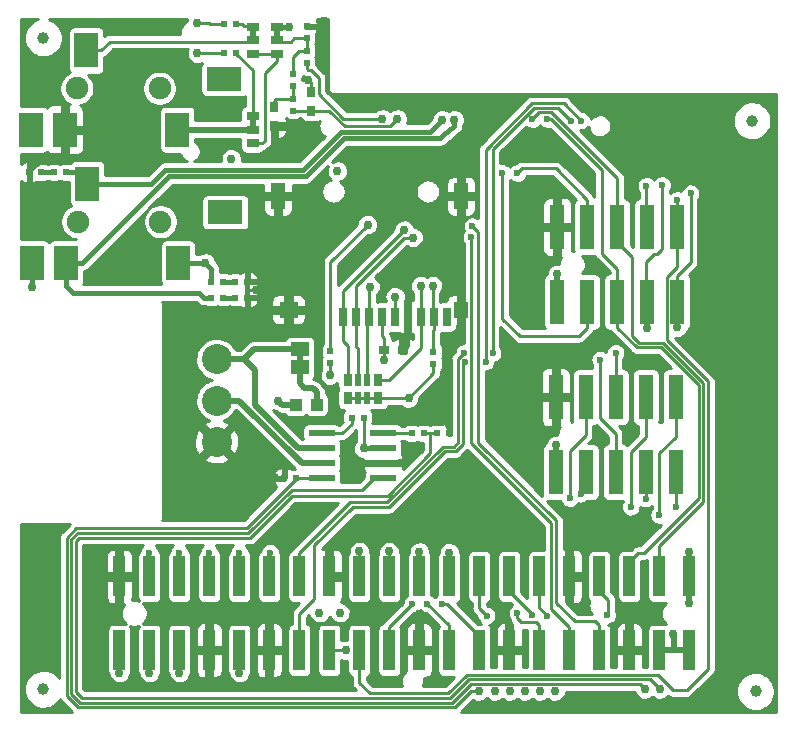
<source format=gbr>
%TF.GenerationSoftware,KiCad,Pcbnew,5.1.5+dfsg1-2build2*%
%TF.CreationDate,2020-06-30T13:18:29+03:00*%
%TF.ProjectId,Lime2-SHIELD_RevB,4c696d65-322d-4534-9849-454c445f5265,D*%
%TF.SameCoordinates,Original*%
%TF.FileFunction,Copper,L1,Top*%
%TF.FilePolarity,Positive*%
%FSLAX46Y46*%
G04 Gerber Fmt 4.6, Leading zero omitted, Abs format (unit mm)*
G04 Created by KiCad (PCBNEW 5.1.5+dfsg1-2build2) date 2020-06-30 13:18:29*
%MOMM*%
%LPD*%
G04 APERTURE LIST*
%TA.AperFunction,EtchedComponent*%
%ADD10C,0.508000*%
%TD*%
%TA.AperFunction,SMDPad,CuDef*%
%ADD11R,1.600200X1.168400*%
%TD*%
%TA.AperFunction,SMDPad,CuDef*%
%ADD12R,0.500000X0.550000*%
%TD*%
%TA.AperFunction,ConnectorPad*%
%ADD13C,1.000000*%
%TD*%
%TA.AperFunction,SMDPad,CuDef*%
%ADD14R,1.016000X0.762000*%
%TD*%
%TA.AperFunction,SMDPad,CuDef*%
%ADD15R,1.270000X3.810000*%
%TD*%
%TA.AperFunction,SMDPad,CuDef*%
%ADD16R,2.200000X0.600000*%
%TD*%
%TA.AperFunction,SMDPad,CuDef*%
%ADD17R,0.508000X1.016000*%
%TD*%
%TA.AperFunction,SMDPad,CuDef*%
%ADD18R,0.762000X1.016000*%
%TD*%
%TA.AperFunction,SMDPad,CuDef*%
%ADD19R,1.016000X1.016000*%
%TD*%
%TA.AperFunction,SMDPad,CuDef*%
%ADD20R,0.550000X0.500000*%
%TD*%
%TA.AperFunction,Conductor*%
%ADD21R,0.700000X1.600000*%
%TD*%
%TA.AperFunction,SMDPad,CuDef*%
%ADD22R,1.200000X1.400000*%
%TD*%
%TA.AperFunction,SMDPad,CuDef*%
%ADD23R,1.600000X1.400000*%
%TD*%
%TA.AperFunction,SMDPad,CuDef*%
%ADD24R,1.200000X2.200000*%
%TD*%
%TA.AperFunction,SMDPad,CuDef*%
%ADD25R,1.000000X3.450000*%
%TD*%
%TA.AperFunction,ComponentPad*%
%ADD26C,2.540000*%
%TD*%
%TA.AperFunction,SMDPad,CuDef*%
%ADD27R,0.800000X0.900000*%
%TD*%
%TA.AperFunction,SMDPad,CuDef*%
%ADD28R,0.900000X0.800000*%
%TD*%
%TA.AperFunction,ComponentPad*%
%ADD29C,1.900000*%
%TD*%
%TA.AperFunction,SMDPad,CuDef*%
%ADD30R,2.000000X3.000000*%
%TD*%
%TA.AperFunction,SMDPad,CuDef*%
%ADD31R,3.000000X2.000000*%
%TD*%
%TA.AperFunction,ViaPad*%
%ADD32C,0.750000*%
%TD*%
%TA.AperFunction,ViaPad*%
%ADD33C,0.600000*%
%TD*%
%TA.AperFunction,Conductor*%
%ADD34C,0.254000*%
%TD*%
%TA.AperFunction,Conductor*%
%ADD35C,0.508000*%
%TD*%
%TA.AperFunction,Conductor*%
%ADD36C,0.406400*%
%TD*%
%TA.AperFunction,Conductor*%
%ADD37C,0.127000*%
%TD*%
G04 APERTURE END LIST*
D10*
%TO.C,SJ1*%
X125700000Y-71862000D02*
X125700000Y-70338000D01*
%TO.C,SJ4*%
X121729500Y-51052500D02*
X121729500Y-51352500D01*
%TO.C,SJ3*%
X121729500Y-43496000D02*
X121729500Y-43796000D01*
%TO.C,SJ2*%
X123761500Y-43496000D02*
X123761500Y-43796000D01*
%TD*%
D11*
%TO.P,SJ1,1*%
%TO.N,Net-(CAN1-Pad1)*%
X125700000Y-70338000D03*
X125700000Y-70338000D03*
%TO.P,SJ1,2*%
%TO.N,Net-(R12-Pad1)*%
X125700000Y-71862000D03*
%TD*%
D12*
%TO.P,C10,2*%
%TO.N,/LINEINR*%
X119292000Y-42850000D03*
%TO.P,C10,1*%
%TO.N,Net-(C10-Pad1)*%
X120308000Y-42850000D03*
%TD*%
%TO.P,C9,2*%
%TO.N,/LINEINL*%
X119292000Y-45300000D03*
%TO.P,C9,1*%
%TO.N,Net-(C9-Pad1)*%
X120308000Y-45300000D03*
%TD*%
D13*
%TO.P,Ref\002A,Fid1*%
%TO.N,N/C*%
X104000000Y-44000000D03*
%TD*%
%TO.P,Ref\002A,Fid1*%
%TO.N,N/C*%
X164000000Y-51000000D03*
%TD*%
%TO.P,Ref\002A,Fid1*%
%TO.N,N/C*%
X164300000Y-99330000D03*
%TD*%
%TO.P,Ref\002A,Fid1*%
%TO.N,N/C*%
X104000000Y-99140000D03*
%TD*%
D14*
%TO.P,SJ4,1*%
%TO.N,Net-(C9-Pad1)*%
X121729500Y-50609500D03*
%TO.P,SJ4,2*%
%TO.N,Net-(AUDIO_JACK_5PIN2-Pad2)*%
X121729500Y-51752500D03*
%TO.P,SJ4,3*%
%TO.N,Net-(SJ2-Pad3)*%
X121729500Y-52895500D03*
%TD*%
%TO.P,SJ3,1*%
%TO.N,Net-(C10-Pad1)*%
X121729500Y-43053000D03*
%TO.P,SJ3,2*%
%TO.N,Net-(AUDIO_JACK_5PIN2-Pad3)*%
X121729500Y-44196000D03*
%TO.P,SJ3,3*%
%TO.N,Net-(SJ2-Pad3)*%
X121729500Y-45339000D03*
%TD*%
%TO.P,SJ2,1*%
%TO.N,Net-(AUDIO_JACK_5PIN1-Pad1)*%
X123761500Y-43053000D03*
%TO.P,SJ2,2*%
%TO.N,Net-(C2-Pad2)*%
X123761500Y-44196000D03*
%TO.P,SJ2,3*%
%TO.N,Net-(SJ2-Pad3)*%
X123761500Y-45339000D03*
%TD*%
D15*
%TO.P,UEXT2,1*%
%TO.N,/+3.3V*%
X147383500Y-80772000D03*
%TO.P,UEXT2,2*%
%TO.N,GND*%
X147383500Y-74422000D03*
%TO.P,UEXT2,3*%
%TO.N,/PI20_UART7TX*%
X149923500Y-80772000D03*
%TO.P,UEXT2,4*%
%TO.N,/PI21_UART7RX*%
X149923500Y-74422000D03*
%TO.P,UEXT2,5*%
%TO.N,/PB18_TWI1-SCL*%
X152463500Y-80772000D03*
%TO.P,UEXT2,6*%
%TO.N,/PB19_TWI1-SDA*%
X152463500Y-74422000D03*
%TO.P,UEXT2,7*%
%TO.N,/PI19_SPI1_MISO*%
X155003500Y-80772000D03*
%TO.P,UEXT2,8*%
%TO.N,/PI18_SPI1_MOSI*%
X155003500Y-74422000D03*
%TO.P,UEXT2,9*%
%TO.N,/PI17_SPI1_CLK*%
X157543500Y-80772000D03*
%TO.P,UEXT2,10*%
%TO.N,/PI16_SPI1_CS0*%
X157543500Y-74422000D03*
%TD*%
%TO.P,UEXT1,1*%
%TO.N,/+3.3V*%
X147510500Y-66357500D03*
%TO.P,UEXT1,2*%
%TO.N,GND*%
X147510500Y-60007500D03*
%TO.P,UEXT1,3*%
%TO.N,/PG10_UART4TX*%
X150050500Y-66357500D03*
%TO.P,UEXT1,4*%
%TO.N,/PG11_UART4RX*%
X150050500Y-60007500D03*
%TO.P,UEXT1,5*%
%TO.N,/PB20_TWI2-SCL*%
X152590500Y-66357500D03*
%TO.P,UEXT1,6*%
%TO.N,/PB21_TWI2-SDA*%
X152590500Y-60007500D03*
%TO.P,UEXT1,7*%
%TO.N,/PC22_SPI2_MISO*%
X155130500Y-66357500D03*
%TO.P,UEXT1,8*%
%TO.N,/PC21_SPI2_MOSI*%
X155130500Y-60007500D03*
%TO.P,UEXT1,9*%
%TO.N,/PC20_SPI2_CLK*%
X157670500Y-66357500D03*
%TO.P,UEXT1,10*%
%TO.N,/PC19_SPI2_CS0*%
X157670500Y-60007500D03*
%TD*%
D16*
%TO.P,U1,8*%
%TO.N,/PH9_CANS*%
X127575000Y-81280000D03*
%TO.P,U1,7*%
%TO.N,Net-(CAN1-Pad2)*%
X127575000Y-80010000D03*
%TO.P,U1,6*%
%TO.N,Net-(CAN1-Pad1)*%
X127575000Y-78740000D03*
%TO.P,U1,5*%
%TO.N,Net-(R11-Pad2)*%
X127575000Y-77470000D03*
%TO.P,U1,4*%
%TO.N,Net-(R8-Pad1)*%
X132775000Y-77470000D03*
%TO.P,U1,3*%
%TO.N,/+5V*%
X132775000Y-78740000D03*
%TO.P,U1,2*%
%TO.N,GND*%
X132775000Y-80010000D03*
%TO.P,U1,1*%
%TO.N,/PH20_CANTX*%
X132775000Y-81280000D03*
%TD*%
D17*
%TO.P,RM1,3*%
%TO.N,/PG5*%
X130683000Y-72961500D03*
%TO.P,RM1,2*%
%TO.N,/PG0*%
X131445000Y-72961500D03*
%TO.P,RM1,6*%
%TO.N,/+3.3V*%
X130683000Y-74485500D03*
%TO.P,RM1,7*%
X131445000Y-74485500D03*
D18*
%TO.P,RM1,4*%
%TO.N,/PG4*%
X129794000Y-72961500D03*
%TO.P,RM1,5*%
%TO.N,/+3.3V*%
X129794000Y-74485500D03*
%TO.P,RM1,1*%
%TO.N,/PG2*%
X132334000Y-72961500D03*
%TO.P,RM1,8*%
%TO.N,/+3.3V*%
X132334000Y-74485500D03*
%TD*%
D19*
%TO.P,R12,2*%
%TO.N,Net-(CAN1-Pad2)*%
X125361000Y-75050000D03*
%TO.P,R12,1*%
%TO.N,Net-(R12-Pad1)*%
X127139000Y-75050000D03*
%TD*%
D12*
%TO.P,R11,2*%
%TO.N,Net-(R11-Pad2)*%
X130111500Y-76136500D03*
%TO.P,R11,1*%
%TO.N,/+5V*%
X131127500Y-76136500D03*
%TD*%
%TO.P,R10,2*%
%TO.N,GND*%
X124396500Y-81280000D03*
%TO.P,R10,1*%
%TO.N,/PH9_CANS*%
X125412500Y-81280000D03*
%TD*%
%TO.P,R9,2*%
%TO.N,GND*%
X138366500Y-77470000D03*
%TO.P,R9,1*%
%TO.N,/PH21_CANRX*%
X137350500Y-77470000D03*
%TD*%
%TO.P,R8,2*%
%TO.N,/PH21_CANRX*%
X136207500Y-77470000D03*
%TO.P,R8,1*%
%TO.N,Net-(R8-Pad1)*%
X135191500Y-77470000D03*
%TD*%
%TO.P,R7,2*%
%TO.N,/HPCOM*%
X118237000Y-65976500D03*
%TO.P,R7,1*%
%TO.N,Net-(C8-Pad2)*%
X119253000Y-65976500D03*
%TD*%
%TO.P,R6,2*%
%TO.N,/HPOUTL*%
X118237000Y-64643000D03*
%TO.P,R6,1*%
%TO.N,Net-(C7-Pad2)*%
X119253000Y-64643000D03*
%TD*%
%TO.P,R5,2*%
%TO.N,/HPOUTR*%
X105918000Y-55372000D03*
%TO.P,R5,1*%
%TO.N,Net-(C6-Pad2)*%
X104902000Y-55372000D03*
%TD*%
D20*
%TO.P,R4,2*%
%TO.N,Net-(C4-Pad1)*%
X125150000Y-49137500D03*
%TO.P,R4,1*%
%TO.N,/VMIC*%
X125150000Y-50153500D03*
%TD*%
%TO.P,R3,2*%
%TO.N,Net-(C2-Pad2)*%
X125150000Y-47042000D03*
%TO.P,R3,1*%
%TO.N,Net-(C4-Pad1)*%
X125150000Y-48058000D03*
%TD*%
%TO.P,R2,2*%
%TO.N,/PG3*%
X137033000Y-70548500D03*
%TO.P,R2,1*%
%TO.N,/+3.3V*%
X137033000Y-71564500D03*
%TD*%
%TO.P,R1,2*%
%TO.N,/PG1*%
X128300000Y-70542000D03*
%TO.P,R1,1*%
%TO.N,Net-(MICRO_SD1-Pad5)*%
X128300000Y-71558000D03*
%TD*%
D21*
%TO.N,/PG4*%
%TO.C,MICRO_SD1*%
X129360000Y-67630000D03*
%TO.N,/PG5*%
X130460000Y-67630000D03*
%TO.N,/PG0*%
X131560000Y-67630000D03*
%TO.N,/+3.3V*%
X132660000Y-67630000D03*
%TO.N,Net-(MICRO_SD1-Pad5)*%
X133760000Y-67630000D03*
%TO.N,GND*%
X134860000Y-67630000D03*
%TO.N,/PG2*%
X135960000Y-67630000D03*
%TO.N,/PG3*%
X137060000Y-67630000D03*
%TO.N,Net-(MICRO_SD1-Pad9)*%
X138160000Y-67630000D03*
D22*
%TD*%
%TO.P,MICRO_SD1,10*%
%TO.N,GND*%
X139360000Y-67000000D03*
D23*
%TO.P,MICRO_SD1,11*%
%TO.N,GND*%
X124760000Y-67000000D03*
D24*
%TO.P,MICRO_SD1,12*%
X139360000Y-57400000D03*
%TO.P,MICRO_SD1,13*%
X123860000Y-57400000D03*
%TD*%
D25*
%TO.P,GPIO5,1*%
%TO.N,/+3.3V*%
X158690000Y-89595000D03*
%TO.P,GPIO5,2*%
%TO.N,/+5V*%
X158690000Y-95845000D03*
%TO.P,GPIO5,3*%
%TO.N,/PB21_TWI2-SDA*%
X156150000Y-89595000D03*
%TO.P,GPIO5,4*%
%TO.N,/+5V*%
X156150000Y-95845000D03*
%TO.P,GPIO5,5*%
%TO.N,/PB20_TWI2-SCL*%
X153610000Y-89595000D03*
%TO.P,GPIO5,6*%
%TO.N,GND*%
X153610000Y-95845000D03*
%TO.P,GPIO5,7*%
%TO.N,/PI15*%
X151070000Y-89595000D03*
%TO.P,GPIO5,8*%
%TO.N,/PG7_UART3RX*%
X151070000Y-95845000D03*
%TO.P,GPIO5,9*%
%TO.N,GND*%
X148530000Y-89595000D03*
%TO.P,GPIO5,10*%
%TO.N,/PG6_UART3TX*%
X148530000Y-95845000D03*
%TO.P,GPIO5,11*%
%TO.N,/PI11*%
X145990000Y-89595000D03*
%TO.P,GPIO5,12*%
%TO.N,/PI3_PWM1*%
X145990000Y-95845000D03*
%TO.P,GPIO5,13*%
%TO.N,/PI10*%
X143450000Y-89595000D03*
%TO.P,GPIO5,14*%
%TO.N,GND*%
X143450000Y-95845000D03*
%TO.P,GPIO5,15*%
%TO.N,/PI7*%
X140910000Y-89595000D03*
%TO.P,GPIO5,16*%
%TO.N,/PE6*%
X140910000Y-95845000D03*
%TO.P,GPIO5,17*%
%TO.N,/+3.3V*%
X138370000Y-89595000D03*
%TO.P,GPIO5,18*%
%TO.N,/PE5*%
X138370000Y-95845000D03*
%TO.P,GPIO5,19*%
%TO.N,/PC21_SPI2_MOSI*%
X135830000Y-89595000D03*
%TO.P,GPIO5,20*%
%TO.N,GND*%
X135830000Y-95845000D03*
%TO.P,GPIO5,21*%
%TO.N,/PC22_SPI2_MISO*%
X133290000Y-89595000D03*
%TO.P,GPIO5,22*%
%TO.N,/PE4*%
X133290000Y-95845000D03*
%TO.P,GPIO5,23*%
%TO.N,/PC20_SPI2_CLK*%
X130750000Y-89595000D03*
%TO.P,GPIO5,24*%
%TO.N,/PC19_SPI2_CS0*%
X130750000Y-95845000D03*
%TO.P,GPIO5,25*%
%TO.N,GND*%
X128210000Y-89595000D03*
%TO.P,GPIO5,26*%
%TO.N,/PH14*%
X128210000Y-95845000D03*
%TO.P,GPIO5,27*%
%TO.N,/PB19_TWI1-SDA*%
X125670000Y-89595000D03*
%TO.P,GPIO5,28*%
%TO.N,/PB18_TWI1-SCL*%
X125670000Y-95845000D03*
%TO.P,GPIO5,29*%
%TO.N,/PE1*%
X123130000Y-89595000D03*
%TO.P,GPIO5,30*%
%TO.N,GND*%
X123130000Y-95845000D03*
%TO.P,GPIO5,31*%
%TO.N,/PE8*%
X120590000Y-89595000D03*
%TO.P,GPIO5,32*%
%TO.N,/PH13*%
X120590000Y-95845000D03*
%TO.P,GPIO5,33*%
%TO.N,/PE9*%
X118050000Y-89595000D03*
%TO.P,GPIO5,34*%
%TO.N,GND*%
X118050000Y-95845000D03*
%TO.P,GPIO5,35*%
%TO.N,/PE10*%
X115510000Y-89595000D03*
%TO.P,GPIO5,36*%
%TO.N,/PH12*%
X115510000Y-95845000D03*
%TO.P,GPIO5,37*%
%TO.N,/PE11*%
X112970000Y-89595000D03*
%TO.P,GPIO5,38*%
%TO.N,/PH11*%
X112970000Y-95845000D03*
%TO.P,GPIO5,39*%
%TO.N,GND*%
X110430000Y-89595000D03*
%TO.P,GPIO5,40*%
%TO.N,/PH10*%
X110430000Y-95845000D03*
%TD*%
D26*
%TO.P,CAN1,3*%
%TO.N,GND*%
X118670000Y-78200000D03*
%TO.P,CAN1,1*%
%TO.N,Net-(CAN1-Pad1)*%
X118670000Y-71200000D03*
%TO.P,CAN1,2*%
%TO.N,Net-(CAN1-Pad2)*%
X118670000Y-74700000D03*
%TD*%
D12*
%TO.P,C8,2*%
%TO.N,Net-(C8-Pad2)*%
X120269000Y-65976500D03*
%TO.P,C8,1*%
%TO.N,GND*%
X121285000Y-65976500D03*
%TD*%
%TO.P,C7,2*%
%TO.N,Net-(C7-Pad2)*%
X120269000Y-64643000D03*
%TO.P,C7,1*%
%TO.N,GND*%
X121285000Y-64643000D03*
%TD*%
%TO.P,C6,2*%
%TO.N,Net-(C6-Pad2)*%
X103822500Y-55372000D03*
%TO.P,C6,1*%
%TO.N,GND*%
X102806500Y-55372000D03*
%TD*%
D27*
%TO.P,C5,2*%
%TO.N,GND*%
X126650000Y-48550000D03*
%TO.P,C5,1*%
%TO.N,/VMIC*%
X126650000Y-50150000D03*
%TD*%
%TO.P,C4,2*%
%TO.N,GND*%
X123550000Y-51450000D03*
%TO.P,C4,1*%
%TO.N,Net-(C4-Pad1)*%
X123550000Y-49850000D03*
%TD*%
D20*
%TO.P,C3,2*%
%TO.N,Net-(C2-Pad2)*%
X126300000Y-44008000D03*
%TO.P,C3,1*%
%TO.N,GND*%
X126300000Y-42992000D03*
%TD*%
%TO.P,C2,2*%
%TO.N,Net-(C2-Pad2)*%
X126300000Y-45087500D03*
%TO.P,C2,1*%
%TO.N,/MICIN1*%
X126300000Y-46103500D03*
%TD*%
D28*
%TO.P,C1,2*%
%TO.N,GND*%
X134467500Y-70421500D03*
%TO.P,C1,1*%
%TO.N,/+3.3V*%
X132867500Y-70421500D03*
%TD*%
D29*
%TO.P,AUDIO_JACK_5PIN2,7*%
%TO.N,N/C*%
X113840000Y-48260000D03*
%TO.P,AUDIO_JACK_5PIN2,6*%
X106840000Y-48260000D03*
D30*
%TO.P,AUDIO_JACK_5PIN2,5*%
%TO.N,GND*%
X105840000Y-51760000D03*
D31*
%TO.P,AUDIO_JACK_5PIN2,4*%
%TO.N,Net-(AUDIO_JACK_5PIN2-Pad4)*%
X119340000Y-47460000D03*
D30*
%TO.P,AUDIO_JACK_5PIN2,3*%
%TO.N,Net-(AUDIO_JACK_5PIN2-Pad3)*%
X107640000Y-45060000D03*
%TO.P,AUDIO_JACK_5PIN2,2*%
%TO.N,Net-(AUDIO_JACK_5PIN2-Pad2)*%
X115340000Y-51760000D03*
%TO.P,AUDIO_JACK_5PIN2,1*%
%TO.N,Net-(AUDIO_JACK_5PIN2-Pad1)*%
X102940000Y-51760000D03*
%TD*%
D29*
%TO.P,AUDIO_JACK_5PIN1,7*%
%TO.N,N/C*%
X113920000Y-59560000D03*
%TO.P,AUDIO_JACK_5PIN1,6*%
X106920000Y-59560000D03*
D30*
%TO.P,AUDIO_JACK_5PIN1,5*%
%TO.N,/HPCOM*%
X105920000Y-63060000D03*
D31*
%TO.P,AUDIO_JACK_5PIN1,4*%
%TO.N,Net-(AUDIO_JACK_5PIN1-Pad4)*%
X119420000Y-58760000D03*
D30*
%TO.P,AUDIO_JACK_5PIN1,3*%
%TO.N,/HPOUTR*%
X107720000Y-56360000D03*
%TO.P,AUDIO_JACK_5PIN1,2*%
%TO.N,/HPOUTL*%
X115420000Y-63060000D03*
%TO.P,AUDIO_JACK_5PIN1,1*%
%TO.N,Net-(AUDIO_JACK_5PIN1-Pad1)*%
X103020000Y-63060000D03*
%TD*%
D32*
%TO.N,GND*%
X124800000Y-51450000D03*
X126450000Y-47550000D03*
X139360000Y-63306600D03*
X123860000Y-64328600D03*
X123860000Y-60239200D03*
X111201200Y-54254400D03*
X138353800Y-76784200D03*
X134264400Y-79984600D03*
X104089200Y-96697800D03*
X104089200Y-94157800D03*
X104089200Y-91617800D03*
X104089200Y-89077800D03*
X104089200Y-86537800D03*
X147370800Y-76708000D03*
X147497800Y-62484000D03*
X127750000Y-42600000D03*
X127850000Y-46700000D03*
X105840000Y-53735500D03*
X122047000Y-65303400D03*
X134848600Y-69138800D03*
X123647200Y-81280000D03*
X148584000Y-87325200D03*
X132029200Y-95529400D03*
X153593800Y-93675200D03*
X142875000Y-92704998D03*
X128219200Y-87274400D03*
X123113800Y-93751400D03*
X118033800Y-93751400D03*
X110439200Y-87350600D03*
X135839200Y-92760800D03*
X146650000Y-51950000D03*
%TO.N,Net-(CAN1-Pad2)*%
X123900000Y-74700000D03*
%TO.N,/HPCOM*%
X138811000Y-50927000D03*
%TO.N,/HPOUTR*%
X137795000Y-50927000D03*
%TO.N,/HPOUTL*%
X117729000Y-63055500D03*
%TO.N,Net-(AUDIO_JACK_5PIN1-Pad1)*%
X103050000Y-65050000D03*
X124777500Y-43053000D03*
%TO.N,/+3.3V*%
X128905000Y-55270400D03*
X147396200Y-78486000D03*
X147523200Y-64008000D03*
X119913400Y-54229000D03*
X138379200Y-87579200D03*
X158673800Y-87503000D03*
X129108200Y-92659200D03*
X134937500Y-74485500D03*
X132842000Y-71247000D03*
X158673800Y-91800000D03*
%TO.N,/MICIN1*%
X132715000Y-50863500D03*
%TO.N,/VMIC*%
X133985000Y-50863500D03*
D33*
%TO.N,/PG7_UART3RX*%
X140335000Y-59944000D03*
%TO.N,/PG6_UART3TX*%
X140241737Y-60866737D03*
D32*
%TO.N,/PG5*%
X135318500Y-60896500D03*
%TO.N,/PG4*%
X134527276Y-60267501D03*
%TO.N,/PG3*%
X136969500Y-64960500D03*
%TO.N,/PG2*%
X135953500Y-64960500D03*
%TO.N,/PG1*%
X131450000Y-59800000D03*
%TO.N,/PG0*%
X131654828Y-65043328D03*
%TO.N,/+5V*%
X157353000Y-94462600D03*
X127381000Y-92659200D03*
X131127500Y-78740000D03*
D33*
%TO.N,/PG10_UART4TX*%
X142875000Y-55435500D03*
%TO.N,/PG11_UART4RX*%
X144145000Y-55435500D03*
%TO.N,/PB21_TWI2-SDA*%
X145415000Y-50863500D03*
%TO.N,/PB20_TWI2-SCL*%
X146685000Y-50863500D03*
%TO.N,/PB19_TWI1-SDA*%
X142049500Y-70675500D03*
X148653500Y-50990500D03*
X152463500Y-70675500D03*
X139636500Y-70675500D03*
%TO.N,/PC19_SPI2_CS0*%
X157670500Y-57704010D03*
%TO.N,/PB18_TWI1-SCL*%
X141444261Y-71407739D03*
X149542500Y-50990500D03*
X151130000Y-71229500D03*
X139687736Y-71407739D03*
D32*
%TO.N,/PC20_SPI2_CLK*%
X130759200Y-87477600D03*
D33*
X158813500Y-57150000D03*
D32*
X157683200Y-68503800D03*
%TO.N,/PC21_SPI2_MOSI*%
X135839200Y-87528400D03*
D33*
X155067000Y-56515000D03*
D32*
%TO.N,/PC22_SPI2_MISO*%
X155117800Y-68554600D03*
X133273800Y-87477600D03*
D33*
X156400500Y-56451500D03*
%TO.N,/PE6*%
X137795000Y-91884500D03*
%TO.N,/PI3_PWM1*%
X144145000Y-92710000D03*
%TO.N,/PE5*%
X136525000Y-91884500D03*
%TO.N,/PE4*%
X135255000Y-91901000D03*
%TO.N,/PE1*%
X123190000Y-87566500D03*
%TO.N,/PE8*%
X120586500Y-87566500D03*
%TO.N,/PE9*%
X118046500Y-87566500D03*
%TO.N,/PI7*%
X141541500Y-92900500D03*
%TO.N,/PE10*%
X115506500Y-87566500D03*
%TO.N,/PE11*%
X112966500Y-87566500D03*
%TO.N,/PI21_UART7RX*%
X148570190Y-82974690D03*
%TO.N,/PI10*%
X145415000Y-92837000D03*
%TO.N,/PI20_UART7TX*%
X149500730Y-82583932D03*
%TO.N,/PI11*%
X146685000Y-92900500D03*
%TO.N,/PI19_SPI1_MISO*%
X155003500Y-82994500D03*
%TO.N,/PI18_SPI1_MOSI*%
X153733500Y-83693000D03*
%TO.N,/PI17_SPI1_CLK*%
X157543500Y-83693000D03*
%TO.N,/PI16_SPI1_CS0*%
X156146500Y-84391500D03*
%TO.N,/PI15*%
X151765000Y-92837000D03*
D32*
%TO.N,/PH13*%
X146050000Y-99308011D03*
X120599200Y-97739200D03*
%TO.N,/PH12*%
X144780000Y-99308011D03*
X115519200Y-97739200D03*
%TO.N,/PH11*%
X143510000Y-99308011D03*
X112979200Y-97739200D03*
%TO.N,/PH10*%
X142240000Y-99308011D03*
X110439200Y-97739200D03*
%TO.N,/PH9_CANS*%
X140893800Y-99314000D03*
%TO.N,/PH14*%
X147320000Y-99308011D03*
X129597500Y-95834200D03*
%TO.N,/PH20_CANTX*%
X154940000Y-99123500D03*
%TO.N,/PH21_CANRX*%
X156210000Y-99123500D03*
%TO.N,/LINEINL*%
X117050000Y-45300000D03*
%TO.N,/LINEINR*%
X117000000Y-42750000D03*
%TO.N,Net-(MICRO_SD1-Pad5)*%
X128300000Y-72550000D03*
X133794500Y-65905500D03*
%TD*%
D34*
%TO.N,GND*%
X123550000Y-51450000D02*
X124800000Y-51450000D01*
X126650000Y-48550000D02*
X126650000Y-47750000D01*
X126650000Y-47750000D02*
X126450000Y-47550000D01*
X127800000Y-42650000D02*
X127750000Y-42600000D01*
X126300000Y-42992000D02*
X127358000Y-42992000D01*
X127358000Y-42992000D02*
X127750000Y-42600000D01*
D35*
X139360000Y-63306600D02*
X139360000Y-67000000D01*
X123860000Y-60239200D02*
X123860000Y-64328600D01*
D36*
X138366500Y-76796900D02*
X138353800Y-76784200D01*
X138366500Y-77470000D02*
X138366500Y-76796900D01*
D35*
X134239000Y-80010000D02*
X134264400Y-79984600D01*
X132775000Y-80010000D02*
X134239000Y-80010000D01*
X147383500Y-76695300D02*
X147370800Y-76708000D01*
X147383500Y-74422000D02*
X147383500Y-76695300D01*
X147510500Y-62471300D02*
X147497800Y-62484000D01*
X147510500Y-60007500D02*
X147510500Y-62471300D01*
D34*
X105664000Y-53911500D02*
X105840000Y-53735500D01*
D36*
X121285000Y-64643000D02*
X121285000Y-65303400D01*
X121285000Y-65303400D02*
X121285000Y-65976500D01*
D34*
X121285000Y-65303400D02*
X122047000Y-65303400D01*
X134860000Y-70051000D02*
X134860000Y-69150200D01*
X134860000Y-69150200D02*
X134860000Y-67630000D01*
X134860000Y-69150200D02*
X134848600Y-69138800D01*
X124396500Y-81280000D02*
X123647200Y-81280000D01*
D35*
X148530000Y-87379200D02*
X148584000Y-87325200D01*
X148530000Y-89595000D02*
X148530000Y-87379200D01*
X153610000Y-93691400D02*
X153593800Y-93675200D01*
X153610000Y-95845000D02*
X153610000Y-93691400D01*
X143450000Y-93279998D02*
X142875000Y-92704998D01*
X143450000Y-95845000D02*
X143450000Y-93279998D01*
X128210000Y-87283600D02*
X128219200Y-87274400D01*
X128210000Y-89595000D02*
X128210000Y-87283600D01*
X123130000Y-93767600D02*
X123113800Y-93751400D01*
X123130000Y-95845000D02*
X123130000Y-93767600D01*
X118050000Y-93767600D02*
X118033800Y-93751400D01*
X118050000Y-95845000D02*
X118050000Y-93767600D01*
X110430000Y-87359800D02*
X110439200Y-87350600D01*
X110430000Y-89595000D02*
X110430000Y-87359800D01*
X135830000Y-92770000D02*
X135839200Y-92760800D01*
X135830000Y-95845000D02*
X135830000Y-92770000D01*
X139360000Y-57400000D02*
X139360000Y-63306600D01*
X123860000Y-57400000D02*
X123860000Y-60239200D01*
D36*
X105840000Y-53735500D02*
X105840000Y-51760000D01*
X104188500Y-53911500D02*
X105664000Y-53911500D01*
X104036638Y-54038500D02*
X104061500Y-54038500D01*
X104061500Y-54038500D02*
X104188500Y-53911500D01*
X102806500Y-55372000D02*
X102806500Y-55268638D01*
X102806500Y-55268638D02*
X104036638Y-54038500D01*
D34*
X134874000Y-70065000D02*
X134860000Y-70051000D01*
X134467500Y-70421500D02*
X134517500Y-70421500D01*
X134517500Y-70421500D02*
X134874000Y-70065000D01*
D35*
X124760000Y-64660000D02*
X124760000Y-67000000D01*
X123860000Y-64328600D02*
X124428600Y-64328600D01*
X124428600Y-64328600D02*
X124760000Y-64660000D01*
%TO.N,Net-(CAN1-Pad2)*%
X125361000Y-75050000D02*
X124250000Y-75050000D01*
X124250000Y-75050000D02*
X123900000Y-74700000D01*
X120600000Y-74700000D02*
X118670000Y-74700000D01*
X127575000Y-80010000D02*
X125910000Y-80010000D01*
X125910000Y-80010000D02*
X120600000Y-74700000D01*
%TO.N,Net-(CAN1-Pad1)*%
X118717000Y-71247000D02*
X118670000Y-71200000D01*
X125603000Y-78740000D02*
X127575000Y-78740000D01*
X121900000Y-72100000D02*
X121900000Y-75037000D01*
X118670000Y-71200000D02*
X121000000Y-71200000D01*
X121900000Y-75037000D02*
X125603000Y-78740000D01*
X121000000Y-71200000D02*
X121900000Y-72100000D01*
X121862000Y-70338000D02*
X121000000Y-71200000D01*
X125700000Y-70338000D02*
X121862000Y-70338000D01*
D36*
%TO.N,/HPCOM*%
X105920000Y-64966400D02*
X106553600Y-65600000D01*
X105920000Y-63060000D02*
X105920000Y-64966400D01*
X106553600Y-65600000D02*
X117204100Y-65600000D01*
X117580600Y-65976500D02*
X118237000Y-65976500D01*
X117204100Y-65600000D02*
X117580600Y-65976500D01*
X138811000Y-51457330D02*
X138811000Y-50927000D01*
X137850000Y-52250000D02*
X138811000Y-51457330D01*
X137616879Y-52483121D02*
X137850000Y-52250000D01*
X129421234Y-52483121D02*
X137616879Y-52483121D01*
X114650000Y-55700000D02*
X126204355Y-55700000D01*
X126204355Y-55700000D02*
X129421234Y-52483121D01*
X114426989Y-55930811D02*
X114426989Y-55923011D01*
X105920000Y-63060000D02*
X107297800Y-63060000D01*
X107297800Y-63060000D02*
X114426989Y-55930811D01*
X114426989Y-55923011D02*
X114650000Y-55700000D01*
%TO.N,/HPOUTR*%
X105918000Y-55372000D02*
X106732000Y-55372000D01*
X106732000Y-55372000D02*
X107720000Y-56360000D01*
X137420001Y-51301999D02*
X137795000Y-50927000D01*
X114333411Y-55166589D02*
X125983409Y-55166589D01*
X125983409Y-55166589D02*
X129200288Y-51949710D01*
X129200288Y-51949710D02*
X136772290Y-51949710D01*
X136772290Y-51949710D02*
X137420001Y-51301999D01*
X113140000Y-56360000D02*
X114333411Y-55166589D01*
X107720000Y-56360000D02*
X113140000Y-56360000D01*
%TO.N,/HPOUTL*%
X117729000Y-63055500D02*
X118237000Y-63563500D01*
X118237000Y-63563500D02*
X118237000Y-64643000D01*
X116830900Y-63055500D02*
X117729000Y-63055500D01*
X115420000Y-63060000D02*
X116826400Y-63060000D01*
X116826400Y-63060000D02*
X116830900Y-63055500D01*
%TO.N,Net-(AUDIO_JACK_5PIN1-Pad1)*%
X103020000Y-63060000D02*
X103020000Y-65020000D01*
X103020000Y-65020000D02*
X103050000Y-65050000D01*
X124144697Y-43053000D02*
X124003487Y-42911790D01*
X124777500Y-43053000D02*
X124144697Y-43053000D01*
X124003487Y-42911790D02*
X123761500Y-42911790D01*
D34*
%TO.N,Net-(AUDIO_JACK_5PIN2-Pad2)*%
X121418566Y-51760000D02*
X121519076Y-51860510D01*
X121519076Y-51860510D02*
X121729500Y-51860510D01*
D35*
X121190000Y-51760000D02*
X121200000Y-51750000D01*
X115340000Y-51760000D02*
X121190000Y-51760000D01*
D34*
X121200000Y-51750000D02*
X121418566Y-51760000D01*
D35*
%TO.N,/+3.3V*%
X147383500Y-78498700D02*
X147396200Y-78486000D01*
X147383500Y-80772000D02*
X147383500Y-78498700D01*
X147510500Y-64020700D02*
X147523200Y-64008000D01*
X147510500Y-66357500D02*
X147510500Y-64020700D01*
X138370000Y-87588400D02*
X138379200Y-87579200D01*
X138370000Y-89595000D02*
X138370000Y-87588400D01*
X158690000Y-87519200D02*
X158673800Y-87503000D01*
X158690000Y-89595000D02*
X158690000Y-87519200D01*
D34*
X132867500Y-71221500D02*
X132842000Y-71247000D01*
X132867500Y-70421500D02*
X132867500Y-71221500D01*
X134937500Y-74485500D02*
X137033000Y-72390000D01*
X137033000Y-72390000D02*
X137033000Y-72068500D01*
X137033000Y-72068500D02*
X137033000Y-71564500D01*
X132334000Y-74485500D02*
X134937500Y-74485500D01*
X131445000Y-74485500D02*
X132334000Y-74485500D01*
X130683000Y-74485500D02*
X131445000Y-74485500D01*
X129794000Y-74485500D02*
X130683000Y-74485500D01*
X132867500Y-69431000D02*
X132660000Y-69223500D01*
X132660000Y-69223500D02*
X132660000Y-67630000D01*
X132867500Y-70421500D02*
X132867500Y-69431000D01*
D35*
X158690000Y-91783800D02*
X158673800Y-91800000D01*
X158690000Y-89595000D02*
X158690000Y-91783800D01*
D34*
%TO.N,/MICIN1*%
X127300000Y-47892798D02*
X127300000Y-47400000D01*
X132715000Y-50863500D02*
X129413500Y-50863500D01*
X126300000Y-46607500D02*
X126300000Y-46103500D01*
X127304001Y-47896799D02*
X127300000Y-47892798D01*
X127304001Y-48754001D02*
X127304001Y-47896799D01*
X126650000Y-46750000D02*
X126442500Y-46750000D01*
X129413500Y-50863500D02*
X127304001Y-48754001D01*
X127300000Y-47400000D02*
X126650000Y-46750000D01*
X126442500Y-46750000D02*
X126300000Y-46607500D01*
X132715000Y-50863500D02*
X132715000Y-50632277D01*
%TO.N,Net-(C4-Pad1)*%
X123550000Y-49300000D02*
X123712500Y-49137500D01*
X123550000Y-49850000D02*
X123550000Y-49300000D01*
X123712500Y-49137500D02*
X125150000Y-49137500D01*
X125150000Y-49137500D02*
X125150000Y-48058000D01*
%TO.N,/VMIC*%
X129503671Y-51492501D02*
X128161170Y-50150000D01*
X133985000Y-50863500D02*
X133355999Y-51492501D01*
X128161170Y-50150000D02*
X127304000Y-50150000D01*
X127304000Y-50150000D02*
X126650000Y-50150000D01*
X133355999Y-51492501D02*
X129503671Y-51492501D01*
X125150000Y-50153500D02*
X126646500Y-50153500D01*
X126646500Y-50153500D02*
X126650000Y-50150000D01*
X133985000Y-50863500D02*
X133731000Y-50863500D01*
D36*
%TO.N,Net-(C6-Pad2)*%
X103822500Y-55372000D02*
X104902000Y-55372000D01*
%TO.N,Net-(C7-Pad2)*%
X119253000Y-64643000D02*
X120269000Y-64643000D01*
%TO.N,Net-(C8-Pad2)*%
X119253000Y-65976500D02*
X120269000Y-65976500D01*
D34*
%TO.N,/PG7_UART3RX*%
X140335000Y-59944000D02*
X140800000Y-60409000D01*
X147400000Y-84850000D02*
X147400000Y-91800000D01*
X140800000Y-60409000D02*
X140800000Y-78250000D01*
X140800000Y-78250000D02*
X147400000Y-84850000D01*
X147400000Y-91800000D02*
X149000000Y-93400000D01*
X149000000Y-93400000D02*
X150750000Y-93400000D01*
X151070000Y-93720000D02*
X151070000Y-95845000D01*
X150750000Y-93400000D02*
X151070000Y-93720000D01*
%TO.N,/PG6_UART3TX*%
X147018989Y-85106489D02*
X140241737Y-78329237D01*
X147018989Y-92354989D02*
X147018989Y-85106489D01*
X140241737Y-78329237D02*
X140241737Y-61291001D01*
X148530000Y-93866000D02*
X147018989Y-92354989D01*
X140241737Y-61291001D02*
X140241737Y-60866737D01*
X148530000Y-95845000D02*
X148530000Y-93866000D01*
%TO.N,/PG5*%
X135318500Y-60896500D02*
X134531100Y-60896500D01*
X134531100Y-60896500D02*
X130460000Y-64967600D01*
X130460000Y-64967600D02*
X130460000Y-66576000D01*
X130460000Y-66576000D02*
X130460000Y-67630000D01*
X130683000Y-70294500D02*
X130460000Y-70071500D01*
X130460000Y-70071500D02*
X130460000Y-67630000D01*
X130683000Y-72961500D02*
X130683000Y-70294500D01*
%TO.N,/PG4*%
X129360000Y-67630000D02*
X129360000Y-65434777D01*
X129360000Y-65434777D02*
X134152277Y-60642500D01*
X134152277Y-60642500D02*
X134527276Y-60267501D01*
X129794000Y-70104000D02*
X129360000Y-69670000D01*
X129360000Y-69670000D02*
X129360000Y-67630000D01*
X129794000Y-72961500D02*
X129794000Y-70104000D01*
%TO.N,/PG3*%
X137060000Y-67630000D02*
X137060000Y-68684000D01*
X137060000Y-68684000D02*
X137033000Y-68711000D01*
X137033000Y-68711000D02*
X137033000Y-70044500D01*
X137033000Y-70044500D02*
X137033000Y-70548500D01*
X136969500Y-64960500D02*
X136969500Y-67539500D01*
X136969500Y-67539500D02*
X137060000Y-67630000D01*
%TO.N,/PG2*%
X135953500Y-64960500D02*
X135953500Y-67623500D01*
X135953500Y-67623500D02*
X135960000Y-67630000D01*
X135960000Y-67630000D02*
X135960000Y-70236202D01*
X135960000Y-70236202D02*
X133234702Y-72961500D01*
X133234702Y-72961500D02*
X132969000Y-72961500D01*
X132969000Y-72961500D02*
X132334000Y-72961500D01*
%TO.N,/PG1*%
X128300000Y-70542000D02*
X128300000Y-62950000D01*
X128300000Y-62950000D02*
X131450000Y-59800000D01*
%TO.N,/PG0*%
X131560000Y-65138156D02*
X131654828Y-65043328D01*
X131560000Y-67630000D02*
X131560000Y-65138156D01*
X131445000Y-72961500D02*
X131445000Y-67745000D01*
X131445000Y-67745000D02*
X131560000Y-67630000D01*
D35*
%TO.N,/+5V*%
X156150000Y-95845000D02*
X157389200Y-95845000D01*
X157389200Y-95845000D02*
X158690000Y-95845000D01*
X157389200Y-95845000D02*
X157389200Y-94498800D01*
X157389200Y-94498800D02*
X157353000Y-94462600D01*
D34*
X131127500Y-76136500D02*
X131127500Y-76665500D01*
X131127500Y-76665500D02*
X131127500Y-78740000D01*
D36*
X131127500Y-78740000D02*
X132775000Y-78740000D01*
D34*
%TO.N,/PG10_UART4TX*%
X142875000Y-67754500D02*
X142875000Y-55435500D01*
X144335500Y-69215000D02*
X142875000Y-67754500D01*
X149352000Y-69215000D02*
X144335500Y-69215000D01*
X150050500Y-66357500D02*
X150050500Y-68516500D01*
X150050500Y-68516500D02*
X149352000Y-69215000D01*
%TO.N,/PG11_UART4RX*%
X150050500Y-57721500D02*
X150050500Y-60007500D01*
X147379000Y-55050000D02*
X150050500Y-57721500D01*
X144145000Y-55435500D02*
X144530500Y-55050000D01*
X144530500Y-55050000D02*
X147379000Y-55050000D01*
%TO.N,/PB21_TWI2-SDA*%
X154457400Y-69824600D02*
X156482132Y-69824600D01*
X159893011Y-73235479D02*
X159893011Y-83311989D01*
X156150000Y-87055000D02*
X156150000Y-89595000D01*
X153860500Y-69227700D02*
X154457400Y-69824600D01*
X153860500Y-62547500D02*
X153860500Y-69227700D01*
X152590500Y-60007500D02*
X152590500Y-61277500D01*
X156482132Y-69824600D02*
X159893011Y-73235479D01*
X152590500Y-61277500D02*
X153860500Y-62547500D01*
X159893011Y-83311989D02*
X156150000Y-87055000D01*
X145969001Y-50309499D02*
X147019999Y-50309499D01*
X145415000Y-50863500D02*
X145969001Y-50309499D01*
X152590500Y-55880000D02*
X152590500Y-60007500D01*
X147019999Y-50309499D02*
X152590500Y-55880000D01*
X152590500Y-60007500D02*
X152590500Y-59214671D01*
%TO.N,/PB20_TWI2-SCL*%
X154279611Y-70205611D02*
X152590500Y-68516500D01*
X153610000Y-88370000D02*
X154364000Y-87616000D01*
X156324313Y-70205611D02*
X154279611Y-70205611D01*
X159512000Y-73393298D02*
X156324313Y-70205611D01*
X154364000Y-87616000D02*
X154827000Y-87616000D01*
X152590500Y-68516500D02*
X152590500Y-66357500D01*
X154827000Y-87616000D02*
X159512000Y-82931000D01*
X159512000Y-82931000D02*
X159512000Y-73393298D01*
X153610000Y-89595000D02*
X153610000Y-88370000D01*
X152590500Y-63563500D02*
X152590500Y-66357500D01*
X151300000Y-55150000D02*
X151300000Y-62273000D01*
X146685000Y-50863500D02*
X147013500Y-50863500D01*
X151300000Y-62273000D02*
X152590500Y-63563500D01*
X147013500Y-50863500D02*
X151300000Y-55150000D01*
%TO.N,/PB19_TWI1-SDA*%
X145530089Y-49928489D02*
X142049500Y-53409078D01*
X148653500Y-50990500D02*
X147591489Y-49928489D01*
X147591489Y-49928489D02*
X145530089Y-49928489D01*
X142049500Y-70251236D02*
X142049500Y-70675500D01*
X142049500Y-53409078D02*
X142049500Y-70251236D01*
X138763970Y-78596530D02*
X139128500Y-78232000D01*
X133139031Y-83312000D02*
X137854501Y-78596530D01*
X137854501Y-78596530D02*
X138763970Y-78596530D01*
X129974000Y-83312000D02*
X133139031Y-83312000D01*
X139128500Y-78232000D02*
X139128500Y-71183500D01*
X139128500Y-71183500D02*
X139636500Y-70675500D01*
X125670000Y-89595000D02*
X125670000Y-87616000D01*
X125670000Y-87616000D02*
X129974000Y-83312000D01*
X152463500Y-70675500D02*
X152463500Y-74422000D01*
%TO.N,/PC19_SPI2_CS0*%
X157670500Y-60007500D02*
X157670500Y-57704010D01*
X130750000Y-98600000D02*
X130750000Y-95845000D01*
X156032180Y-97916980D02*
X139883020Y-97916980D01*
X157327600Y-99212400D02*
X156032180Y-97916980D01*
X160274021Y-73077660D02*
X160274021Y-97408979D01*
X156781499Y-69585139D02*
X160274021Y-73077660D01*
X157670500Y-63360298D02*
X156781499Y-64249299D01*
X160274021Y-97408979D02*
X158470600Y-99212400D01*
X157670500Y-60007500D02*
X157670500Y-63360298D01*
X131650000Y-99500000D02*
X130750000Y-98600000D01*
X156781499Y-64249299D02*
X156781499Y-69585139D01*
X138300000Y-99500000D02*
X131650000Y-99500000D01*
X158470600Y-99212400D02*
X157327600Y-99212400D01*
X139883020Y-97916980D02*
X138300000Y-99500000D01*
%TO.N,/PB18_TWI1-SCL*%
X148099479Y-49547479D02*
X145372270Y-49547479D01*
X149542500Y-50990500D02*
X148099479Y-49547479D01*
X145372270Y-49547479D02*
X141444261Y-53475488D01*
X141444261Y-53475488D02*
X141444261Y-71407739D01*
X151130000Y-76200000D02*
X152463500Y-77533500D01*
X152463500Y-77533500D02*
X152463500Y-80772000D01*
X151130000Y-71229500D02*
X151130000Y-76200000D01*
X139509510Y-71500990D02*
X139602761Y-71407739D01*
X139509510Y-78389819D02*
X139509510Y-71500990D01*
X138012319Y-78977540D02*
X138921789Y-78977540D01*
X133296850Y-83693010D02*
X138012319Y-78977540D01*
X138921789Y-78977540D02*
X139509510Y-78389819D01*
X125670000Y-92795400D02*
X126936500Y-91528900D01*
X139602761Y-71407739D02*
X139687736Y-71407739D01*
X125670000Y-95845000D02*
X125670000Y-92795400D01*
X130206990Y-83693010D02*
X133296850Y-83693010D01*
X126936500Y-91528900D02*
X126936500Y-86963500D01*
X126936500Y-86963500D02*
X130206990Y-83693010D01*
%TO.N,/PC20_SPI2_CLK*%
X130750000Y-87486800D02*
X130759200Y-87477600D01*
X130750000Y-89595000D02*
X130750000Y-87486800D01*
X158813500Y-62992000D02*
X157670500Y-64135000D01*
X157670500Y-64135000D02*
X157670500Y-66357500D01*
X158813500Y-57150000D02*
X158813500Y-62992000D01*
D37*
X157670500Y-66357500D02*
X157670500Y-68491100D01*
X157670500Y-68491100D02*
X157683200Y-68503800D01*
D34*
%TO.N,/PC21_SPI2_MOSI*%
X135830000Y-87537600D02*
X135839200Y-87528400D01*
X135830000Y-89595000D02*
X135830000Y-87537600D01*
X155067000Y-56515000D02*
X155067000Y-59944000D01*
X155067000Y-59944000D02*
X155130500Y-60007500D01*
%TO.N,/PC22_SPI2_MISO*%
X155130500Y-68541900D02*
X155117800Y-68554600D01*
X155130500Y-66357500D02*
X155130500Y-68541900D01*
X133290000Y-87493800D02*
X133273800Y-87477600D01*
X133290000Y-89595000D02*
X133290000Y-87493800D01*
X156400500Y-61849000D02*
X155921001Y-62328499D01*
X156400500Y-56451500D02*
X156400500Y-61849000D01*
X155667001Y-62328499D02*
X155067000Y-62928500D01*
X155921001Y-62328499D02*
X155667001Y-62328499D01*
X155067000Y-62928500D02*
X155067000Y-66294000D01*
X155067000Y-66294000D02*
X155130500Y-66357500D01*
%TO.N,/PE6*%
X138174500Y-91884500D02*
X137795000Y-91884500D01*
X140910000Y-95845000D02*
X140910000Y-94620000D01*
X140910000Y-94620000D02*
X138174500Y-91884500D01*
%TO.N,/PI3_PWM1*%
X145732500Y-93472000D02*
X145990000Y-93729500D01*
X145990000Y-93729500D02*
X145990000Y-95845000D01*
X144482736Y-93472000D02*
X145732500Y-93472000D01*
X144145000Y-92710000D02*
X144145000Y-93134264D01*
X144145000Y-93134264D02*
X144482736Y-93472000D01*
%TO.N,/PE5*%
X136525000Y-91884500D02*
X138370000Y-93729500D01*
X138370000Y-93729500D02*
X138370000Y-95845000D01*
X138366500Y-95841500D02*
X138370000Y-95845000D01*
%TO.N,/PE4*%
X133290000Y-95845000D02*
X133290000Y-93866000D01*
X133290000Y-93866000D02*
X135255000Y-91901000D01*
%TO.N,/PE1*%
X123190000Y-87566500D02*
X123190000Y-89535000D01*
X123190000Y-89535000D02*
X123130000Y-89595000D01*
%TO.N,/PE8*%
X120590000Y-87570000D02*
X120586500Y-87566500D01*
X120590000Y-89595000D02*
X120590000Y-87570000D01*
%TO.N,/PE9*%
X118050000Y-87570000D02*
X118046500Y-87566500D01*
X118050000Y-89595000D02*
X118050000Y-87570000D01*
%TO.N,/PI7*%
X140910000Y-92269000D02*
X141541500Y-92900500D01*
X140910000Y-89595000D02*
X140910000Y-92269000D01*
%TO.N,/PE10*%
X115510000Y-87570000D02*
X115506500Y-87566500D01*
X115510000Y-89595000D02*
X115510000Y-87570000D01*
%TO.N,/PE11*%
X112966500Y-88366500D02*
X112966500Y-87566500D01*
X112970000Y-89595000D02*
X112970000Y-88370000D01*
X112970000Y-88370000D02*
X112966500Y-88366500D01*
%TO.N,/PI21_UART7RX*%
X148570190Y-78944232D02*
X148570190Y-82550426D01*
X148570190Y-82550426D02*
X148570190Y-82974690D01*
X149923500Y-77590922D02*
X148570190Y-78944232D01*
X149923500Y-74422000D02*
X149923500Y-77590922D01*
%TO.N,/PI10*%
X143450000Y-90820000D02*
X145415000Y-92785000D01*
X143450000Y-89595000D02*
X143450000Y-90820000D01*
X145415000Y-92785000D02*
X145415000Y-92837000D01*
%TO.N,/PI20_UART7TX*%
X149500730Y-81194770D02*
X149500730Y-82159668D01*
X149500730Y-82159668D02*
X149500730Y-82583932D01*
X149923500Y-80772000D02*
X149500730Y-81194770D01*
%TO.N,/PI11*%
X145990000Y-92205500D02*
X146685000Y-92900500D01*
X145990000Y-89595000D02*
X145990000Y-92205500D01*
%TO.N,/PI19_SPI1_MISO*%
X155003500Y-80772000D02*
X155003500Y-82994500D01*
%TO.N,/PI18_SPI1_MOSI*%
X153733500Y-79044798D02*
X155003500Y-77774798D01*
X153733500Y-83693000D02*
X153733500Y-79044798D01*
X155003500Y-77774798D02*
X155003500Y-74422000D01*
%TO.N,/PI17_SPI1_CLK*%
X157543500Y-82931000D02*
X157543500Y-83693000D01*
X157543500Y-80772000D02*
X157543500Y-82931000D01*
%TO.N,/PI16_SPI1_CS0*%
X156146500Y-84391500D02*
X156146500Y-79171798D01*
X156146500Y-79171798D02*
X157543500Y-77774798D01*
X157543500Y-77774798D02*
X157543500Y-76581000D01*
X157543500Y-76581000D02*
X157543500Y-74422000D01*
%TO.N,/PI15*%
X151070000Y-90820000D02*
X151834001Y-91584001D01*
X151834001Y-91584001D02*
X151834001Y-92767999D01*
X151070000Y-89595000D02*
X151070000Y-90820000D01*
X151834001Y-92767999D02*
X151765000Y-92837000D01*
%TO.N,/PH13*%
X120599200Y-97739200D02*
X120599200Y-95854200D01*
X120599200Y-95854200D02*
X120590000Y-95845000D01*
%TO.N,/PH12*%
X115519200Y-97739200D02*
X115519200Y-95854200D01*
X115519200Y-95854200D02*
X115510000Y-95845000D01*
%TO.N,/PH11*%
X112979200Y-97739200D02*
X112979200Y-95854200D01*
X112979200Y-95854200D02*
X112970000Y-95845000D01*
%TO.N,/PH10*%
X110439200Y-97739200D02*
X110439200Y-95854200D01*
X110439200Y-95854200D02*
X110430000Y-95845000D01*
%TO.N,/PH9_CANS*%
X127575000Y-81280000D02*
X125412500Y-81280000D01*
X140879800Y-99300000D02*
X140893800Y-99314000D01*
X140200000Y-99300000D02*
X140879800Y-99300000D01*
X138852500Y-100647500D02*
X140200000Y-99300000D01*
X106934000Y-100647500D02*
X138852500Y-100647500D01*
X125412500Y-81305000D02*
X121246500Y-85471000D01*
X125412500Y-81280000D02*
X125412500Y-81305000D01*
X121246500Y-85471000D02*
X106807000Y-85471000D01*
X106807000Y-85471000D02*
X105981500Y-86296500D01*
X105981500Y-99695000D02*
X106934000Y-100647500D01*
X105981500Y-86296500D02*
X105981500Y-99695000D01*
%TO.N,/PH14*%
X129586700Y-95845000D02*
X129597500Y-95834200D01*
X128210000Y-95845000D02*
X129586700Y-95845000D01*
%TO.N,/PH20_CANTX*%
X140198658Y-98679002D02*
X154495502Y-98679002D01*
X125023828Y-82232500D02*
X121340828Y-85915500D01*
X132775000Y-81280000D02*
X131975000Y-81280000D01*
X154565001Y-98748501D02*
X154940000Y-99123500D01*
X106362510Y-86454318D02*
X106362510Y-99537182D01*
X154495502Y-98679002D02*
X154565001Y-98748501D01*
X131975000Y-81280000D02*
X131022500Y-82232500D01*
X107091818Y-100266490D02*
X138611170Y-100266490D01*
X131022500Y-82232500D02*
X125023828Y-82232500D01*
X106901328Y-85915500D02*
X106362510Y-86454318D01*
X138611170Y-100266490D02*
X140198658Y-98679002D01*
X121340828Y-85915500D02*
X106901328Y-85915500D01*
X106362510Y-99537182D02*
X107091818Y-100266490D01*
%TO.N,/PH21_CANRX*%
X136779000Y-77470000D02*
X137350500Y-77470000D01*
X136207500Y-77470000D02*
X136779000Y-77470000D01*
X155384491Y-98297991D02*
X140040839Y-98297991D01*
X106743521Y-86613979D02*
X107060989Y-86296511D01*
X106743521Y-99379363D02*
X106743521Y-86613979D01*
X133171702Y-82740500D02*
X136779000Y-79133202D01*
X107060989Y-86296511D02*
X121498647Y-86296511D01*
X138453351Y-99885479D02*
X107249637Y-99885479D01*
X136779000Y-79133202D02*
X136779000Y-77470000D01*
X140040839Y-98297991D02*
X138453351Y-99885479D01*
X121498647Y-86296511D02*
X125054658Y-82740500D01*
X125054658Y-82740500D02*
X133171702Y-82740500D01*
X107249637Y-99885479D02*
X106743521Y-99379363D01*
X156210000Y-99123500D02*
X155384491Y-98297991D01*
%TO.N,/LINEINL*%
X117050000Y-45300000D02*
X119292000Y-45300000D01*
%TO.N,/LINEINR*%
X117000000Y-42750000D02*
X118050000Y-42750000D01*
X118150000Y-42850000D02*
X119292000Y-42850000D01*
X118050000Y-42750000D02*
X118150000Y-42850000D01*
%TO.N,Net-(MICRO_SD1-Pad5)*%
X133794500Y-67595500D02*
X133760000Y-67630000D01*
X128300000Y-71558000D02*
X128300000Y-72550000D01*
X133794500Y-65905500D02*
X133794500Y-67595500D01*
%TO.N,Net-(R8-Pad1)*%
X132775000Y-77470000D02*
X135191500Y-77470000D01*
%TO.N,Net-(R11-Pad2)*%
X129307000Y-77470000D02*
X127575000Y-77470000D01*
X130111500Y-76136500D02*
X130111500Y-76665500D01*
X130111500Y-76665500D02*
X129307000Y-77470000D01*
D35*
%TO.N,Net-(R12-Pad1)*%
X125700000Y-71862000D02*
X125700000Y-73250000D01*
X125700000Y-73250000D02*
X126100000Y-73650000D01*
X126100000Y-73650000D02*
X126800000Y-73650000D01*
X127139000Y-73989000D02*
X127139000Y-75050000D01*
X126800000Y-73650000D02*
X127139000Y-73989000D01*
D34*
%TO.N,Net-(AUDIO_JACK_5PIN2-Pad3)*%
X107640000Y-45060000D02*
X108894000Y-45060000D01*
X109649990Y-44304010D02*
X121729500Y-44304010D01*
X108894000Y-45060000D02*
X109649990Y-44304010D01*
%TO.N,Net-(C2-Pad2)*%
X125150000Y-45600000D02*
X125662500Y-45087500D01*
X125150000Y-47042000D02*
X125150000Y-45600000D01*
X125662500Y-45087500D02*
X126300000Y-45087500D01*
X126300000Y-44008000D02*
X126300000Y-45087500D01*
X125242000Y-44008000D02*
X124945990Y-44304010D01*
X124945990Y-44304010D02*
X123761500Y-44304010D01*
X126300000Y-44008000D02*
X125242000Y-44008000D01*
%TO.N,Net-(SJ2-Pad3)*%
X122745500Y-52705000D02*
X122555000Y-52895500D01*
X122555000Y-52895500D02*
X121729500Y-52895500D01*
X122745500Y-46990000D02*
X122745500Y-52705000D01*
X123761500Y-45339000D02*
X123761500Y-45974000D01*
X123761500Y-45974000D02*
X122745500Y-46990000D01*
X123761500Y-45339000D02*
X121729500Y-45339000D01*
%TO.N,Net-(C9-Pad1)*%
X120308000Y-45325000D02*
X120308000Y-45300000D01*
X121729500Y-46746500D02*
X120308000Y-45325000D01*
X121729500Y-50544490D02*
X121729500Y-46746500D01*
%TO.N,Net-(C10-Pad1)*%
X121664490Y-42987990D02*
X121512499Y-42835999D01*
X120812000Y-42850000D02*
X120949990Y-42987990D01*
X120949990Y-42987990D02*
X121664490Y-42987990D01*
X120308000Y-42850000D02*
X120812000Y-42850000D01*
%TD*%
%TO.N,GND*%
G36*
X128074000Y-48158601D02*
G01*
X128067443Y-48200000D01*
X128093508Y-48364569D01*
X128169152Y-48513029D01*
X128286971Y-48630848D01*
X128435431Y-48706492D01*
X128600000Y-48732557D01*
X128641399Y-48726000D01*
X166074001Y-48726000D01*
X166074000Y-101074000D01*
X139349480Y-101074000D01*
X140373642Y-100049840D01*
X140464033Y-100115512D01*
X140695407Y-100201560D01*
X140941398Y-100222216D01*
X141183881Y-100175960D01*
X141404994Y-100066199D01*
X141572001Y-99915825D01*
X141610521Y-99964425D01*
X141810233Y-100109523D01*
X142041607Y-100195571D01*
X142287598Y-100216227D01*
X142530081Y-100169971D01*
X142751194Y-100060210D01*
X142870965Y-99952368D01*
X142880521Y-99964425D01*
X143080233Y-100109523D01*
X143311607Y-100195571D01*
X143557598Y-100216227D01*
X143800081Y-100169971D01*
X144021194Y-100060210D01*
X144140965Y-99952368D01*
X144150521Y-99964425D01*
X144350233Y-100109523D01*
X144581607Y-100195571D01*
X144827598Y-100216227D01*
X145070081Y-100169971D01*
X145291194Y-100060210D01*
X145410965Y-99952368D01*
X145420521Y-99964425D01*
X145620233Y-100109523D01*
X145851607Y-100195571D01*
X146097598Y-100216227D01*
X146340081Y-100169971D01*
X146561194Y-100060210D01*
X146680965Y-99952368D01*
X146690521Y-99964425D01*
X146890233Y-100109523D01*
X147121607Y-100195571D01*
X147367598Y-100216227D01*
X147610081Y-100169971D01*
X147831194Y-100060210D01*
X148014644Y-99895031D01*
X148146917Y-99686603D01*
X148218460Y-99449638D01*
X148219692Y-99332002D01*
X154058131Y-99332002D01*
X154061527Y-99358887D01*
X154157188Y-99586454D01*
X154310521Y-99779914D01*
X154510233Y-99925012D01*
X154741607Y-100011060D01*
X154987598Y-100031716D01*
X155230081Y-99985460D01*
X155451194Y-99875699D01*
X155570965Y-99767857D01*
X155580521Y-99779914D01*
X155780233Y-99925012D01*
X156011607Y-100011060D01*
X156257598Y-100031716D01*
X156500081Y-99985460D01*
X156721194Y-99875699D01*
X156903378Y-99711660D01*
X156904176Y-99712458D01*
X156935414Y-99734781D01*
X157013095Y-99796020D01*
X157025607Y-99799233D01*
X157036353Y-99806912D01*
X157244627Y-99869199D01*
X157341326Y-99865400D01*
X158400936Y-99865400D01*
X158439415Y-99873685D01*
X158509413Y-99865400D01*
X158524789Y-99865400D01*
X158562640Y-99859100D01*
X158660896Y-99847470D01*
X158672013Y-99840895D01*
X158685039Y-99838727D01*
X158876357Y-99735498D01*
X158942082Y-99664397D01*
X159293730Y-99312749D01*
X162652752Y-99312749D01*
X162671184Y-99576335D01*
X162731521Y-99833583D01*
X162832211Y-100077876D01*
X162970663Y-100302927D01*
X163143317Y-100502947D01*
X163345728Y-100672791D01*
X163572690Y-100808088D01*
X163818365Y-100905358D01*
X164076431Y-100962097D01*
X164340248Y-100976846D01*
X164603030Y-100949227D01*
X164858016Y-100879949D01*
X165098646Y-100770794D01*
X165318727Y-100624572D01*
X165512601Y-100445044D01*
X165675277Y-100236828D01*
X165802570Y-100005282D01*
X165891207Y-99756363D01*
X165939025Y-99495821D01*
X165942138Y-99198541D01*
X165899786Y-98937055D01*
X165816382Y-98686334D01*
X165693966Y-98452173D01*
X165535686Y-98240595D01*
X165345615Y-98057047D01*
X165128644Y-97906247D01*
X164890353Y-97792078D01*
X164636874Y-97717474D01*
X164374728Y-97684358D01*
X164110660Y-97693580D01*
X163851463Y-97744902D01*
X163603805Y-97837004D01*
X163374059Y-97967519D01*
X163168134Y-98133086D01*
X162991330Y-98329446D01*
X162848195Y-98551549D01*
X162742411Y-98793679D01*
X162676700Y-99049607D01*
X162652752Y-99312749D01*
X159293730Y-99312749D01*
X160686495Y-97919985D01*
X160719568Y-97898629D01*
X160763209Y-97843271D01*
X160774078Y-97832403D01*
X160796386Y-97801187D01*
X160857642Y-97723483D01*
X160860854Y-97710972D01*
X160868532Y-97700229D01*
X160930820Y-97491953D01*
X160927021Y-97395264D01*
X160927021Y-73147322D01*
X160935305Y-73108845D01*
X160927021Y-73038855D01*
X160927021Y-73023471D01*
X160920717Y-72985600D01*
X160909090Y-72887361D01*
X160902516Y-72876245D01*
X160900348Y-72863221D01*
X160797119Y-72671903D01*
X160726031Y-72606190D01*
X157513619Y-69393779D01*
X157730798Y-69412016D01*
X157973281Y-69365760D01*
X158194394Y-69255999D01*
X158377844Y-69090820D01*
X158510117Y-68882392D01*
X158557015Y-68727057D01*
X158684725Y-68641725D01*
X158800980Y-68467735D01*
X158839336Y-68274910D01*
X158839336Y-64440090D01*
X158800980Y-64247265D01*
X158684725Y-64073275D01*
X158667329Y-64061652D01*
X159225979Y-63503003D01*
X159259047Y-63481651D01*
X159302683Y-63426298D01*
X159313557Y-63415424D01*
X159335859Y-63384216D01*
X159397122Y-63306502D01*
X159400334Y-63293991D01*
X159408011Y-63283249D01*
X159470299Y-63074973D01*
X159466500Y-62978285D01*
X159466500Y-57657392D01*
X159560407Y-57524022D01*
X159637522Y-57287386D01*
X159639795Y-57027016D01*
X159566821Y-56789069D01*
X159427390Y-56583519D01*
X159233684Y-56428053D01*
X159002827Y-56336417D01*
X158755231Y-56316712D01*
X158512787Y-56370684D01*
X158296930Y-56493556D01*
X158126745Y-56674469D01*
X158017279Y-56897424D01*
X158008964Y-56949625D01*
X157859827Y-56890427D01*
X157612231Y-56870722D01*
X157369787Y-56924694D01*
X157153930Y-57047566D01*
X157053500Y-57154327D01*
X157053500Y-56958892D01*
X157147407Y-56825522D01*
X157224522Y-56588886D01*
X157226795Y-56328516D01*
X157153821Y-56090569D01*
X157014390Y-55885019D01*
X156820684Y-55729553D01*
X156589827Y-55637917D01*
X156342231Y-55618212D01*
X156099787Y-55672184D01*
X155883930Y-55795056D01*
X155713745Y-55975969D01*
X155707768Y-55988143D01*
X155680890Y-55948519D01*
X155487184Y-55793053D01*
X155256327Y-55701417D01*
X155008731Y-55681712D01*
X154766287Y-55735684D01*
X154550430Y-55858556D01*
X154380245Y-56039469D01*
X154270779Y-56262424D01*
X154231710Y-56507710D01*
X154266492Y-56753642D01*
X154372051Y-56978474D01*
X154414000Y-57024656D01*
X154414000Y-57582407D01*
X154290265Y-57607020D01*
X154116275Y-57723275D01*
X154000020Y-57897265D01*
X153961664Y-58090090D01*
X153961664Y-61725184D01*
X153759336Y-61522856D01*
X153759336Y-58090090D01*
X153720980Y-57897265D01*
X153604725Y-57723275D01*
X153430735Y-57607020D01*
X153243500Y-57569776D01*
X153243500Y-55949664D01*
X153251785Y-55911185D01*
X153243500Y-55841196D01*
X153243500Y-55825812D01*
X153237196Y-55787939D01*
X153225568Y-55689701D01*
X153218996Y-55678589D01*
X153216828Y-55665561D01*
X153113598Y-55474243D01*
X153042510Y-55408530D01*
X149452472Y-51818492D01*
X149469697Y-51822643D01*
X149717599Y-51807264D01*
X149950020Y-51719671D01*
X150146411Y-51567609D01*
X150160454Y-51547664D01*
X150170419Y-51642469D01*
X150237354Y-51843685D01*
X150345937Y-52025834D01*
X150491100Y-52180417D01*
X150666071Y-52300223D01*
X150862688Y-52379661D01*
X151071776Y-52415025D01*
X151283580Y-52404666D01*
X151488219Y-52349067D01*
X151676144Y-52250822D01*
X151838591Y-52114514D01*
X151967976Y-51946502D01*
X152058266Y-51754628D01*
X152105297Y-51547623D01*
X152106059Y-51329188D01*
X152060474Y-51121861D01*
X151996197Y-50982749D01*
X162352752Y-50982749D01*
X162371184Y-51246335D01*
X162431521Y-51503583D01*
X162532211Y-51747876D01*
X162670663Y-51972927D01*
X162843317Y-52172947D01*
X163045728Y-52342791D01*
X163272690Y-52478088D01*
X163518365Y-52575358D01*
X163776431Y-52632097D01*
X164040248Y-52646846D01*
X164303030Y-52619227D01*
X164558016Y-52549949D01*
X164798646Y-52440794D01*
X165018727Y-52294572D01*
X165212601Y-52115044D01*
X165375277Y-51906828D01*
X165502570Y-51675282D01*
X165591207Y-51426363D01*
X165639025Y-51165821D01*
X165642138Y-50868541D01*
X165599786Y-50607055D01*
X165516382Y-50356334D01*
X165393966Y-50122173D01*
X165235686Y-49910595D01*
X165045615Y-49727047D01*
X164828644Y-49576247D01*
X164590353Y-49462078D01*
X164336874Y-49387474D01*
X164074728Y-49354358D01*
X163810660Y-49363580D01*
X163551463Y-49414902D01*
X163303805Y-49507004D01*
X163074059Y-49637519D01*
X162868134Y-49803086D01*
X162691330Y-49999446D01*
X162548195Y-50221549D01*
X162442411Y-50463679D01*
X162376700Y-50719607D01*
X162352752Y-50982749D01*
X151996197Y-50982749D01*
X151971527Y-50929359D01*
X151843317Y-50760450D01*
X151681827Y-50623011D01*
X151494592Y-50523455D01*
X151290346Y-50466430D01*
X151078619Y-50454592D01*
X150869289Y-50488496D01*
X150672124Y-50566560D01*
X150496320Y-50685140D01*
X150357553Y-50830860D01*
X150295821Y-50629569D01*
X150156390Y-50424019D01*
X149962684Y-50268553D01*
X149731827Y-50176917D01*
X149645529Y-50170049D01*
X148610485Y-49135005D01*
X148589129Y-49101932D01*
X148533771Y-49058291D01*
X148522902Y-49047421D01*
X148491678Y-49025108D01*
X148413980Y-48963856D01*
X148401467Y-48960644D01*
X148390727Y-48952968D01*
X148182451Y-48890680D01*
X148085763Y-48894479D01*
X145441935Y-48894479D01*
X145403456Y-48886194D01*
X145333458Y-48894479D01*
X145318082Y-48894479D01*
X145280224Y-48900780D01*
X145181972Y-48912409D01*
X145170855Y-48918984D01*
X145157830Y-48921152D01*
X144966513Y-49024381D01*
X144900812Y-49095456D01*
X141031787Y-52964482D01*
X140998713Y-52985838D01*
X140955073Y-53041196D01*
X140944203Y-53052065D01*
X140921893Y-53083286D01*
X140860639Y-53160987D01*
X140857427Y-53173498D01*
X140849750Y-53184240D01*
X140787462Y-53392516D01*
X140791261Y-53489204D01*
X140791261Y-59251008D01*
X140755184Y-59222053D01*
X140524327Y-59130417D01*
X140276731Y-59110712D01*
X140034287Y-59164684D01*
X139818430Y-59287556D01*
X139648245Y-59468469D01*
X139538779Y-59691424D01*
X139499710Y-59936710D01*
X139534492Y-60182642D01*
X139606633Y-60336299D01*
X139554982Y-60391206D01*
X139445516Y-60614161D01*
X139406447Y-60859447D01*
X139441229Y-61105379D01*
X139546788Y-61330211D01*
X139588738Y-61376394D01*
X139588737Y-69843048D01*
X139578231Y-69842212D01*
X139335787Y-69896184D01*
X139119930Y-70019056D01*
X138949745Y-70199969D01*
X138840279Y-70422924D01*
X138816537Y-70571982D01*
X138716022Y-70672497D01*
X138682953Y-70693850D01*
X138639319Y-70749200D01*
X138628442Y-70760077D01*
X138606119Y-70791315D01*
X138544880Y-70868997D01*
X138541667Y-70881509D01*
X138533989Y-70892254D01*
X138471701Y-71100528D01*
X138475501Y-71197242D01*
X138475500Y-77594000D01*
X138242500Y-77594000D01*
X138242500Y-76514957D01*
X137798989Y-76633795D01*
X137736964Y-76685840D01*
X137612910Y-76661164D01*
X137088090Y-76661164D01*
X136895265Y-76699520D01*
X136779000Y-76777205D01*
X136662735Y-76699520D01*
X136469910Y-76661164D01*
X135945090Y-76661164D01*
X135752266Y-76699520D01*
X135699500Y-76734776D01*
X135646734Y-76699520D01*
X135453910Y-76661164D01*
X134929090Y-76661164D01*
X134736265Y-76699520D01*
X134562275Y-76815775D01*
X134561456Y-76817000D01*
X134271748Y-76817000D01*
X134254225Y-76790775D01*
X134080235Y-76674520D01*
X133887410Y-76636164D01*
X131859998Y-76636164D01*
X131872980Y-76616735D01*
X131911336Y-76423910D01*
X131911336Y-75849090D01*
X131872980Y-75656265D01*
X131777985Y-75514093D01*
X131826000Y-75504543D01*
X131940590Y-75527336D01*
X132727410Y-75527336D01*
X132920235Y-75488980D01*
X133094225Y-75372725D01*
X133210480Y-75198735D01*
X133222462Y-75138500D01*
X134305315Y-75138500D01*
X134308021Y-75141914D01*
X134507733Y-75287012D01*
X134739107Y-75373060D01*
X134985098Y-75393716D01*
X135227581Y-75347460D01*
X135448694Y-75237699D01*
X135632144Y-75072520D01*
X135764417Y-74864092D01*
X135835960Y-74627127D01*
X135837194Y-74509286D01*
X137445479Y-72901003D01*
X137478547Y-72879651D01*
X137522181Y-72824300D01*
X137533058Y-72813424D01*
X137555381Y-72782186D01*
X137616620Y-72704505D01*
X137619833Y-72691993D01*
X137627512Y-72681247D01*
X137689799Y-72472973D01*
X137686000Y-72376274D01*
X137686000Y-72194544D01*
X137687225Y-72193725D01*
X137803480Y-72019735D01*
X137841836Y-71826910D01*
X137841836Y-71302090D01*
X137803480Y-71109266D01*
X137768224Y-71056500D01*
X137803480Y-71003734D01*
X137841836Y-70810910D01*
X137841836Y-70286090D01*
X137803480Y-70093265D01*
X137687225Y-69919275D01*
X137686000Y-69918456D01*
X137686000Y-68941639D01*
X137797590Y-68963836D01*
X138522410Y-68963836D01*
X138715235Y-68925480D01*
X138889225Y-68809225D01*
X139005480Y-68635235D01*
X139043836Y-68442410D01*
X139043836Y-68341837D01*
X139105000Y-68341837D01*
X139105000Y-65658163D01*
X138743412Y-65658163D01*
X138442489Y-65738795D01*
X138266835Y-65886185D01*
X138155044Y-66079814D01*
X138118163Y-66288976D01*
X138118163Y-66296164D01*
X137797590Y-66296164D01*
X137622500Y-66330992D01*
X137622500Y-65585017D01*
X137664144Y-65547520D01*
X137796417Y-65339092D01*
X137867960Y-65102127D01*
X137870729Y-64837720D01*
X137804164Y-64599309D01*
X137676285Y-64388156D01*
X137496335Y-64219172D01*
X137277569Y-64104804D01*
X137036107Y-64053480D01*
X136789738Y-64068980D01*
X136556613Y-64150163D01*
X136467201Y-64212306D01*
X136261569Y-64104804D01*
X136020107Y-64053480D01*
X135773738Y-64068980D01*
X135540613Y-64150163D01*
X135337906Y-64291048D01*
X135180554Y-64481254D01*
X135080149Y-64706768D01*
X135044087Y-64950976D01*
X135075027Y-65195887D01*
X135170688Y-65423454D01*
X135300500Y-65587238D01*
X135300501Y-66202177D01*
X135084000Y-66164002D01*
X135084000Y-66778195D01*
X135076164Y-66817590D01*
X135076164Y-68442410D01*
X135084000Y-68481805D01*
X135084000Y-69110044D01*
X135307000Y-69050291D01*
X135307001Y-69514297D01*
X135137686Y-69416544D01*
X134928524Y-69379663D01*
X134722500Y-69379663D01*
X134722500Y-70550222D01*
X134596222Y-70676500D01*
X134212500Y-70676500D01*
X134212500Y-69379663D01*
X134000912Y-69379663D01*
X133699989Y-69460295D01*
X133577807Y-69562817D01*
X133522735Y-69526020D01*
X133520500Y-69525575D01*
X133520500Y-69500662D01*
X133528784Y-69462185D01*
X133520500Y-69392195D01*
X133520500Y-69376811D01*
X133514196Y-69338940D01*
X133502569Y-69240701D01*
X133495995Y-69229585D01*
X133493827Y-69216561D01*
X133390598Y-69025243D01*
X133319510Y-68959531D01*
X133313000Y-68953021D01*
X133313000Y-68947010D01*
X133397590Y-68963836D01*
X134122410Y-68963836D01*
X134155300Y-68957294D01*
X134289814Y-69034956D01*
X134636000Y-69095998D01*
X134636000Y-68481805D01*
X134643836Y-68442410D01*
X134643836Y-66817590D01*
X134636000Y-66778195D01*
X134636000Y-66235790D01*
X134692960Y-66047127D01*
X134695729Y-65782720D01*
X134629164Y-65544309D01*
X134501285Y-65333156D01*
X134321335Y-65164172D01*
X134102569Y-65049804D01*
X133861107Y-64998480D01*
X133614738Y-65013980D01*
X133381613Y-65095163D01*
X133178906Y-65236048D01*
X133021554Y-65426254D01*
X132921149Y-65651768D01*
X132885087Y-65895976D01*
X132916027Y-66140887D01*
X132981300Y-66296164D01*
X132297590Y-66296164D01*
X132213000Y-66312990D01*
X132213000Y-65753228D01*
X132349472Y-65630348D01*
X132481745Y-65421920D01*
X132553288Y-65184955D01*
X132556057Y-64920548D01*
X132489492Y-64682137D01*
X132361613Y-64470984D01*
X132181663Y-64302000D01*
X132094597Y-64256483D01*
X134752237Y-61598843D01*
X134888733Y-61698012D01*
X135120107Y-61784060D01*
X135366098Y-61804716D01*
X135608581Y-61758460D01*
X135829694Y-61648699D01*
X136013144Y-61483520D01*
X136145417Y-61275092D01*
X136216960Y-61038127D01*
X136219729Y-60773720D01*
X136153164Y-60535309D01*
X136025285Y-60324156D01*
X135845335Y-60155172D01*
X135626569Y-60040804D01*
X135385165Y-59989492D01*
X135361940Y-59906310D01*
X135234061Y-59695157D01*
X135054111Y-59526173D01*
X134835345Y-59411805D01*
X134593883Y-59360481D01*
X134347514Y-59375981D01*
X134114389Y-59457164D01*
X133911682Y-59598049D01*
X133754330Y-59788255D01*
X133653925Y-60013769D01*
X133618650Y-60252647D01*
X128953000Y-64918297D01*
X128953000Y-63220479D01*
X131467769Y-60705711D01*
X131497598Y-60708216D01*
X131740081Y-60661960D01*
X131961194Y-60552199D01*
X132144644Y-60387020D01*
X132276917Y-60178592D01*
X132348460Y-59941627D01*
X132351229Y-59677220D01*
X132284664Y-59438809D01*
X132156785Y-59227656D01*
X131976835Y-59058672D01*
X131758069Y-58944304D01*
X131516607Y-58892980D01*
X131270238Y-58908480D01*
X131037113Y-58989663D01*
X130834406Y-59130548D01*
X130677054Y-59320754D01*
X130576649Y-59546268D01*
X130541374Y-59785145D01*
X127887524Y-62438996D01*
X127854454Y-62460349D01*
X127810820Y-62515700D01*
X127799942Y-62526577D01*
X127777619Y-62557815D01*
X127716380Y-62635497D01*
X127713167Y-62648009D01*
X127705489Y-62658754D01*
X127643201Y-62867028D01*
X127647001Y-62963742D01*
X127647000Y-69911956D01*
X127645775Y-69912775D01*
X127529520Y-70086765D01*
X127491164Y-70279590D01*
X127491164Y-70804410D01*
X127529520Y-70997234D01*
X127564776Y-71050000D01*
X127529520Y-71102766D01*
X127491164Y-71295590D01*
X127491164Y-71820410D01*
X127529520Y-72013235D01*
X127549679Y-72043405D01*
X127527054Y-72070754D01*
X127426649Y-72296268D01*
X127390587Y-72540476D01*
X127421527Y-72785387D01*
X127517188Y-73012954D01*
X127670521Y-73206414D01*
X127870233Y-73351512D01*
X128101607Y-73437560D01*
X128347598Y-73458216D01*
X128590081Y-73411960D01*
X128811194Y-73302199D01*
X128879164Y-73240999D01*
X128879164Y-73481910D01*
X128917520Y-73674735D01*
X128950103Y-73723500D01*
X128917520Y-73772265D01*
X128879164Y-73965090D01*
X128879164Y-75005910D01*
X128917520Y-75198735D01*
X129033775Y-75372725D01*
X129207765Y-75488980D01*
X129400590Y-75527336D01*
X129452167Y-75527336D01*
X129366020Y-75656265D01*
X129327664Y-75849090D01*
X129327664Y-76423910D01*
X129344578Y-76508942D01*
X129057638Y-76795882D01*
X129054225Y-76790775D01*
X128880235Y-76674520D01*
X128687410Y-76636164D01*
X126462590Y-76636164D01*
X126269765Y-76674520D01*
X126095775Y-76790775D01*
X125979520Y-76964765D01*
X125941164Y-77157590D01*
X125941164Y-77782410D01*
X125976490Y-77960000D01*
X125926086Y-77960000D01*
X123460592Y-75494507D01*
X123470233Y-75501512D01*
X123671748Y-75576455D01*
X123710027Y-75625012D01*
X123796438Y-75684734D01*
X123880895Y-75747116D01*
X123892687Y-75751257D01*
X123907164Y-75761263D01*
X123948388Y-75770817D01*
X124102193Y-75824831D01*
X124197589Y-75828579D01*
X124203718Y-75830000D01*
X124233743Y-75830000D01*
X124336559Y-75834040D01*
X124351796Y-75830000D01*
X124402130Y-75830000D01*
X124473775Y-75937225D01*
X124647765Y-76053480D01*
X124840590Y-76091836D01*
X125881410Y-76091836D01*
X126074235Y-76053480D01*
X126248225Y-75937225D01*
X126250000Y-75934568D01*
X126251775Y-75937225D01*
X126425765Y-76053480D01*
X126618590Y-76091836D01*
X127659410Y-76091836D01*
X127852235Y-76053480D01*
X128026225Y-75937225D01*
X128142480Y-75763235D01*
X128180836Y-75570410D01*
X128180836Y-74529590D01*
X128142480Y-74336765D01*
X128026225Y-74162775D01*
X127919000Y-74091130D01*
X127919000Y-74035308D01*
X127927413Y-73964223D01*
X127908547Y-73860921D01*
X127892932Y-73757060D01*
X127887521Y-73745791D01*
X127884361Y-73728484D01*
X127861970Y-73692582D01*
X127791403Y-73545626D01*
X127726595Y-73475517D01*
X127723266Y-73470180D01*
X127702039Y-73448954D01*
X127632192Y-73373394D01*
X127618564Y-73365478D01*
X127384297Y-73131212D01*
X127339974Y-73074988D01*
X127253568Y-73015269D01*
X127169102Y-72952883D01*
X127157315Y-72948744D01*
X127142839Y-72938738D01*
X127101605Y-72929180D01*
X126947807Y-72875169D01*
X126852405Y-72871420D01*
X126846274Y-72870000D01*
X126816241Y-72870000D01*
X126812814Y-72869865D01*
X126879325Y-72825425D01*
X126995580Y-72651435D01*
X127033936Y-72458610D01*
X127033936Y-71265390D01*
X127001037Y-71100000D01*
X127033936Y-70934610D01*
X127033936Y-69741390D01*
X126995580Y-69548565D01*
X126879325Y-69374575D01*
X126705335Y-69258320D01*
X126512510Y-69219964D01*
X124887490Y-69219964D01*
X124694665Y-69258320D01*
X124520675Y-69374575D01*
X124404420Y-69548565D01*
X124402543Y-69558000D01*
X121908309Y-69558000D01*
X121837222Y-69549587D01*
X121733921Y-69568453D01*
X121630060Y-69584068D01*
X121618791Y-69589479D01*
X121601484Y-69592639D01*
X121565581Y-69615030D01*
X121418627Y-69685597D01*
X121348516Y-69750406D01*
X121343175Y-69753738D01*
X121321962Y-69774952D01*
X121246394Y-69844807D01*
X121238478Y-69858435D01*
X120676915Y-70420000D01*
X120287909Y-70420000D01*
X120223627Y-70288493D01*
X120067875Y-70063977D01*
X119879955Y-69865605D01*
X119664192Y-69697940D01*
X119425550Y-69564841D01*
X119169521Y-69469370D01*
X118901997Y-69413724D01*
X118629134Y-69399186D01*
X118357211Y-69426088D01*
X118092487Y-69493811D01*
X117841052Y-69600798D01*
X117608694Y-69744585D01*
X117400758Y-69921866D01*
X117222030Y-70128559D01*
X117076624Y-70359907D01*
X116967884Y-70610589D01*
X116898314Y-70874835D01*
X116869515Y-71146563D01*
X116882149Y-71419521D01*
X116935924Y-71687426D01*
X117029605Y-71944115D01*
X117161035Y-72183682D01*
X117327191Y-72400611D01*
X117524247Y-72589911D01*
X117747668Y-72747226D01*
X117992316Y-72868936D01*
X118252557Y-72952240D01*
X118254053Y-72952478D01*
X118092487Y-72993811D01*
X117841052Y-73100798D01*
X117608694Y-73244585D01*
X117400758Y-73421866D01*
X117222030Y-73628559D01*
X117076624Y-73859907D01*
X116967884Y-74110589D01*
X116898314Y-74374835D01*
X116869515Y-74646563D01*
X116882149Y-74919521D01*
X116935924Y-75187426D01*
X117029605Y-75444115D01*
X117161035Y-75683682D01*
X117327191Y-75900611D01*
X117524247Y-76089911D01*
X117747668Y-76247226D01*
X117992316Y-76368936D01*
X118066793Y-76392776D01*
X117872153Y-76465356D01*
X117501187Y-76670562D01*
X118670000Y-77839376D01*
X119833596Y-76675779D01*
X119515970Y-76488309D01*
X119278380Y-76392076D01*
X119327244Y-76377090D01*
X119573360Y-76258378D01*
X119798687Y-76103804D01*
X119998041Y-75916925D01*
X120166834Y-75702043D01*
X120286687Y-75489772D01*
X125268079Y-80471164D01*
X125150090Y-80471164D01*
X125030925Y-80494868D01*
X124866686Y-80400044D01*
X124520500Y-80339002D01*
X124520500Y-81273519D01*
X124390019Y-81404000D01*
X123504663Y-81404000D01*
X123504663Y-81571588D01*
X123585295Y-81872512D01*
X123732686Y-82048165D01*
X123741034Y-82052985D01*
X120976020Y-84818000D01*
X114079268Y-84818000D01*
X114106492Y-84764569D01*
X114132557Y-84600000D01*
X114126000Y-84558601D01*
X114126000Y-80993976D01*
X123504663Y-80993976D01*
X123504663Y-81156000D01*
X124272500Y-81156000D01*
X124272500Y-80324957D01*
X123828989Y-80443795D01*
X123653335Y-80591185D01*
X123541544Y-80784814D01*
X123504663Y-80993976D01*
X114126000Y-80993976D01*
X114126000Y-79720376D01*
X117510249Y-79720376D01*
X117779513Y-79888959D01*
X118038939Y-80002030D01*
X118312227Y-80075512D01*
X118593375Y-80107795D01*
X118876206Y-80098164D01*
X119154508Y-80046836D01*
X119422167Y-79954935D01*
X119673301Y-79824480D01*
X119824326Y-79714951D01*
X118670000Y-78560624D01*
X117510249Y-79720376D01*
X114126000Y-79720376D01*
X114126000Y-78289942D01*
X116762787Y-78289942D01*
X116797031Y-78570858D01*
X116872420Y-78843627D01*
X116987299Y-79102257D01*
X117150481Y-79358894D01*
X118309376Y-78200000D01*
X119030624Y-78200000D01*
X120200927Y-79370302D01*
X120410172Y-78985718D01*
X120507194Y-78719874D01*
X120564189Y-78440982D01*
X120574449Y-78061806D01*
X120532619Y-77780241D01*
X120450116Y-77509539D01*
X120328506Y-77254005D01*
X120186922Y-77043704D01*
X119030624Y-78200000D01*
X118309376Y-78200000D01*
X117154788Y-77045414D01*
X117038554Y-77208065D01*
X116909857Y-77460104D01*
X116819826Y-77728396D01*
X116770442Y-78007050D01*
X116762787Y-78289942D01*
X114126000Y-78289942D01*
X114126000Y-67255000D01*
X123318163Y-67255000D01*
X123318163Y-67716588D01*
X123398795Y-68017512D01*
X123546185Y-68193165D01*
X123739814Y-68304956D01*
X123948976Y-68341837D01*
X124505000Y-68341837D01*
X124505000Y-67255000D01*
X125015000Y-67255000D01*
X125015000Y-68341837D01*
X125576588Y-68341837D01*
X125877512Y-68261205D01*
X126053165Y-68113815D01*
X126164956Y-67920186D01*
X126201837Y-67711024D01*
X126201837Y-67255000D01*
X125015000Y-67255000D01*
X124505000Y-67255000D01*
X123318163Y-67255000D01*
X114126000Y-67255000D01*
X114126000Y-66641399D01*
X114132557Y-66600000D01*
X114106492Y-66435431D01*
X114052365Y-66329200D01*
X116902057Y-66329200D01*
X117104873Y-66532017D01*
X117104880Y-66532023D01*
X117146645Y-66573788D01*
X117198418Y-66600168D01*
X117245423Y-66634319D01*
X117300686Y-66652275D01*
X117352457Y-66678654D01*
X117409848Y-66687744D01*
X117465105Y-66705698D01*
X117523485Y-66705698D01*
X117523498Y-66705700D01*
X117719985Y-66705700D01*
X117781765Y-66746980D01*
X117974590Y-66785336D01*
X118499410Y-66785336D01*
X118692234Y-66746980D01*
X118745000Y-66711724D01*
X118797766Y-66746980D01*
X118990590Y-66785336D01*
X119515410Y-66785336D01*
X119708235Y-66746980D01*
X119761000Y-66711724D01*
X119813765Y-66746980D01*
X120006590Y-66785336D01*
X120531410Y-66785336D01*
X120650575Y-66761632D01*
X120814814Y-66856456D01*
X121161000Y-66917498D01*
X121161000Y-66100500D01*
X121409000Y-66100500D01*
X121409000Y-66931543D01*
X121852512Y-66812705D01*
X122028165Y-66665315D01*
X122139956Y-66471686D01*
X122172172Y-66288976D01*
X123318163Y-66288976D01*
X123318163Y-66745000D01*
X124505000Y-66745000D01*
X124505000Y-65658163D01*
X125015000Y-65658163D01*
X125015000Y-66745000D01*
X126201837Y-66745000D01*
X126201837Y-66283412D01*
X126121205Y-65982489D01*
X125973815Y-65806835D01*
X125780186Y-65695044D01*
X125571024Y-65658163D01*
X125015000Y-65658163D01*
X124505000Y-65658163D01*
X123943412Y-65658163D01*
X123642489Y-65738795D01*
X123466835Y-65886185D01*
X123355044Y-66079814D01*
X123318163Y-66288976D01*
X122172172Y-66288976D01*
X122176837Y-66262524D01*
X122176837Y-66100500D01*
X121409000Y-66100500D01*
X121161000Y-66100500D01*
X121161000Y-65852500D01*
X122176837Y-65852500D01*
X122176837Y-65684912D01*
X122096205Y-65383989D01*
X122038054Y-65314687D01*
X122139956Y-65138186D01*
X122176837Y-64929024D01*
X122176837Y-64767000D01*
X121161000Y-64767000D01*
X121161000Y-64519000D01*
X121409000Y-64519000D01*
X122176837Y-64519000D01*
X122176837Y-64351412D01*
X122096205Y-64050489D01*
X121948815Y-63874835D01*
X121755186Y-63763044D01*
X121409000Y-63702002D01*
X121409000Y-64519000D01*
X121161000Y-64519000D01*
X121161000Y-63687957D01*
X120717489Y-63806795D01*
X120655464Y-63858840D01*
X120531410Y-63834164D01*
X120006590Y-63834164D01*
X119813765Y-63872520D01*
X119761000Y-63907776D01*
X119708235Y-63872520D01*
X119515410Y-63834164D01*
X118990590Y-63834164D01*
X118966200Y-63839016D01*
X118966200Y-63506398D01*
X118966198Y-63506385D01*
X118966198Y-63448006D01*
X118948245Y-63392753D01*
X118939154Y-63335357D01*
X118912773Y-63283581D01*
X118894818Y-63228323D01*
X118860668Y-63181318D01*
X118834287Y-63129544D01*
X118797156Y-63092413D01*
X118797153Y-63092409D01*
X118627427Y-62922684D01*
X118563664Y-62694309D01*
X118435785Y-62483156D01*
X118255835Y-62314172D01*
X118037069Y-62199804D01*
X117795607Y-62148480D01*
X117549238Y-62163980D01*
X117316113Y-62245163D01*
X117199372Y-62326300D01*
X116953836Y-62326300D01*
X116953836Y-61547590D01*
X116915480Y-61354765D01*
X116799225Y-61180775D01*
X116625235Y-61064520D01*
X116432410Y-61026164D01*
X114407590Y-61026164D01*
X114214765Y-61064520D01*
X114040775Y-61180775D01*
X113924520Y-61354765D01*
X113886164Y-61547590D01*
X113886164Y-64572410D01*
X113924520Y-64765235D01*
X113995055Y-64870800D01*
X107344945Y-64870800D01*
X107415480Y-64765235D01*
X107453836Y-64572410D01*
X107453836Y-63776025D01*
X107468545Y-63771246D01*
X107525943Y-63762154D01*
X107577716Y-63735774D01*
X107632976Y-63717819D01*
X107679980Y-63683669D01*
X107731755Y-63657288D01*
X107773520Y-63615523D01*
X107773527Y-63615517D01*
X112849395Y-58539650D01*
X112706314Y-58710167D01*
X112577181Y-58933833D01*
X112488848Y-59176524D01*
X112444001Y-59430866D01*
X112444001Y-59689134D01*
X112488848Y-59943476D01*
X112577181Y-60186167D01*
X112706314Y-60409833D01*
X112872324Y-60607676D01*
X113070167Y-60773686D01*
X113293833Y-60902819D01*
X113536524Y-60991152D01*
X113790866Y-61035999D01*
X114049134Y-61035999D01*
X114303476Y-60991152D01*
X114546167Y-60902819D01*
X114769833Y-60773686D01*
X114967676Y-60607676D01*
X115133686Y-60409833D01*
X115262819Y-60186167D01*
X115351152Y-59943476D01*
X115395999Y-59689134D01*
X115395999Y-59430866D01*
X115351152Y-59176524D01*
X115262819Y-58933833D01*
X115133686Y-58710167D01*
X114967676Y-58512324D01*
X114769833Y-58346314D01*
X114546167Y-58217181D01*
X114303476Y-58128848D01*
X114049134Y-58084001D01*
X113790866Y-58084001D01*
X113536524Y-58128848D01*
X113293833Y-58217181D01*
X113070167Y-58346314D01*
X112899650Y-58489395D01*
X113641455Y-57747590D01*
X117386164Y-57747590D01*
X117386164Y-59772410D01*
X117424520Y-59965235D01*
X117540775Y-60139225D01*
X117714765Y-60255480D01*
X117907590Y-60293836D01*
X120932410Y-60293836D01*
X121125235Y-60255480D01*
X121299225Y-60139225D01*
X121415480Y-59965235D01*
X121453836Y-59772410D01*
X121453836Y-57747590D01*
X121435419Y-57655000D01*
X122618163Y-57655000D01*
X122618163Y-58516588D01*
X122698795Y-58817512D01*
X122846185Y-58993165D01*
X123039814Y-59104956D01*
X123248976Y-59141837D01*
X123605000Y-59141837D01*
X123605000Y-57655000D01*
X124115000Y-57655000D01*
X124115000Y-59141837D01*
X124476588Y-59141837D01*
X124777512Y-59061205D01*
X124953165Y-58913815D01*
X125064956Y-58720186D01*
X125101837Y-58511024D01*
X125101837Y-57655000D01*
X124115000Y-57655000D01*
X123605000Y-57655000D01*
X122618163Y-57655000D01*
X121435419Y-57655000D01*
X121415480Y-57554765D01*
X121299225Y-57380775D01*
X121125235Y-57264520D01*
X120932410Y-57226164D01*
X117907590Y-57226164D01*
X117714765Y-57264520D01*
X117540775Y-57380775D01*
X117424520Y-57554765D01*
X117386164Y-57747590D01*
X113641455Y-57747590D01*
X114959845Y-56429200D01*
X122618163Y-56429200D01*
X122618163Y-57145000D01*
X125101837Y-57145000D01*
X125101837Y-56429200D01*
X126261457Y-56429200D01*
X126261470Y-56429198D01*
X126319848Y-56429198D01*
X126375100Y-56411246D01*
X126432498Y-56402154D01*
X126484271Y-56375774D01*
X126539531Y-56357819D01*
X126586535Y-56323669D01*
X126638310Y-56297288D01*
X126680075Y-56255523D01*
X126680082Y-56255517D01*
X128122110Y-54813489D01*
X128031649Y-55016668D01*
X127995587Y-55260876D01*
X128026527Y-55505787D01*
X128122188Y-55733354D01*
X128275521Y-55926814D01*
X128359025Y-55987483D01*
X128347508Y-55988693D01*
X128142390Y-56055340D01*
X127955611Y-56163176D01*
X127795334Y-56307491D01*
X127668564Y-56481975D01*
X127580842Y-56679002D01*
X127536000Y-56889963D01*
X127536000Y-57105637D01*
X127580842Y-57316598D01*
X127668564Y-57513625D01*
X127795334Y-57688109D01*
X127955611Y-57832424D01*
X128142390Y-57940260D01*
X128347508Y-58006907D01*
X128562000Y-58029451D01*
X128776492Y-58006907D01*
X128981610Y-57940260D01*
X129168389Y-57832424D01*
X129328666Y-57688109D01*
X129455436Y-57513625D01*
X129543158Y-57316598D01*
X129588000Y-57105637D01*
X129588000Y-56889963D01*
X135537000Y-56889963D01*
X135537000Y-57105637D01*
X135581842Y-57316598D01*
X135669564Y-57513625D01*
X135796334Y-57688109D01*
X135956611Y-57832424D01*
X136143390Y-57940260D01*
X136348508Y-58006907D01*
X136563000Y-58029451D01*
X136777492Y-58006907D01*
X136982610Y-57940260D01*
X137169389Y-57832424D01*
X137329666Y-57688109D01*
X137353721Y-57655000D01*
X138118163Y-57655000D01*
X138118163Y-58516588D01*
X138198795Y-58817512D01*
X138346185Y-58993165D01*
X138539814Y-59104956D01*
X138748976Y-59141837D01*
X139105000Y-59141837D01*
X139105000Y-57655000D01*
X139615000Y-57655000D01*
X139615000Y-59141837D01*
X139976588Y-59141837D01*
X140277512Y-59061205D01*
X140453165Y-58913815D01*
X140564956Y-58720186D01*
X140601837Y-58511024D01*
X140601837Y-57655000D01*
X139615000Y-57655000D01*
X139105000Y-57655000D01*
X138118163Y-57655000D01*
X137353721Y-57655000D01*
X137456436Y-57513625D01*
X137544158Y-57316598D01*
X137589000Y-57105637D01*
X137589000Y-56889963D01*
X137544158Y-56679002D01*
X137456436Y-56481975D01*
X137329666Y-56307491D01*
X137309104Y-56288976D01*
X138118163Y-56288976D01*
X138118163Y-57145000D01*
X139105000Y-57145000D01*
X139105000Y-55658163D01*
X139615000Y-55658163D01*
X139615000Y-57145000D01*
X140601837Y-57145000D01*
X140601837Y-56283412D01*
X140521205Y-55982489D01*
X140373815Y-55806835D01*
X140180186Y-55695044D01*
X139971024Y-55658163D01*
X139615000Y-55658163D01*
X139105000Y-55658163D01*
X138743412Y-55658163D01*
X138442489Y-55738795D01*
X138266835Y-55886185D01*
X138155044Y-56079814D01*
X138118163Y-56288976D01*
X137309104Y-56288976D01*
X137169389Y-56163176D01*
X136982610Y-56055340D01*
X136777492Y-55988693D01*
X136563000Y-55966149D01*
X136348508Y-55988693D01*
X136143390Y-56055340D01*
X135956611Y-56163176D01*
X135796334Y-56307491D01*
X135669564Y-56481975D01*
X135581842Y-56679002D01*
X135537000Y-56889963D01*
X129588000Y-56889963D01*
X129543158Y-56679002D01*
X129455436Y-56481975D01*
X129328666Y-56307491D01*
X129168389Y-56163176D01*
X129134898Y-56143840D01*
X129195081Y-56132360D01*
X129416194Y-56022599D01*
X129599644Y-55857420D01*
X129731917Y-55648992D01*
X129803460Y-55412027D01*
X129806229Y-55147620D01*
X129739664Y-54909209D01*
X129611785Y-54698056D01*
X129431835Y-54529072D01*
X129213069Y-54414704D01*
X128971607Y-54363380D01*
X128725238Y-54378880D01*
X128492113Y-54460063D01*
X128437759Y-54497840D01*
X129723278Y-53212321D01*
X137673981Y-53212321D01*
X137673994Y-53212319D01*
X137732372Y-53212319D01*
X137787624Y-53194367D01*
X137845022Y-53185275D01*
X137896795Y-53158895D01*
X137952055Y-53140940D01*
X137999059Y-53106790D01*
X138050834Y-53080409D01*
X138092599Y-53038644D01*
X138092606Y-53038638D01*
X138340926Y-52790317D01*
X139213312Y-52070740D01*
X139244953Y-52054619D01*
X139301918Y-51997655D01*
X139319264Y-51983347D01*
X139342462Y-51957110D01*
X139408287Y-51891285D01*
X139418656Y-51870935D01*
X139433784Y-51853826D01*
X139470882Y-51768437D01*
X139513153Y-51685475D01*
X139516726Y-51662917D01*
X139525827Y-51641968D01*
X139534723Y-51549296D01*
X139540200Y-51514713D01*
X139540200Y-51492234D01*
X139543894Y-51453747D01*
X139637917Y-51305592D01*
X139709460Y-51068627D01*
X139712229Y-50804220D01*
X139645664Y-50565809D01*
X139517785Y-50354656D01*
X139337835Y-50185672D01*
X139119069Y-50071304D01*
X138877607Y-50019980D01*
X138631238Y-50035480D01*
X138398113Y-50116663D01*
X138308701Y-50178806D01*
X138103069Y-50071304D01*
X137861607Y-50019980D01*
X137615238Y-50035480D01*
X137382113Y-50116663D01*
X137179406Y-50257548D01*
X137022054Y-50447754D01*
X136921649Y-50673268D01*
X136905045Y-50785710D01*
X136470246Y-51220510D01*
X134818433Y-51220510D01*
X134883460Y-51005127D01*
X134886229Y-50740720D01*
X134819664Y-50502309D01*
X134691785Y-50291156D01*
X134511835Y-50122172D01*
X134293069Y-50007804D01*
X134051607Y-49956480D01*
X133805238Y-49971980D01*
X133572113Y-50053163D01*
X133369406Y-50194048D01*
X133347095Y-50221018D01*
X133241835Y-50122172D01*
X133023069Y-50007804D01*
X132781607Y-49956480D01*
X132535238Y-49971980D01*
X132302113Y-50053163D01*
X132099406Y-50194048D01*
X132085796Y-50210500D01*
X129683980Y-50210500D01*
X127957001Y-48483521D01*
X127957001Y-47966461D01*
X127965285Y-47927984D01*
X127957001Y-47857994D01*
X127957001Y-47842611D01*
X127953000Y-47818573D01*
X127953000Y-47469664D01*
X127961285Y-47431185D01*
X127953000Y-47361187D01*
X127953000Y-47345812D01*
X127946702Y-47307972D01*
X127935070Y-47209703D01*
X127928495Y-47198586D01*
X127926327Y-47185560D01*
X127823098Y-46994243D01*
X127752010Y-46928530D01*
X127161006Y-46337526D01*
X127139650Y-46304453D01*
X127108836Y-46280161D01*
X127108836Y-45841090D01*
X127070480Y-45648266D01*
X127035224Y-45595500D01*
X127070480Y-45542734D01*
X127108836Y-45349910D01*
X127108836Y-44825090D01*
X127070480Y-44632265D01*
X127014009Y-44547750D01*
X127070480Y-44463235D01*
X127108836Y-44270410D01*
X127108836Y-43745590D01*
X127085132Y-43626425D01*
X127179956Y-43462186D01*
X127240998Y-43116000D01*
X126176000Y-43116000D01*
X126176000Y-42868000D01*
X127255043Y-42868000D01*
X127136610Y-42426000D01*
X128074001Y-42426000D01*
X128074000Y-48158601D01*
G37*
X128074000Y-48158601D02*
X128067443Y-48200000D01*
X128093508Y-48364569D01*
X128169152Y-48513029D01*
X128286971Y-48630848D01*
X128435431Y-48706492D01*
X128600000Y-48732557D01*
X128641399Y-48726000D01*
X166074001Y-48726000D01*
X166074000Y-101074000D01*
X139349480Y-101074000D01*
X140373642Y-100049840D01*
X140464033Y-100115512D01*
X140695407Y-100201560D01*
X140941398Y-100222216D01*
X141183881Y-100175960D01*
X141404994Y-100066199D01*
X141572001Y-99915825D01*
X141610521Y-99964425D01*
X141810233Y-100109523D01*
X142041607Y-100195571D01*
X142287598Y-100216227D01*
X142530081Y-100169971D01*
X142751194Y-100060210D01*
X142870965Y-99952368D01*
X142880521Y-99964425D01*
X143080233Y-100109523D01*
X143311607Y-100195571D01*
X143557598Y-100216227D01*
X143800081Y-100169971D01*
X144021194Y-100060210D01*
X144140965Y-99952368D01*
X144150521Y-99964425D01*
X144350233Y-100109523D01*
X144581607Y-100195571D01*
X144827598Y-100216227D01*
X145070081Y-100169971D01*
X145291194Y-100060210D01*
X145410965Y-99952368D01*
X145420521Y-99964425D01*
X145620233Y-100109523D01*
X145851607Y-100195571D01*
X146097598Y-100216227D01*
X146340081Y-100169971D01*
X146561194Y-100060210D01*
X146680965Y-99952368D01*
X146690521Y-99964425D01*
X146890233Y-100109523D01*
X147121607Y-100195571D01*
X147367598Y-100216227D01*
X147610081Y-100169971D01*
X147831194Y-100060210D01*
X148014644Y-99895031D01*
X148146917Y-99686603D01*
X148218460Y-99449638D01*
X148219692Y-99332002D01*
X154058131Y-99332002D01*
X154061527Y-99358887D01*
X154157188Y-99586454D01*
X154310521Y-99779914D01*
X154510233Y-99925012D01*
X154741607Y-100011060D01*
X154987598Y-100031716D01*
X155230081Y-99985460D01*
X155451194Y-99875699D01*
X155570965Y-99767857D01*
X155580521Y-99779914D01*
X155780233Y-99925012D01*
X156011607Y-100011060D01*
X156257598Y-100031716D01*
X156500081Y-99985460D01*
X156721194Y-99875699D01*
X156903378Y-99711660D01*
X156904176Y-99712458D01*
X156935414Y-99734781D01*
X157013095Y-99796020D01*
X157025607Y-99799233D01*
X157036353Y-99806912D01*
X157244627Y-99869199D01*
X157341326Y-99865400D01*
X158400936Y-99865400D01*
X158439415Y-99873685D01*
X158509413Y-99865400D01*
X158524789Y-99865400D01*
X158562640Y-99859100D01*
X158660896Y-99847470D01*
X158672013Y-99840895D01*
X158685039Y-99838727D01*
X158876357Y-99735498D01*
X158942082Y-99664397D01*
X159293730Y-99312749D01*
X162652752Y-99312749D01*
X162671184Y-99576335D01*
X162731521Y-99833583D01*
X162832211Y-100077876D01*
X162970663Y-100302927D01*
X163143317Y-100502947D01*
X163345728Y-100672791D01*
X163572690Y-100808088D01*
X163818365Y-100905358D01*
X164076431Y-100962097D01*
X164340248Y-100976846D01*
X164603030Y-100949227D01*
X164858016Y-100879949D01*
X165098646Y-100770794D01*
X165318727Y-100624572D01*
X165512601Y-100445044D01*
X165675277Y-100236828D01*
X165802570Y-100005282D01*
X165891207Y-99756363D01*
X165939025Y-99495821D01*
X165942138Y-99198541D01*
X165899786Y-98937055D01*
X165816382Y-98686334D01*
X165693966Y-98452173D01*
X165535686Y-98240595D01*
X165345615Y-98057047D01*
X165128644Y-97906247D01*
X164890353Y-97792078D01*
X164636874Y-97717474D01*
X164374728Y-97684358D01*
X164110660Y-97693580D01*
X163851463Y-97744902D01*
X163603805Y-97837004D01*
X163374059Y-97967519D01*
X163168134Y-98133086D01*
X162991330Y-98329446D01*
X162848195Y-98551549D01*
X162742411Y-98793679D01*
X162676700Y-99049607D01*
X162652752Y-99312749D01*
X159293730Y-99312749D01*
X160686495Y-97919985D01*
X160719568Y-97898629D01*
X160763209Y-97843271D01*
X160774078Y-97832403D01*
X160796386Y-97801187D01*
X160857642Y-97723483D01*
X160860854Y-97710972D01*
X160868532Y-97700229D01*
X160930820Y-97491953D01*
X160927021Y-97395264D01*
X160927021Y-73147322D01*
X160935305Y-73108845D01*
X160927021Y-73038855D01*
X160927021Y-73023471D01*
X160920717Y-72985600D01*
X160909090Y-72887361D01*
X160902516Y-72876245D01*
X160900348Y-72863221D01*
X160797119Y-72671903D01*
X160726031Y-72606190D01*
X157513619Y-69393779D01*
X157730798Y-69412016D01*
X157973281Y-69365760D01*
X158194394Y-69255999D01*
X158377844Y-69090820D01*
X158510117Y-68882392D01*
X158557015Y-68727057D01*
X158684725Y-68641725D01*
X158800980Y-68467735D01*
X158839336Y-68274910D01*
X158839336Y-64440090D01*
X158800980Y-64247265D01*
X158684725Y-64073275D01*
X158667329Y-64061652D01*
X159225979Y-63503003D01*
X159259047Y-63481651D01*
X159302683Y-63426298D01*
X159313557Y-63415424D01*
X159335859Y-63384216D01*
X159397122Y-63306502D01*
X159400334Y-63293991D01*
X159408011Y-63283249D01*
X159470299Y-63074973D01*
X159466500Y-62978285D01*
X159466500Y-57657392D01*
X159560407Y-57524022D01*
X159637522Y-57287386D01*
X159639795Y-57027016D01*
X159566821Y-56789069D01*
X159427390Y-56583519D01*
X159233684Y-56428053D01*
X159002827Y-56336417D01*
X158755231Y-56316712D01*
X158512787Y-56370684D01*
X158296930Y-56493556D01*
X158126745Y-56674469D01*
X158017279Y-56897424D01*
X158008964Y-56949625D01*
X157859827Y-56890427D01*
X157612231Y-56870722D01*
X157369787Y-56924694D01*
X157153930Y-57047566D01*
X157053500Y-57154327D01*
X157053500Y-56958892D01*
X157147407Y-56825522D01*
X157224522Y-56588886D01*
X157226795Y-56328516D01*
X157153821Y-56090569D01*
X157014390Y-55885019D01*
X156820684Y-55729553D01*
X156589827Y-55637917D01*
X156342231Y-55618212D01*
X156099787Y-55672184D01*
X155883930Y-55795056D01*
X155713745Y-55975969D01*
X155707768Y-55988143D01*
X155680890Y-55948519D01*
X155487184Y-55793053D01*
X155256327Y-55701417D01*
X155008731Y-55681712D01*
X154766287Y-55735684D01*
X154550430Y-55858556D01*
X154380245Y-56039469D01*
X154270779Y-56262424D01*
X154231710Y-56507710D01*
X154266492Y-56753642D01*
X154372051Y-56978474D01*
X154414000Y-57024656D01*
X154414000Y-57582407D01*
X154290265Y-57607020D01*
X154116275Y-57723275D01*
X154000020Y-57897265D01*
X153961664Y-58090090D01*
X153961664Y-61725184D01*
X153759336Y-61522856D01*
X153759336Y-58090090D01*
X153720980Y-57897265D01*
X153604725Y-57723275D01*
X153430735Y-57607020D01*
X153243500Y-57569776D01*
X153243500Y-55949664D01*
X153251785Y-55911185D01*
X153243500Y-55841196D01*
X153243500Y-55825812D01*
X153237196Y-55787939D01*
X153225568Y-55689701D01*
X153218996Y-55678589D01*
X153216828Y-55665561D01*
X153113598Y-55474243D01*
X153042510Y-55408530D01*
X149452472Y-51818492D01*
X149469697Y-51822643D01*
X149717599Y-51807264D01*
X149950020Y-51719671D01*
X150146411Y-51567609D01*
X150160454Y-51547664D01*
X150170419Y-51642469D01*
X150237354Y-51843685D01*
X150345937Y-52025834D01*
X150491100Y-52180417D01*
X150666071Y-52300223D01*
X150862688Y-52379661D01*
X151071776Y-52415025D01*
X151283580Y-52404666D01*
X151488219Y-52349067D01*
X151676144Y-52250822D01*
X151838591Y-52114514D01*
X151967976Y-51946502D01*
X152058266Y-51754628D01*
X152105297Y-51547623D01*
X152106059Y-51329188D01*
X152060474Y-51121861D01*
X151996197Y-50982749D01*
X162352752Y-50982749D01*
X162371184Y-51246335D01*
X162431521Y-51503583D01*
X162532211Y-51747876D01*
X162670663Y-51972927D01*
X162843317Y-52172947D01*
X163045728Y-52342791D01*
X163272690Y-52478088D01*
X163518365Y-52575358D01*
X163776431Y-52632097D01*
X164040248Y-52646846D01*
X164303030Y-52619227D01*
X164558016Y-52549949D01*
X164798646Y-52440794D01*
X165018727Y-52294572D01*
X165212601Y-52115044D01*
X165375277Y-51906828D01*
X165502570Y-51675282D01*
X165591207Y-51426363D01*
X165639025Y-51165821D01*
X165642138Y-50868541D01*
X165599786Y-50607055D01*
X165516382Y-50356334D01*
X165393966Y-50122173D01*
X165235686Y-49910595D01*
X165045615Y-49727047D01*
X164828644Y-49576247D01*
X164590353Y-49462078D01*
X164336874Y-49387474D01*
X164074728Y-49354358D01*
X163810660Y-49363580D01*
X163551463Y-49414902D01*
X163303805Y-49507004D01*
X163074059Y-49637519D01*
X162868134Y-49803086D01*
X162691330Y-49999446D01*
X162548195Y-50221549D01*
X162442411Y-50463679D01*
X162376700Y-50719607D01*
X162352752Y-50982749D01*
X151996197Y-50982749D01*
X151971527Y-50929359D01*
X151843317Y-50760450D01*
X151681827Y-50623011D01*
X151494592Y-50523455D01*
X151290346Y-50466430D01*
X151078619Y-50454592D01*
X150869289Y-50488496D01*
X150672124Y-50566560D01*
X150496320Y-50685140D01*
X150357553Y-50830860D01*
X150295821Y-50629569D01*
X150156390Y-50424019D01*
X149962684Y-50268553D01*
X149731827Y-50176917D01*
X149645529Y-50170049D01*
X148610485Y-49135005D01*
X148589129Y-49101932D01*
X148533771Y-49058291D01*
X148522902Y-49047421D01*
X148491678Y-49025108D01*
X148413980Y-48963856D01*
X148401467Y-48960644D01*
X148390727Y-48952968D01*
X148182451Y-48890680D01*
X148085763Y-48894479D01*
X145441935Y-48894479D01*
X145403456Y-48886194D01*
X145333458Y-48894479D01*
X145318082Y-48894479D01*
X145280224Y-48900780D01*
X145181972Y-48912409D01*
X145170855Y-48918984D01*
X145157830Y-48921152D01*
X144966513Y-49024381D01*
X144900812Y-49095456D01*
X141031787Y-52964482D01*
X140998713Y-52985838D01*
X140955073Y-53041196D01*
X140944203Y-53052065D01*
X140921893Y-53083286D01*
X140860639Y-53160987D01*
X140857427Y-53173498D01*
X140849750Y-53184240D01*
X140787462Y-53392516D01*
X140791261Y-53489204D01*
X140791261Y-59251008D01*
X140755184Y-59222053D01*
X140524327Y-59130417D01*
X140276731Y-59110712D01*
X140034287Y-59164684D01*
X139818430Y-59287556D01*
X139648245Y-59468469D01*
X139538779Y-59691424D01*
X139499710Y-59936710D01*
X139534492Y-60182642D01*
X139606633Y-60336299D01*
X139554982Y-60391206D01*
X139445516Y-60614161D01*
X139406447Y-60859447D01*
X139441229Y-61105379D01*
X139546788Y-61330211D01*
X139588738Y-61376394D01*
X139588737Y-69843048D01*
X139578231Y-69842212D01*
X139335787Y-69896184D01*
X139119930Y-70019056D01*
X138949745Y-70199969D01*
X138840279Y-70422924D01*
X138816537Y-70571982D01*
X138716022Y-70672497D01*
X138682953Y-70693850D01*
X138639319Y-70749200D01*
X138628442Y-70760077D01*
X138606119Y-70791315D01*
X138544880Y-70868997D01*
X138541667Y-70881509D01*
X138533989Y-70892254D01*
X138471701Y-71100528D01*
X138475501Y-71197242D01*
X138475500Y-77594000D01*
X138242500Y-77594000D01*
X138242500Y-76514957D01*
X137798989Y-76633795D01*
X137736964Y-76685840D01*
X137612910Y-76661164D01*
X137088090Y-76661164D01*
X136895265Y-76699520D01*
X136779000Y-76777205D01*
X136662735Y-76699520D01*
X136469910Y-76661164D01*
X135945090Y-76661164D01*
X135752266Y-76699520D01*
X135699500Y-76734776D01*
X135646734Y-76699520D01*
X135453910Y-76661164D01*
X134929090Y-76661164D01*
X134736265Y-76699520D01*
X134562275Y-76815775D01*
X134561456Y-76817000D01*
X134271748Y-76817000D01*
X134254225Y-76790775D01*
X134080235Y-76674520D01*
X133887410Y-76636164D01*
X131859998Y-76636164D01*
X131872980Y-76616735D01*
X131911336Y-76423910D01*
X131911336Y-75849090D01*
X131872980Y-75656265D01*
X131777985Y-75514093D01*
X131826000Y-75504543D01*
X131940590Y-75527336D01*
X132727410Y-75527336D01*
X132920235Y-75488980D01*
X133094225Y-75372725D01*
X133210480Y-75198735D01*
X133222462Y-75138500D01*
X134305315Y-75138500D01*
X134308021Y-75141914D01*
X134507733Y-75287012D01*
X134739107Y-75373060D01*
X134985098Y-75393716D01*
X135227581Y-75347460D01*
X135448694Y-75237699D01*
X135632144Y-75072520D01*
X135764417Y-74864092D01*
X135835960Y-74627127D01*
X135837194Y-74509286D01*
X137445479Y-72901003D01*
X137478547Y-72879651D01*
X137522181Y-72824300D01*
X137533058Y-72813424D01*
X137555381Y-72782186D01*
X137616620Y-72704505D01*
X137619833Y-72691993D01*
X137627512Y-72681247D01*
X137689799Y-72472973D01*
X137686000Y-72376274D01*
X137686000Y-72194544D01*
X137687225Y-72193725D01*
X137803480Y-72019735D01*
X137841836Y-71826910D01*
X137841836Y-71302090D01*
X137803480Y-71109266D01*
X137768224Y-71056500D01*
X137803480Y-71003734D01*
X137841836Y-70810910D01*
X137841836Y-70286090D01*
X137803480Y-70093265D01*
X137687225Y-69919275D01*
X137686000Y-69918456D01*
X137686000Y-68941639D01*
X137797590Y-68963836D01*
X138522410Y-68963836D01*
X138715235Y-68925480D01*
X138889225Y-68809225D01*
X139005480Y-68635235D01*
X139043836Y-68442410D01*
X139043836Y-68341837D01*
X139105000Y-68341837D01*
X139105000Y-65658163D01*
X138743412Y-65658163D01*
X138442489Y-65738795D01*
X138266835Y-65886185D01*
X138155044Y-66079814D01*
X138118163Y-66288976D01*
X138118163Y-66296164D01*
X137797590Y-66296164D01*
X137622500Y-66330992D01*
X137622500Y-65585017D01*
X137664144Y-65547520D01*
X137796417Y-65339092D01*
X137867960Y-65102127D01*
X137870729Y-64837720D01*
X137804164Y-64599309D01*
X137676285Y-64388156D01*
X137496335Y-64219172D01*
X137277569Y-64104804D01*
X137036107Y-64053480D01*
X136789738Y-64068980D01*
X136556613Y-64150163D01*
X136467201Y-64212306D01*
X136261569Y-64104804D01*
X136020107Y-64053480D01*
X135773738Y-64068980D01*
X135540613Y-64150163D01*
X135337906Y-64291048D01*
X135180554Y-64481254D01*
X135080149Y-64706768D01*
X135044087Y-64950976D01*
X135075027Y-65195887D01*
X135170688Y-65423454D01*
X135300500Y-65587238D01*
X135300501Y-66202177D01*
X135084000Y-66164002D01*
X135084000Y-66778195D01*
X135076164Y-66817590D01*
X135076164Y-68442410D01*
X135084000Y-68481805D01*
X135084000Y-69110044D01*
X135307000Y-69050291D01*
X135307001Y-69514297D01*
X135137686Y-69416544D01*
X134928524Y-69379663D01*
X134722500Y-69379663D01*
X134722500Y-70550222D01*
X134596222Y-70676500D01*
X134212500Y-70676500D01*
X134212500Y-69379663D01*
X134000912Y-69379663D01*
X133699989Y-69460295D01*
X133577807Y-69562817D01*
X133522735Y-69526020D01*
X133520500Y-69525575D01*
X133520500Y-69500662D01*
X133528784Y-69462185D01*
X133520500Y-69392195D01*
X133520500Y-69376811D01*
X133514196Y-69338940D01*
X133502569Y-69240701D01*
X133495995Y-69229585D01*
X133493827Y-69216561D01*
X133390598Y-69025243D01*
X133319510Y-68959531D01*
X133313000Y-68953021D01*
X133313000Y-68947010D01*
X133397590Y-68963836D01*
X134122410Y-68963836D01*
X134155300Y-68957294D01*
X134289814Y-69034956D01*
X134636000Y-69095998D01*
X134636000Y-68481805D01*
X134643836Y-68442410D01*
X134643836Y-66817590D01*
X134636000Y-66778195D01*
X134636000Y-66235790D01*
X134692960Y-66047127D01*
X134695729Y-65782720D01*
X134629164Y-65544309D01*
X134501285Y-65333156D01*
X134321335Y-65164172D01*
X134102569Y-65049804D01*
X133861107Y-64998480D01*
X133614738Y-65013980D01*
X133381613Y-65095163D01*
X133178906Y-65236048D01*
X133021554Y-65426254D01*
X132921149Y-65651768D01*
X132885087Y-65895976D01*
X132916027Y-66140887D01*
X132981300Y-66296164D01*
X132297590Y-66296164D01*
X132213000Y-66312990D01*
X132213000Y-65753228D01*
X132349472Y-65630348D01*
X132481745Y-65421920D01*
X132553288Y-65184955D01*
X132556057Y-64920548D01*
X132489492Y-64682137D01*
X132361613Y-64470984D01*
X132181663Y-64302000D01*
X132094597Y-64256483D01*
X134752237Y-61598843D01*
X134888733Y-61698012D01*
X135120107Y-61784060D01*
X135366098Y-61804716D01*
X135608581Y-61758460D01*
X135829694Y-61648699D01*
X136013144Y-61483520D01*
X136145417Y-61275092D01*
X136216960Y-61038127D01*
X136219729Y-60773720D01*
X136153164Y-60535309D01*
X136025285Y-60324156D01*
X135845335Y-60155172D01*
X135626569Y-60040804D01*
X135385165Y-59989492D01*
X135361940Y-59906310D01*
X135234061Y-59695157D01*
X135054111Y-59526173D01*
X134835345Y-59411805D01*
X134593883Y-59360481D01*
X134347514Y-59375981D01*
X134114389Y-59457164D01*
X133911682Y-59598049D01*
X133754330Y-59788255D01*
X133653925Y-60013769D01*
X133618650Y-60252647D01*
X128953000Y-64918297D01*
X128953000Y-63220479D01*
X131467769Y-60705711D01*
X131497598Y-60708216D01*
X131740081Y-60661960D01*
X131961194Y-60552199D01*
X132144644Y-60387020D01*
X132276917Y-60178592D01*
X132348460Y-59941627D01*
X132351229Y-59677220D01*
X132284664Y-59438809D01*
X132156785Y-59227656D01*
X131976835Y-59058672D01*
X131758069Y-58944304D01*
X131516607Y-58892980D01*
X131270238Y-58908480D01*
X131037113Y-58989663D01*
X130834406Y-59130548D01*
X130677054Y-59320754D01*
X130576649Y-59546268D01*
X130541374Y-59785145D01*
X127887524Y-62438996D01*
X127854454Y-62460349D01*
X127810820Y-62515700D01*
X127799942Y-62526577D01*
X127777619Y-62557815D01*
X127716380Y-62635497D01*
X127713167Y-62648009D01*
X127705489Y-62658754D01*
X127643201Y-62867028D01*
X127647001Y-62963742D01*
X127647000Y-69911956D01*
X127645775Y-69912775D01*
X127529520Y-70086765D01*
X127491164Y-70279590D01*
X127491164Y-70804410D01*
X127529520Y-70997234D01*
X127564776Y-71050000D01*
X127529520Y-71102766D01*
X127491164Y-71295590D01*
X127491164Y-71820410D01*
X127529520Y-72013235D01*
X127549679Y-72043405D01*
X127527054Y-72070754D01*
X127426649Y-72296268D01*
X127390587Y-72540476D01*
X127421527Y-72785387D01*
X127517188Y-73012954D01*
X127670521Y-73206414D01*
X127870233Y-73351512D01*
X128101607Y-73437560D01*
X128347598Y-73458216D01*
X128590081Y-73411960D01*
X128811194Y-73302199D01*
X128879164Y-73240999D01*
X128879164Y-73481910D01*
X128917520Y-73674735D01*
X128950103Y-73723500D01*
X128917520Y-73772265D01*
X128879164Y-73965090D01*
X128879164Y-75005910D01*
X128917520Y-75198735D01*
X129033775Y-75372725D01*
X129207765Y-75488980D01*
X129400590Y-75527336D01*
X129452167Y-75527336D01*
X129366020Y-75656265D01*
X129327664Y-75849090D01*
X129327664Y-76423910D01*
X129344578Y-76508942D01*
X129057638Y-76795882D01*
X129054225Y-76790775D01*
X128880235Y-76674520D01*
X128687410Y-76636164D01*
X126462590Y-76636164D01*
X126269765Y-76674520D01*
X126095775Y-76790775D01*
X125979520Y-76964765D01*
X125941164Y-77157590D01*
X125941164Y-77782410D01*
X125976490Y-77960000D01*
X125926086Y-77960000D01*
X123460592Y-75494507D01*
X123470233Y-75501512D01*
X123671748Y-75576455D01*
X123710027Y-75625012D01*
X123796438Y-75684734D01*
X123880895Y-75747116D01*
X123892687Y-75751257D01*
X123907164Y-75761263D01*
X123948388Y-75770817D01*
X124102193Y-75824831D01*
X124197589Y-75828579D01*
X124203718Y-75830000D01*
X124233743Y-75830000D01*
X124336559Y-75834040D01*
X124351796Y-75830000D01*
X124402130Y-75830000D01*
X124473775Y-75937225D01*
X124647765Y-76053480D01*
X124840590Y-76091836D01*
X125881410Y-76091836D01*
X126074235Y-76053480D01*
X126248225Y-75937225D01*
X126250000Y-75934568D01*
X126251775Y-75937225D01*
X126425765Y-76053480D01*
X126618590Y-76091836D01*
X127659410Y-76091836D01*
X127852235Y-76053480D01*
X128026225Y-75937225D01*
X128142480Y-75763235D01*
X128180836Y-75570410D01*
X128180836Y-74529590D01*
X128142480Y-74336765D01*
X128026225Y-74162775D01*
X127919000Y-74091130D01*
X127919000Y-74035308D01*
X127927413Y-73964223D01*
X127908547Y-73860921D01*
X127892932Y-73757060D01*
X127887521Y-73745791D01*
X127884361Y-73728484D01*
X127861970Y-73692582D01*
X127791403Y-73545626D01*
X127726595Y-73475517D01*
X127723266Y-73470180D01*
X127702039Y-73448954D01*
X127632192Y-73373394D01*
X127618564Y-73365478D01*
X127384297Y-73131212D01*
X127339974Y-73074988D01*
X127253568Y-73015269D01*
X127169102Y-72952883D01*
X127157315Y-72948744D01*
X127142839Y-72938738D01*
X127101605Y-72929180D01*
X126947807Y-72875169D01*
X126852405Y-72871420D01*
X126846274Y-72870000D01*
X126816241Y-72870000D01*
X126812814Y-72869865D01*
X126879325Y-72825425D01*
X126995580Y-72651435D01*
X127033936Y-72458610D01*
X127033936Y-71265390D01*
X127001037Y-71100000D01*
X127033936Y-70934610D01*
X127033936Y-69741390D01*
X126995580Y-69548565D01*
X126879325Y-69374575D01*
X126705335Y-69258320D01*
X126512510Y-69219964D01*
X124887490Y-69219964D01*
X124694665Y-69258320D01*
X124520675Y-69374575D01*
X124404420Y-69548565D01*
X124402543Y-69558000D01*
X121908309Y-69558000D01*
X121837222Y-69549587D01*
X121733921Y-69568453D01*
X121630060Y-69584068D01*
X121618791Y-69589479D01*
X121601484Y-69592639D01*
X121565581Y-69615030D01*
X121418627Y-69685597D01*
X121348516Y-69750406D01*
X121343175Y-69753738D01*
X121321962Y-69774952D01*
X121246394Y-69844807D01*
X121238478Y-69858435D01*
X120676915Y-70420000D01*
X120287909Y-70420000D01*
X120223627Y-70288493D01*
X120067875Y-70063977D01*
X119879955Y-69865605D01*
X119664192Y-69697940D01*
X119425550Y-69564841D01*
X119169521Y-69469370D01*
X118901997Y-69413724D01*
X118629134Y-69399186D01*
X118357211Y-69426088D01*
X118092487Y-69493811D01*
X117841052Y-69600798D01*
X117608694Y-69744585D01*
X117400758Y-69921866D01*
X117222030Y-70128559D01*
X117076624Y-70359907D01*
X116967884Y-70610589D01*
X116898314Y-70874835D01*
X116869515Y-71146563D01*
X116882149Y-71419521D01*
X116935924Y-71687426D01*
X117029605Y-71944115D01*
X117161035Y-72183682D01*
X117327191Y-72400611D01*
X117524247Y-72589911D01*
X117747668Y-72747226D01*
X117992316Y-72868936D01*
X118252557Y-72952240D01*
X118254053Y-72952478D01*
X118092487Y-72993811D01*
X117841052Y-73100798D01*
X117608694Y-73244585D01*
X117400758Y-73421866D01*
X117222030Y-73628559D01*
X117076624Y-73859907D01*
X116967884Y-74110589D01*
X116898314Y-74374835D01*
X116869515Y-74646563D01*
X116882149Y-74919521D01*
X116935924Y-75187426D01*
X117029605Y-75444115D01*
X117161035Y-75683682D01*
X117327191Y-75900611D01*
X117524247Y-76089911D01*
X117747668Y-76247226D01*
X117992316Y-76368936D01*
X118066793Y-76392776D01*
X117872153Y-76465356D01*
X117501187Y-76670562D01*
X118670000Y-77839376D01*
X119833596Y-76675779D01*
X119515970Y-76488309D01*
X119278380Y-76392076D01*
X119327244Y-76377090D01*
X119573360Y-76258378D01*
X119798687Y-76103804D01*
X119998041Y-75916925D01*
X120166834Y-75702043D01*
X120286687Y-75489772D01*
X125268079Y-80471164D01*
X125150090Y-80471164D01*
X125030925Y-80494868D01*
X124866686Y-80400044D01*
X124520500Y-80339002D01*
X124520500Y-81273519D01*
X124390019Y-81404000D01*
X123504663Y-81404000D01*
X123504663Y-81571588D01*
X123585295Y-81872512D01*
X123732686Y-82048165D01*
X123741034Y-82052985D01*
X120976020Y-84818000D01*
X114079268Y-84818000D01*
X114106492Y-84764569D01*
X114132557Y-84600000D01*
X114126000Y-84558601D01*
X114126000Y-80993976D01*
X123504663Y-80993976D01*
X123504663Y-81156000D01*
X124272500Y-81156000D01*
X124272500Y-80324957D01*
X123828989Y-80443795D01*
X123653335Y-80591185D01*
X123541544Y-80784814D01*
X123504663Y-80993976D01*
X114126000Y-80993976D01*
X114126000Y-79720376D01*
X117510249Y-79720376D01*
X117779513Y-79888959D01*
X118038939Y-80002030D01*
X118312227Y-80075512D01*
X118593375Y-80107795D01*
X118876206Y-80098164D01*
X119154508Y-80046836D01*
X119422167Y-79954935D01*
X119673301Y-79824480D01*
X119824326Y-79714951D01*
X118670000Y-78560624D01*
X117510249Y-79720376D01*
X114126000Y-79720376D01*
X114126000Y-78289942D01*
X116762787Y-78289942D01*
X116797031Y-78570858D01*
X116872420Y-78843627D01*
X116987299Y-79102257D01*
X117150481Y-79358894D01*
X118309376Y-78200000D01*
X119030624Y-78200000D01*
X120200927Y-79370302D01*
X120410172Y-78985718D01*
X120507194Y-78719874D01*
X120564189Y-78440982D01*
X120574449Y-78061806D01*
X120532619Y-77780241D01*
X120450116Y-77509539D01*
X120328506Y-77254005D01*
X120186922Y-77043704D01*
X119030624Y-78200000D01*
X118309376Y-78200000D01*
X117154788Y-77045414D01*
X117038554Y-77208065D01*
X116909857Y-77460104D01*
X116819826Y-77728396D01*
X116770442Y-78007050D01*
X116762787Y-78289942D01*
X114126000Y-78289942D01*
X114126000Y-67255000D01*
X123318163Y-67255000D01*
X123318163Y-67716588D01*
X123398795Y-68017512D01*
X123546185Y-68193165D01*
X123739814Y-68304956D01*
X123948976Y-68341837D01*
X124505000Y-68341837D01*
X124505000Y-67255000D01*
X125015000Y-67255000D01*
X125015000Y-68341837D01*
X125576588Y-68341837D01*
X125877512Y-68261205D01*
X126053165Y-68113815D01*
X126164956Y-67920186D01*
X126201837Y-67711024D01*
X126201837Y-67255000D01*
X125015000Y-67255000D01*
X124505000Y-67255000D01*
X123318163Y-67255000D01*
X114126000Y-67255000D01*
X114126000Y-66641399D01*
X114132557Y-66600000D01*
X114106492Y-66435431D01*
X114052365Y-66329200D01*
X116902057Y-66329200D01*
X117104873Y-66532017D01*
X117104880Y-66532023D01*
X117146645Y-66573788D01*
X117198418Y-66600168D01*
X117245423Y-66634319D01*
X117300686Y-66652275D01*
X117352457Y-66678654D01*
X117409848Y-66687744D01*
X117465105Y-66705698D01*
X117523485Y-66705698D01*
X117523498Y-66705700D01*
X117719985Y-66705700D01*
X117781765Y-66746980D01*
X117974590Y-66785336D01*
X118499410Y-66785336D01*
X118692234Y-66746980D01*
X118745000Y-66711724D01*
X118797766Y-66746980D01*
X118990590Y-66785336D01*
X119515410Y-66785336D01*
X119708235Y-66746980D01*
X119761000Y-66711724D01*
X119813765Y-66746980D01*
X120006590Y-66785336D01*
X120531410Y-66785336D01*
X120650575Y-66761632D01*
X120814814Y-66856456D01*
X121161000Y-66917498D01*
X121161000Y-66100500D01*
X121409000Y-66100500D01*
X121409000Y-66931543D01*
X121852512Y-66812705D01*
X122028165Y-66665315D01*
X122139956Y-66471686D01*
X122172172Y-66288976D01*
X123318163Y-66288976D01*
X123318163Y-66745000D01*
X124505000Y-66745000D01*
X124505000Y-65658163D01*
X125015000Y-65658163D01*
X125015000Y-66745000D01*
X126201837Y-66745000D01*
X126201837Y-66283412D01*
X126121205Y-65982489D01*
X125973815Y-65806835D01*
X125780186Y-65695044D01*
X125571024Y-65658163D01*
X125015000Y-65658163D01*
X124505000Y-65658163D01*
X123943412Y-65658163D01*
X123642489Y-65738795D01*
X123466835Y-65886185D01*
X123355044Y-66079814D01*
X123318163Y-66288976D01*
X122172172Y-66288976D01*
X122176837Y-66262524D01*
X122176837Y-66100500D01*
X121409000Y-66100500D01*
X121161000Y-66100500D01*
X121161000Y-65852500D01*
X122176837Y-65852500D01*
X122176837Y-65684912D01*
X122096205Y-65383989D01*
X122038054Y-65314687D01*
X122139956Y-65138186D01*
X122176837Y-64929024D01*
X122176837Y-64767000D01*
X121161000Y-64767000D01*
X121161000Y-64519000D01*
X121409000Y-64519000D01*
X122176837Y-64519000D01*
X122176837Y-64351412D01*
X122096205Y-64050489D01*
X121948815Y-63874835D01*
X121755186Y-63763044D01*
X121409000Y-63702002D01*
X121409000Y-64519000D01*
X121161000Y-64519000D01*
X121161000Y-63687957D01*
X120717489Y-63806795D01*
X120655464Y-63858840D01*
X120531410Y-63834164D01*
X120006590Y-63834164D01*
X119813765Y-63872520D01*
X119761000Y-63907776D01*
X119708235Y-63872520D01*
X119515410Y-63834164D01*
X118990590Y-63834164D01*
X118966200Y-63839016D01*
X118966200Y-63506398D01*
X118966198Y-63506385D01*
X118966198Y-63448006D01*
X118948245Y-63392753D01*
X118939154Y-63335357D01*
X118912773Y-63283581D01*
X118894818Y-63228323D01*
X118860668Y-63181318D01*
X118834287Y-63129544D01*
X118797156Y-63092413D01*
X118797153Y-63092409D01*
X118627427Y-62922684D01*
X118563664Y-62694309D01*
X118435785Y-62483156D01*
X118255835Y-62314172D01*
X118037069Y-62199804D01*
X117795607Y-62148480D01*
X117549238Y-62163980D01*
X117316113Y-62245163D01*
X117199372Y-62326300D01*
X116953836Y-62326300D01*
X116953836Y-61547590D01*
X116915480Y-61354765D01*
X116799225Y-61180775D01*
X116625235Y-61064520D01*
X116432410Y-61026164D01*
X114407590Y-61026164D01*
X114214765Y-61064520D01*
X114040775Y-61180775D01*
X113924520Y-61354765D01*
X113886164Y-61547590D01*
X113886164Y-64572410D01*
X113924520Y-64765235D01*
X113995055Y-64870800D01*
X107344945Y-64870800D01*
X107415480Y-64765235D01*
X107453836Y-64572410D01*
X107453836Y-63776025D01*
X107468545Y-63771246D01*
X107525943Y-63762154D01*
X107577716Y-63735774D01*
X107632976Y-63717819D01*
X107679980Y-63683669D01*
X107731755Y-63657288D01*
X107773520Y-63615523D01*
X107773527Y-63615517D01*
X112849395Y-58539650D01*
X112706314Y-58710167D01*
X112577181Y-58933833D01*
X112488848Y-59176524D01*
X112444001Y-59430866D01*
X112444001Y-59689134D01*
X112488848Y-59943476D01*
X112577181Y-60186167D01*
X112706314Y-60409833D01*
X112872324Y-60607676D01*
X113070167Y-60773686D01*
X113293833Y-60902819D01*
X113536524Y-60991152D01*
X113790866Y-61035999D01*
X114049134Y-61035999D01*
X114303476Y-60991152D01*
X114546167Y-60902819D01*
X114769833Y-60773686D01*
X114967676Y-60607676D01*
X115133686Y-60409833D01*
X115262819Y-60186167D01*
X115351152Y-59943476D01*
X115395999Y-59689134D01*
X115395999Y-59430866D01*
X115351152Y-59176524D01*
X115262819Y-58933833D01*
X115133686Y-58710167D01*
X114967676Y-58512324D01*
X114769833Y-58346314D01*
X114546167Y-58217181D01*
X114303476Y-58128848D01*
X114049134Y-58084001D01*
X113790866Y-58084001D01*
X113536524Y-58128848D01*
X113293833Y-58217181D01*
X113070167Y-58346314D01*
X112899650Y-58489395D01*
X113641455Y-57747590D01*
X117386164Y-57747590D01*
X117386164Y-59772410D01*
X117424520Y-59965235D01*
X117540775Y-60139225D01*
X117714765Y-60255480D01*
X117907590Y-60293836D01*
X120932410Y-60293836D01*
X121125235Y-60255480D01*
X121299225Y-60139225D01*
X121415480Y-59965235D01*
X121453836Y-59772410D01*
X121453836Y-57747590D01*
X121435419Y-57655000D01*
X122618163Y-57655000D01*
X122618163Y-58516588D01*
X122698795Y-58817512D01*
X122846185Y-58993165D01*
X123039814Y-59104956D01*
X123248976Y-59141837D01*
X123605000Y-59141837D01*
X123605000Y-57655000D01*
X124115000Y-57655000D01*
X124115000Y-59141837D01*
X124476588Y-59141837D01*
X124777512Y-59061205D01*
X124953165Y-58913815D01*
X125064956Y-58720186D01*
X125101837Y-58511024D01*
X125101837Y-57655000D01*
X124115000Y-57655000D01*
X123605000Y-57655000D01*
X122618163Y-57655000D01*
X121435419Y-57655000D01*
X121415480Y-57554765D01*
X121299225Y-57380775D01*
X121125235Y-57264520D01*
X120932410Y-57226164D01*
X117907590Y-57226164D01*
X117714765Y-57264520D01*
X117540775Y-57380775D01*
X117424520Y-57554765D01*
X117386164Y-57747590D01*
X113641455Y-57747590D01*
X114959845Y-56429200D01*
X122618163Y-56429200D01*
X122618163Y-57145000D01*
X125101837Y-57145000D01*
X125101837Y-56429200D01*
X126261457Y-56429200D01*
X126261470Y-56429198D01*
X126319848Y-56429198D01*
X126375100Y-56411246D01*
X126432498Y-56402154D01*
X126484271Y-56375774D01*
X126539531Y-56357819D01*
X126586535Y-56323669D01*
X126638310Y-56297288D01*
X126680075Y-56255523D01*
X126680082Y-56255517D01*
X128122110Y-54813489D01*
X128031649Y-55016668D01*
X127995587Y-55260876D01*
X128026527Y-55505787D01*
X128122188Y-55733354D01*
X128275521Y-55926814D01*
X128359025Y-55987483D01*
X128347508Y-55988693D01*
X128142390Y-56055340D01*
X127955611Y-56163176D01*
X127795334Y-56307491D01*
X127668564Y-56481975D01*
X127580842Y-56679002D01*
X127536000Y-56889963D01*
X127536000Y-57105637D01*
X127580842Y-57316598D01*
X127668564Y-57513625D01*
X127795334Y-57688109D01*
X127955611Y-57832424D01*
X128142390Y-57940260D01*
X128347508Y-58006907D01*
X128562000Y-58029451D01*
X128776492Y-58006907D01*
X128981610Y-57940260D01*
X129168389Y-57832424D01*
X129328666Y-57688109D01*
X129455436Y-57513625D01*
X129543158Y-57316598D01*
X129588000Y-57105637D01*
X129588000Y-56889963D01*
X135537000Y-56889963D01*
X135537000Y-57105637D01*
X135581842Y-57316598D01*
X135669564Y-57513625D01*
X135796334Y-57688109D01*
X135956611Y-57832424D01*
X136143390Y-57940260D01*
X136348508Y-58006907D01*
X136563000Y-58029451D01*
X136777492Y-58006907D01*
X136982610Y-57940260D01*
X137169389Y-57832424D01*
X137329666Y-57688109D01*
X137353721Y-57655000D01*
X138118163Y-57655000D01*
X138118163Y-58516588D01*
X138198795Y-58817512D01*
X138346185Y-58993165D01*
X138539814Y-59104956D01*
X138748976Y-59141837D01*
X139105000Y-59141837D01*
X139105000Y-57655000D01*
X139615000Y-57655000D01*
X139615000Y-59141837D01*
X139976588Y-59141837D01*
X140277512Y-59061205D01*
X140453165Y-58913815D01*
X140564956Y-58720186D01*
X140601837Y-58511024D01*
X140601837Y-57655000D01*
X139615000Y-57655000D01*
X139105000Y-57655000D01*
X138118163Y-57655000D01*
X137353721Y-57655000D01*
X137456436Y-57513625D01*
X137544158Y-57316598D01*
X137589000Y-57105637D01*
X137589000Y-56889963D01*
X137544158Y-56679002D01*
X137456436Y-56481975D01*
X137329666Y-56307491D01*
X137309104Y-56288976D01*
X138118163Y-56288976D01*
X138118163Y-57145000D01*
X139105000Y-57145000D01*
X139105000Y-55658163D01*
X139615000Y-55658163D01*
X139615000Y-57145000D01*
X140601837Y-57145000D01*
X140601837Y-56283412D01*
X140521205Y-55982489D01*
X140373815Y-55806835D01*
X140180186Y-55695044D01*
X139971024Y-55658163D01*
X139615000Y-55658163D01*
X139105000Y-55658163D01*
X138743412Y-55658163D01*
X138442489Y-55738795D01*
X138266835Y-55886185D01*
X138155044Y-56079814D01*
X138118163Y-56288976D01*
X137309104Y-56288976D01*
X137169389Y-56163176D01*
X136982610Y-56055340D01*
X136777492Y-55988693D01*
X136563000Y-55966149D01*
X136348508Y-55988693D01*
X136143390Y-56055340D01*
X135956611Y-56163176D01*
X135796334Y-56307491D01*
X135669564Y-56481975D01*
X135581842Y-56679002D01*
X135537000Y-56889963D01*
X129588000Y-56889963D01*
X129543158Y-56679002D01*
X129455436Y-56481975D01*
X129328666Y-56307491D01*
X129168389Y-56163176D01*
X129134898Y-56143840D01*
X129195081Y-56132360D01*
X129416194Y-56022599D01*
X129599644Y-55857420D01*
X129731917Y-55648992D01*
X129803460Y-55412027D01*
X129806229Y-55147620D01*
X129739664Y-54909209D01*
X129611785Y-54698056D01*
X129431835Y-54529072D01*
X129213069Y-54414704D01*
X128971607Y-54363380D01*
X128725238Y-54378880D01*
X128492113Y-54460063D01*
X128437759Y-54497840D01*
X129723278Y-53212321D01*
X137673981Y-53212321D01*
X137673994Y-53212319D01*
X137732372Y-53212319D01*
X137787624Y-53194367D01*
X137845022Y-53185275D01*
X137896795Y-53158895D01*
X137952055Y-53140940D01*
X137999059Y-53106790D01*
X138050834Y-53080409D01*
X138092599Y-53038644D01*
X138092606Y-53038638D01*
X138340926Y-52790317D01*
X139213312Y-52070740D01*
X139244953Y-52054619D01*
X139301918Y-51997655D01*
X139319264Y-51983347D01*
X139342462Y-51957110D01*
X139408287Y-51891285D01*
X139418656Y-51870935D01*
X139433784Y-51853826D01*
X139470882Y-51768437D01*
X139513153Y-51685475D01*
X139516726Y-51662917D01*
X139525827Y-51641968D01*
X139534723Y-51549296D01*
X139540200Y-51514713D01*
X139540200Y-51492234D01*
X139543894Y-51453747D01*
X139637917Y-51305592D01*
X139709460Y-51068627D01*
X139712229Y-50804220D01*
X139645664Y-50565809D01*
X139517785Y-50354656D01*
X139337835Y-50185672D01*
X139119069Y-50071304D01*
X138877607Y-50019980D01*
X138631238Y-50035480D01*
X138398113Y-50116663D01*
X138308701Y-50178806D01*
X138103069Y-50071304D01*
X137861607Y-50019980D01*
X137615238Y-50035480D01*
X137382113Y-50116663D01*
X137179406Y-50257548D01*
X137022054Y-50447754D01*
X136921649Y-50673268D01*
X136905045Y-50785710D01*
X136470246Y-51220510D01*
X134818433Y-51220510D01*
X134883460Y-51005127D01*
X134886229Y-50740720D01*
X134819664Y-50502309D01*
X134691785Y-50291156D01*
X134511835Y-50122172D01*
X134293069Y-50007804D01*
X134051607Y-49956480D01*
X133805238Y-49971980D01*
X133572113Y-50053163D01*
X133369406Y-50194048D01*
X133347095Y-50221018D01*
X133241835Y-50122172D01*
X133023069Y-50007804D01*
X132781607Y-49956480D01*
X132535238Y-49971980D01*
X132302113Y-50053163D01*
X132099406Y-50194048D01*
X132085796Y-50210500D01*
X129683980Y-50210500D01*
X127957001Y-48483521D01*
X127957001Y-47966461D01*
X127965285Y-47927984D01*
X127957001Y-47857994D01*
X127957001Y-47842611D01*
X127953000Y-47818573D01*
X127953000Y-47469664D01*
X127961285Y-47431185D01*
X127953000Y-47361187D01*
X127953000Y-47345812D01*
X127946702Y-47307972D01*
X127935070Y-47209703D01*
X127928495Y-47198586D01*
X127926327Y-47185560D01*
X127823098Y-46994243D01*
X127752010Y-46928530D01*
X127161006Y-46337526D01*
X127139650Y-46304453D01*
X127108836Y-46280161D01*
X127108836Y-45841090D01*
X127070480Y-45648266D01*
X127035224Y-45595500D01*
X127070480Y-45542734D01*
X127108836Y-45349910D01*
X127108836Y-44825090D01*
X127070480Y-44632265D01*
X127014009Y-44547750D01*
X127070480Y-44463235D01*
X127108836Y-44270410D01*
X127108836Y-43745590D01*
X127085132Y-43626425D01*
X127179956Y-43462186D01*
X127240998Y-43116000D01*
X126176000Y-43116000D01*
X126176000Y-42868000D01*
X127255043Y-42868000D01*
X127136610Y-42426000D01*
X128074001Y-42426000D01*
X128074000Y-48158601D01*
G36*
X105569026Y-85785494D02*
G01*
X105535952Y-85806850D01*
X105492315Y-85862204D01*
X105481442Y-85873077D01*
X105459132Y-85904298D01*
X105397878Y-85981999D01*
X105394666Y-85994510D01*
X105386989Y-86005252D01*
X105324701Y-86213528D01*
X105328500Y-86310216D01*
X105328501Y-98174664D01*
X105235686Y-98050595D01*
X105045615Y-97867047D01*
X104828644Y-97716247D01*
X104590353Y-97602078D01*
X104336874Y-97527474D01*
X104074728Y-97494358D01*
X103810660Y-97503580D01*
X103551463Y-97554902D01*
X103303805Y-97647004D01*
X103074059Y-97777519D01*
X102868134Y-97943086D01*
X102691330Y-98139446D01*
X102548195Y-98361549D01*
X102442411Y-98603679D01*
X102376700Y-98859607D01*
X102352752Y-99122749D01*
X102371184Y-99386335D01*
X102431521Y-99643583D01*
X102532211Y-99887876D01*
X102670663Y-100112927D01*
X102843317Y-100312947D01*
X103045728Y-100482791D01*
X103272690Y-100618088D01*
X103518365Y-100715358D01*
X103776431Y-100772097D01*
X104040248Y-100786846D01*
X104303030Y-100759227D01*
X104558016Y-100689949D01*
X104798646Y-100580794D01*
X105018727Y-100434572D01*
X105212601Y-100255044D01*
X105375277Y-100046828D01*
X105402543Y-99997231D01*
X105458403Y-100100757D01*
X105529478Y-100166458D01*
X106422996Y-101059977D01*
X106432051Y-101074000D01*
X102126000Y-101074000D01*
X102126000Y-85126000D01*
X106228520Y-85126000D01*
X105569026Y-85785494D01*
G37*
X105569026Y-85785494D02*
X105535952Y-85806850D01*
X105492315Y-85862204D01*
X105481442Y-85873077D01*
X105459132Y-85904298D01*
X105397878Y-85981999D01*
X105394666Y-85994510D01*
X105386989Y-86005252D01*
X105324701Y-86213528D01*
X105328500Y-86310216D01*
X105328501Y-98174664D01*
X105235686Y-98050595D01*
X105045615Y-97867047D01*
X104828644Y-97716247D01*
X104590353Y-97602078D01*
X104336874Y-97527474D01*
X104074728Y-97494358D01*
X103810660Y-97503580D01*
X103551463Y-97554902D01*
X103303805Y-97647004D01*
X103074059Y-97777519D01*
X102868134Y-97943086D01*
X102691330Y-98139446D01*
X102548195Y-98361549D01*
X102442411Y-98603679D01*
X102376700Y-98859607D01*
X102352752Y-99122749D01*
X102371184Y-99386335D01*
X102431521Y-99643583D01*
X102532211Y-99887876D01*
X102670663Y-100112927D01*
X102843317Y-100312947D01*
X103045728Y-100482791D01*
X103272690Y-100618088D01*
X103518365Y-100715358D01*
X103776431Y-100772097D01*
X104040248Y-100786846D01*
X104303030Y-100759227D01*
X104558016Y-100689949D01*
X104798646Y-100580794D01*
X105018727Y-100434572D01*
X105212601Y-100255044D01*
X105375277Y-100046828D01*
X105402543Y-99997231D01*
X105458403Y-100100757D01*
X105529478Y-100166458D01*
X106422996Y-101059977D01*
X106432051Y-101074000D01*
X102126000Y-101074000D01*
X102126000Y-85126000D01*
X106228520Y-85126000D01*
X105569026Y-85785494D01*
G36*
X146365990Y-85376971D02*
G01*
X146365990Y-87336164D01*
X145477590Y-87336164D01*
X145284765Y-87374520D01*
X145110775Y-87490775D01*
X144994520Y-87664765D01*
X144956164Y-87857590D01*
X144956164Y-91332410D01*
X144973614Y-91420133D01*
X144483836Y-90930356D01*
X144483836Y-87857590D01*
X144445480Y-87664765D01*
X144329225Y-87490775D01*
X144155235Y-87374520D01*
X143962410Y-87336164D01*
X142937590Y-87336164D01*
X142744765Y-87374520D01*
X142570775Y-87490775D01*
X142454520Y-87664765D01*
X142416164Y-87857590D01*
X142416164Y-91332410D01*
X142454520Y-91525235D01*
X142570775Y-91699225D01*
X142744765Y-91815480D01*
X142937590Y-91853836D01*
X143560356Y-91853836D01*
X143712322Y-92005802D01*
X143628430Y-92053556D01*
X143458245Y-92234469D01*
X143348779Y-92457424D01*
X143309710Y-92702710D01*
X143344492Y-92948642D01*
X143450051Y-93173474D01*
X143498339Y-93226635D01*
X143509930Y-93324559D01*
X143516506Y-93335679D01*
X143518674Y-93348704D01*
X143621903Y-93540021D01*
X143692978Y-93605721D01*
X143705000Y-93617743D01*
X143705000Y-95590000D01*
X144591837Y-95590000D01*
X144591837Y-94125000D01*
X144956164Y-94125000D01*
X144956164Y-97263980D01*
X144591837Y-97263980D01*
X144591837Y-96100000D01*
X142308163Y-96100000D01*
X142308163Y-97263980D01*
X141943836Y-97263980D01*
X141943836Y-94108976D01*
X142308163Y-94108976D01*
X142308163Y-95590000D01*
X143195000Y-95590000D01*
X143195000Y-93478163D01*
X142933412Y-93478163D01*
X142632489Y-93558795D01*
X142456835Y-93706185D01*
X142345044Y-93899814D01*
X142308163Y-94108976D01*
X141943836Y-94108976D01*
X141943836Y-94107590D01*
X141905480Y-93914765D01*
X141789225Y-93740775D01*
X141740536Y-93708243D01*
X141949020Y-93629671D01*
X142145411Y-93477609D01*
X142288407Y-93274522D01*
X142365522Y-93037886D01*
X142367795Y-92777516D01*
X142294821Y-92539569D01*
X142155390Y-92334019D01*
X141961684Y-92178553D01*
X141730827Y-92086917D01*
X141644529Y-92080049D01*
X141563000Y-91998520D01*
X141563000Y-91825870D01*
X141615234Y-91815480D01*
X141789225Y-91699225D01*
X141905480Y-91525235D01*
X141943836Y-91332410D01*
X141943836Y-87857590D01*
X141905480Y-87664765D01*
X141789225Y-87490775D01*
X141615235Y-87374520D01*
X141422410Y-87336164D01*
X140397590Y-87336164D01*
X140204765Y-87374520D01*
X140030775Y-87490775D01*
X139914520Y-87664765D01*
X139876164Y-87857590D01*
X139876164Y-91332410D01*
X139914520Y-91525235D01*
X140030775Y-91699225D01*
X140204766Y-91815481D01*
X140257001Y-91825871D01*
X140257001Y-92199331D01*
X140248715Y-92237815D01*
X140257001Y-92307821D01*
X140257001Y-92323188D01*
X140263297Y-92361012D01*
X140274930Y-92459295D01*
X140281506Y-92470415D01*
X140283674Y-92483440D01*
X140386903Y-92674757D01*
X140457965Y-92740445D01*
X140721938Y-93004419D01*
X140740992Y-93139142D01*
X140846551Y-93363974D01*
X141013552Y-93547828D01*
X141078246Y-93586164D01*
X140799644Y-93586164D01*
X139036638Y-91823158D01*
X139075235Y-91815480D01*
X139249225Y-91699225D01*
X139365480Y-91525235D01*
X139403836Y-91332410D01*
X139403836Y-87857590D01*
X139365480Y-87664765D01*
X139279593Y-87536225D01*
X139280429Y-87456420D01*
X139213864Y-87218009D01*
X139085985Y-87006856D01*
X138906035Y-86837872D01*
X138687269Y-86723504D01*
X138445807Y-86672180D01*
X138199438Y-86687680D01*
X137966313Y-86768863D01*
X137763606Y-86909748D01*
X137606254Y-87099954D01*
X137505849Y-87325468D01*
X137478790Y-87508713D01*
X137374520Y-87664765D01*
X137336164Y-87857590D01*
X137336164Y-91195192D01*
X137278430Y-91228056D01*
X137161896Y-91351935D01*
X137138890Y-91318019D01*
X136945184Y-91162552D01*
X136863836Y-91130263D01*
X136863836Y-87857590D01*
X136825480Y-87664765D01*
X136739069Y-87535440D01*
X136740429Y-87405620D01*
X136673864Y-87167209D01*
X136545985Y-86956056D01*
X136366035Y-86787072D01*
X136147269Y-86672704D01*
X135905807Y-86621380D01*
X135659438Y-86636880D01*
X135426313Y-86718063D01*
X135223606Y-86858948D01*
X135066254Y-87049154D01*
X134965849Y-87274668D01*
X134929787Y-87518877D01*
X134930139Y-87521660D01*
X134834520Y-87664765D01*
X134796164Y-87857590D01*
X134796164Y-91211692D01*
X134738430Y-91244556D01*
X134568245Y-91425469D01*
X134458779Y-91648424D01*
X134435038Y-91797482D01*
X132877524Y-93354996D01*
X132844454Y-93376349D01*
X132800820Y-93431700D01*
X132789942Y-93442577D01*
X132767619Y-93473815D01*
X132706380Y-93551497D01*
X132703167Y-93564009D01*
X132695489Y-93574754D01*
X132686668Y-93604250D01*
X132584765Y-93624520D01*
X132410775Y-93740775D01*
X132294520Y-93914765D01*
X132256164Y-94107590D01*
X132256164Y-97582410D01*
X132294520Y-97775235D01*
X132410775Y-97949225D01*
X132584765Y-98065480D01*
X132777590Y-98103836D01*
X133802410Y-98103836D01*
X133995235Y-98065480D01*
X134169225Y-97949225D01*
X134285480Y-97775235D01*
X134323836Y-97582410D01*
X134323836Y-94108976D01*
X134688163Y-94108976D01*
X134688163Y-95590000D01*
X135575000Y-95590000D01*
X135575000Y-93478163D01*
X136085000Y-93478163D01*
X136085000Y-95590000D01*
X136971837Y-95590000D01*
X136971837Y-94103412D01*
X136891205Y-93802489D01*
X136743815Y-93626835D01*
X136550186Y-93515044D01*
X136341024Y-93478163D01*
X136085000Y-93478163D01*
X135575000Y-93478163D01*
X135313412Y-93478163D01*
X135012489Y-93558795D01*
X134836835Y-93706185D01*
X134725044Y-93899814D01*
X134688163Y-94108976D01*
X134323836Y-94108976D01*
X134323836Y-94107590D01*
X134285480Y-93914765D01*
X134237109Y-93842371D01*
X135357195Y-92722287D01*
X135430099Y-92717764D01*
X135662520Y-92630171D01*
X135858911Y-92478109D01*
X135897926Y-92422699D01*
X135997052Y-92531828D01*
X136210732Y-92658450D01*
X136427778Y-92710758D01*
X137477564Y-93760546D01*
X137374520Y-93914765D01*
X137336164Y-94107590D01*
X137336164Y-97582410D01*
X137374520Y-97775235D01*
X137490775Y-97949225D01*
X137664765Y-98065480D01*
X137857590Y-98103836D01*
X138772684Y-98103836D01*
X138029520Y-98847000D01*
X136135093Y-98847000D01*
X136183266Y-98744628D01*
X136230297Y-98537623D01*
X136231059Y-98319188D01*
X136207456Y-98211837D01*
X136346588Y-98211837D01*
X136647512Y-98131205D01*
X136823165Y-97983815D01*
X136934956Y-97790186D01*
X136971837Y-97581024D01*
X136971837Y-96100000D01*
X134688163Y-96100000D01*
X134688163Y-97586588D01*
X134698027Y-97623401D01*
X134621320Y-97675140D01*
X134475081Y-97828706D01*
X134365229Y-98010093D01*
X134296890Y-98210837D01*
X134273252Y-98421573D01*
X134295419Y-98632469D01*
X134362354Y-98833685D01*
X134370291Y-98847000D01*
X131920480Y-98847000D01*
X131403000Y-98329520D01*
X131403000Y-98075870D01*
X131455234Y-98065480D01*
X131629225Y-97949225D01*
X131745480Y-97775235D01*
X131783836Y-97582410D01*
X131783836Y-94107590D01*
X131745480Y-93914765D01*
X131629225Y-93740775D01*
X131455235Y-93624520D01*
X131262410Y-93586164D01*
X130237590Y-93586164D01*
X130044765Y-93624520D01*
X129870775Y-93740775D01*
X129754520Y-93914765D01*
X129716164Y-94107590D01*
X129716164Y-94938245D01*
X129664107Y-94927180D01*
X129417738Y-94942680D01*
X129243836Y-95003239D01*
X129243836Y-94107590D01*
X129205480Y-93914765D01*
X129089225Y-93740775D01*
X128915235Y-93624520D01*
X128722410Y-93586164D01*
X127697590Y-93586164D01*
X127504765Y-93624520D01*
X127330775Y-93740775D01*
X127214520Y-93914765D01*
X127176164Y-94107590D01*
X127176164Y-97582410D01*
X127214520Y-97775235D01*
X127330775Y-97949225D01*
X127504765Y-98065480D01*
X127697590Y-98103836D01*
X128722410Y-98103836D01*
X128915235Y-98065480D01*
X129089225Y-97949225D01*
X129205480Y-97775235D01*
X129243836Y-97582410D01*
X129243836Y-96664015D01*
X129399107Y-96721760D01*
X129645098Y-96742416D01*
X129716164Y-96728859D01*
X129716164Y-97582410D01*
X129754520Y-97775235D01*
X129870775Y-97949225D01*
X130044766Y-98065480D01*
X130097000Y-98075870D01*
X130097000Y-98530336D01*
X130088715Y-98568815D01*
X130097000Y-98638813D01*
X130097000Y-98654187D01*
X130103299Y-98692029D01*
X130114930Y-98790296D01*
X130121505Y-98801413D01*
X130123673Y-98814439D01*
X130226902Y-99005757D01*
X130297990Y-99071470D01*
X130458999Y-99232479D01*
X107520117Y-99232479D01*
X107396521Y-99108883D01*
X107396521Y-89850000D01*
X109288163Y-89850000D01*
X109288163Y-91336588D01*
X109368795Y-91637512D01*
X109516185Y-91813165D01*
X109709814Y-91924956D01*
X109918976Y-91961837D01*
X110175000Y-91961837D01*
X110175000Y-89850000D01*
X109288163Y-89850000D01*
X107396521Y-89850000D01*
X107396521Y-87858976D01*
X109288163Y-87858976D01*
X109288163Y-89340000D01*
X110175000Y-89340000D01*
X110175000Y-87228163D01*
X110685000Y-87228163D01*
X110685000Y-89340000D01*
X111571837Y-89340000D01*
X111571837Y-87853412D01*
X111491205Y-87552489D01*
X111343815Y-87376835D01*
X111150186Y-87265044D01*
X110941024Y-87228163D01*
X110685000Y-87228163D01*
X110175000Y-87228163D01*
X109913412Y-87228163D01*
X109612489Y-87308795D01*
X109436835Y-87456185D01*
X109325044Y-87649814D01*
X109288163Y-87858976D01*
X107396521Y-87858976D01*
X107396521Y-86949511D01*
X112412815Y-86949511D01*
X112279745Y-87090969D01*
X112170279Y-87313924D01*
X112148225Y-87452389D01*
X112090775Y-87490775D01*
X111974520Y-87664765D01*
X111936164Y-87857590D01*
X111936164Y-91332410D01*
X111974520Y-91525235D01*
X112059429Y-91652312D01*
X111985293Y-91624741D01*
X111759234Y-91589746D01*
X111530756Y-91600921D01*
X111494519Y-91610225D01*
X111534956Y-91540186D01*
X111571837Y-91331024D01*
X111571837Y-89850000D01*
X110685000Y-89850000D01*
X110685000Y-91961837D01*
X110866954Y-91961837D01*
X110772880Y-92070824D01*
X110661281Y-92270506D01*
X110592113Y-92488550D01*
X110568201Y-92716049D01*
X110590524Y-92943710D01*
X110658168Y-93162231D01*
X110768370Y-93362688D01*
X110916628Y-93536892D01*
X110992428Y-93596113D01*
X110942410Y-93586164D01*
X109917590Y-93586164D01*
X109724765Y-93624520D01*
X109550775Y-93740775D01*
X109434520Y-93914765D01*
X109396164Y-94107590D01*
X109396164Y-97582410D01*
X109434520Y-97775235D01*
X109550775Y-97949225D01*
X109558145Y-97954150D01*
X109560727Y-97974587D01*
X109656388Y-98202154D01*
X109809721Y-98395614D01*
X110009433Y-98540712D01*
X110240807Y-98626760D01*
X110486798Y-98647416D01*
X110729281Y-98601160D01*
X110950394Y-98491399D01*
X111133844Y-98326220D01*
X111266117Y-98117792D01*
X111323426Y-97927971D01*
X111425480Y-97775235D01*
X111463836Y-97582410D01*
X111463836Y-94107590D01*
X111425480Y-93914765D01*
X111342191Y-93790113D01*
X111522947Y-93837871D01*
X111751342Y-93850640D01*
X111977640Y-93817224D01*
X112059635Y-93787380D01*
X111974520Y-93914765D01*
X111936164Y-94107590D01*
X111936164Y-97582410D01*
X111974520Y-97775235D01*
X112090775Y-97949225D01*
X112098145Y-97954150D01*
X112100727Y-97974587D01*
X112196388Y-98202154D01*
X112349721Y-98395614D01*
X112549433Y-98540712D01*
X112780807Y-98626760D01*
X113026798Y-98647416D01*
X113269281Y-98601160D01*
X113490394Y-98491399D01*
X113673844Y-98326220D01*
X113806117Y-98117792D01*
X113863426Y-97927971D01*
X113965480Y-97775235D01*
X114003836Y-97582410D01*
X114003836Y-94107590D01*
X114476164Y-94107590D01*
X114476164Y-97582410D01*
X114514520Y-97775235D01*
X114630775Y-97949225D01*
X114638145Y-97954150D01*
X114640727Y-97974587D01*
X114736388Y-98202154D01*
X114889721Y-98395614D01*
X115089433Y-98540712D01*
X115320807Y-98626760D01*
X115566798Y-98647416D01*
X115809281Y-98601160D01*
X116030394Y-98491399D01*
X116213844Y-98326220D01*
X116346117Y-98117792D01*
X116403426Y-97927971D01*
X116505480Y-97775235D01*
X116543836Y-97582410D01*
X116543836Y-96100000D01*
X116908163Y-96100000D01*
X116908163Y-97586588D01*
X116988795Y-97887512D01*
X117136185Y-98063165D01*
X117329814Y-98174956D01*
X117538976Y-98211837D01*
X117795000Y-98211837D01*
X117795000Y-96100000D01*
X118305000Y-96100000D01*
X118305000Y-98211837D01*
X118566588Y-98211837D01*
X118867512Y-98131205D01*
X119043165Y-97983815D01*
X119154956Y-97790186D01*
X119191837Y-97581024D01*
X119191837Y-96100000D01*
X118305000Y-96100000D01*
X117795000Y-96100000D01*
X116908163Y-96100000D01*
X116543836Y-96100000D01*
X116543836Y-94108976D01*
X116908163Y-94108976D01*
X116908163Y-95590000D01*
X117795000Y-95590000D01*
X117795000Y-93478163D01*
X118305000Y-93478163D01*
X118305000Y-95590000D01*
X119191837Y-95590000D01*
X119191837Y-94107590D01*
X119556164Y-94107590D01*
X119556164Y-97582410D01*
X119594520Y-97775235D01*
X119710775Y-97949225D01*
X119718145Y-97954150D01*
X119720727Y-97974587D01*
X119816388Y-98202154D01*
X119969721Y-98395614D01*
X120169433Y-98540712D01*
X120400807Y-98626760D01*
X120646798Y-98647416D01*
X120889281Y-98601160D01*
X121110394Y-98491399D01*
X121293844Y-98326220D01*
X121426117Y-98117792D01*
X121483426Y-97927971D01*
X121585480Y-97775235D01*
X121623836Y-97582410D01*
X121623836Y-96100000D01*
X121988163Y-96100000D01*
X121988163Y-97586588D01*
X122068795Y-97887512D01*
X122216185Y-98063165D01*
X122409814Y-98174956D01*
X122618976Y-98211837D01*
X122875000Y-98211837D01*
X122875000Y-96100000D01*
X123385000Y-96100000D01*
X123385000Y-98211837D01*
X123646588Y-98211837D01*
X123947512Y-98131205D01*
X124123165Y-97983815D01*
X124234956Y-97790186D01*
X124271837Y-97581024D01*
X124271837Y-96100000D01*
X123385000Y-96100000D01*
X122875000Y-96100000D01*
X121988163Y-96100000D01*
X121623836Y-96100000D01*
X121623836Y-94108976D01*
X121988163Y-94108976D01*
X121988163Y-95590000D01*
X122875000Y-95590000D01*
X122875000Y-93478163D01*
X123385000Y-93478163D01*
X123385000Y-95590000D01*
X124271837Y-95590000D01*
X124271837Y-94103412D01*
X124191205Y-93802489D01*
X124043815Y-93626835D01*
X123850186Y-93515044D01*
X123641024Y-93478163D01*
X123385000Y-93478163D01*
X122875000Y-93478163D01*
X122613412Y-93478163D01*
X122312489Y-93558795D01*
X122136835Y-93706185D01*
X122025044Y-93899814D01*
X121988163Y-94108976D01*
X121623836Y-94108976D01*
X121623836Y-94107590D01*
X121585480Y-93914765D01*
X121469225Y-93740775D01*
X121295235Y-93624520D01*
X121102410Y-93586164D01*
X120077590Y-93586164D01*
X119884765Y-93624520D01*
X119710775Y-93740775D01*
X119594520Y-93914765D01*
X119556164Y-94107590D01*
X119191837Y-94107590D01*
X119191837Y-94103412D01*
X119111205Y-93802489D01*
X118963815Y-93626835D01*
X118770186Y-93515044D01*
X118561024Y-93478163D01*
X118305000Y-93478163D01*
X117795000Y-93478163D01*
X117533412Y-93478163D01*
X117232489Y-93558795D01*
X117056835Y-93706185D01*
X116945044Y-93899814D01*
X116908163Y-94108976D01*
X116543836Y-94108976D01*
X116543836Y-94107590D01*
X116505480Y-93914765D01*
X116389225Y-93740775D01*
X116215235Y-93624520D01*
X116022410Y-93586164D01*
X114997590Y-93586164D01*
X114804765Y-93624520D01*
X114630775Y-93740775D01*
X114514520Y-93914765D01*
X114476164Y-94107590D01*
X114003836Y-94107590D01*
X113965480Y-93914765D01*
X113849225Y-93740775D01*
X113675235Y-93624520D01*
X113482410Y-93586164D01*
X112457590Y-93586164D01*
X112413105Y-93595013D01*
X112554185Y-93462531D01*
X112686045Y-93275607D01*
X112777626Y-93065988D01*
X112825232Y-92842016D01*
X112826056Y-92605842D01*
X112780014Y-92381544D01*
X112689899Y-92171290D01*
X112559348Y-91983451D01*
X112414170Y-91845199D01*
X112457590Y-91853836D01*
X113482410Y-91853836D01*
X113675235Y-91815480D01*
X113849225Y-91699225D01*
X113965480Y-91525235D01*
X114003836Y-91332410D01*
X114003836Y-87857590D01*
X113965480Y-87664765D01*
X113849225Y-87490775D01*
X113792712Y-87453015D01*
X113792795Y-87443516D01*
X113719821Y-87205569D01*
X113580390Y-87000019D01*
X113517459Y-86949511D01*
X114952815Y-86949511D01*
X114819745Y-87090969D01*
X114710279Y-87313924D01*
X114688225Y-87452389D01*
X114630775Y-87490775D01*
X114514520Y-87664765D01*
X114476164Y-87857590D01*
X114476164Y-91332410D01*
X114514520Y-91525235D01*
X114630775Y-91699225D01*
X114804765Y-91815480D01*
X114997590Y-91853836D01*
X116022410Y-91853836D01*
X116215235Y-91815480D01*
X116389225Y-91699225D01*
X116505480Y-91525235D01*
X116543836Y-91332410D01*
X116543836Y-87857590D01*
X116505480Y-87664765D01*
X116389225Y-87490775D01*
X116332712Y-87453015D01*
X116332795Y-87443516D01*
X116259821Y-87205569D01*
X116120390Y-87000019D01*
X116057459Y-86949511D01*
X117492815Y-86949511D01*
X117359745Y-87090969D01*
X117250279Y-87313924D01*
X117228225Y-87452389D01*
X117170775Y-87490775D01*
X117054520Y-87664765D01*
X117016164Y-87857590D01*
X117016164Y-91332410D01*
X117054520Y-91525235D01*
X117170775Y-91699225D01*
X117344765Y-91815480D01*
X117537590Y-91853836D01*
X118562410Y-91853836D01*
X118755235Y-91815480D01*
X118929225Y-91699225D01*
X119045480Y-91525235D01*
X119083836Y-91332410D01*
X119083836Y-87857590D01*
X119045480Y-87664765D01*
X118929225Y-87490775D01*
X118872712Y-87453015D01*
X118872795Y-87443516D01*
X118799821Y-87205569D01*
X118660390Y-87000019D01*
X118597459Y-86949511D01*
X120032815Y-86949511D01*
X119899745Y-87090969D01*
X119790279Y-87313924D01*
X119768225Y-87452389D01*
X119710775Y-87490775D01*
X119594520Y-87664765D01*
X119556164Y-87857590D01*
X119556164Y-91332410D01*
X119594520Y-91525235D01*
X119710775Y-91699225D01*
X119884765Y-91815480D01*
X120077590Y-91853836D01*
X121102410Y-91853836D01*
X121295235Y-91815480D01*
X121469225Y-91699225D01*
X121585480Y-91525235D01*
X121623836Y-91332410D01*
X121623836Y-87857590D01*
X122096164Y-87857590D01*
X122096164Y-91332410D01*
X122134520Y-91525235D01*
X122250775Y-91699225D01*
X122424765Y-91815480D01*
X122617590Y-91853836D01*
X123642410Y-91853836D01*
X123835235Y-91815480D01*
X124009225Y-91699225D01*
X124125480Y-91525235D01*
X124163836Y-91332410D01*
X124163836Y-87857590D01*
X124125480Y-87664765D01*
X124015797Y-87500610D01*
X124016295Y-87443516D01*
X123943321Y-87205569D01*
X123803890Y-87000019D01*
X123610184Y-86844553D01*
X123379327Y-86752917D01*
X123131731Y-86733212D01*
X122889287Y-86787184D01*
X122673430Y-86910056D01*
X122503245Y-87090969D01*
X122393779Y-87313924D01*
X122379288Y-87404907D01*
X122250775Y-87490775D01*
X122134520Y-87664765D01*
X122096164Y-87857590D01*
X121623836Y-87857590D01*
X121585480Y-87664765D01*
X121469225Y-87490775D01*
X121412712Y-87453015D01*
X121412795Y-87443516D01*
X121339821Y-87205569D01*
X121200390Y-87000019D01*
X121137459Y-86949511D01*
X121428983Y-86949511D01*
X121467462Y-86957796D01*
X121537460Y-86949511D01*
X121552836Y-86949511D01*
X121590687Y-86943211D01*
X121688943Y-86931581D01*
X121700060Y-86925006D01*
X121713086Y-86922838D01*
X121904404Y-86819609D01*
X121970129Y-86748508D01*
X125325139Y-83393500D01*
X128969020Y-83393500D01*
X125257524Y-87104996D01*
X125224454Y-87126349D01*
X125180820Y-87181700D01*
X125169942Y-87192577D01*
X125147619Y-87223815D01*
X125086380Y-87301497D01*
X125083167Y-87314009D01*
X125075489Y-87324754D01*
X125066668Y-87354250D01*
X124964765Y-87374520D01*
X124790775Y-87490775D01*
X124674520Y-87664765D01*
X124636164Y-87857590D01*
X124636164Y-91332410D01*
X124674520Y-91525235D01*
X124790775Y-91699225D01*
X124964765Y-91815480D01*
X125157590Y-91853836D01*
X125688082Y-91853836D01*
X125257522Y-92284397D01*
X125224454Y-92305749D01*
X125180820Y-92361100D01*
X125169942Y-92371977D01*
X125147619Y-92403215D01*
X125086380Y-92480897D01*
X125083167Y-92493409D01*
X125075489Y-92504154D01*
X125013201Y-92712428D01*
X125017001Y-92809142D01*
X125017001Y-93614129D01*
X124964766Y-93624519D01*
X124790775Y-93740775D01*
X124674520Y-93914765D01*
X124636164Y-94107590D01*
X124636164Y-97582410D01*
X124674520Y-97775235D01*
X124790775Y-97949225D01*
X124964765Y-98065480D01*
X125157590Y-98103836D01*
X126182410Y-98103836D01*
X126375235Y-98065480D01*
X126549225Y-97949225D01*
X126665480Y-97775235D01*
X126703836Y-97582410D01*
X126703836Y-94107590D01*
X126665480Y-93914765D01*
X126549225Y-93740775D01*
X126375234Y-93624520D01*
X126323000Y-93614130D01*
X126323000Y-93065880D01*
X126501604Y-92887277D01*
X126502527Y-92894587D01*
X126598188Y-93122154D01*
X126751521Y-93315614D01*
X126951233Y-93460712D01*
X127182607Y-93546760D01*
X127428598Y-93567416D01*
X127671081Y-93521160D01*
X127892194Y-93411399D01*
X128075644Y-93246220D01*
X128198415Y-93052765D01*
X128211776Y-93055025D01*
X128295449Y-93050933D01*
X128325388Y-93122154D01*
X128478721Y-93315614D01*
X128678433Y-93460712D01*
X128909807Y-93546760D01*
X129155798Y-93567416D01*
X129398281Y-93521160D01*
X129619394Y-93411399D01*
X129802844Y-93246220D01*
X129935117Y-93037792D01*
X130006660Y-92800827D01*
X130009429Y-92536420D01*
X129942864Y-92298009D01*
X129814985Y-92086856D01*
X129635035Y-91917872D01*
X129416269Y-91803504D01*
X129198309Y-91757176D01*
X129191888Y-91743278D01*
X129203165Y-91733815D01*
X129314956Y-91540186D01*
X129351837Y-91331024D01*
X129351837Y-89850000D01*
X127955000Y-89850000D01*
X127955000Y-87228163D01*
X128465000Y-87228163D01*
X128465000Y-89340000D01*
X129351837Y-89340000D01*
X129351837Y-87857590D01*
X129716164Y-87857590D01*
X129716164Y-91332410D01*
X129754520Y-91525235D01*
X129870775Y-91699225D01*
X130044765Y-91815480D01*
X130237590Y-91853836D01*
X131262410Y-91853836D01*
X131455235Y-91815480D01*
X131629225Y-91699225D01*
X131745480Y-91525235D01*
X131783836Y-91332410D01*
X131783836Y-87857590D01*
X132256164Y-87857590D01*
X132256164Y-91332410D01*
X132294520Y-91525235D01*
X132410775Y-91699225D01*
X132584765Y-91815480D01*
X132777590Y-91853836D01*
X133802410Y-91853836D01*
X133995235Y-91815480D01*
X134169225Y-91699225D01*
X134285480Y-91525235D01*
X134323836Y-91332410D01*
X134323836Y-87857590D01*
X134285480Y-87664765D01*
X134173538Y-87497230D01*
X134175029Y-87354820D01*
X134108464Y-87116409D01*
X133980585Y-86905256D01*
X133800635Y-86736272D01*
X133581869Y-86621904D01*
X133340407Y-86570580D01*
X133094038Y-86586080D01*
X132860913Y-86667263D01*
X132658206Y-86808148D01*
X132500854Y-86998354D01*
X132400449Y-87223868D01*
X132364387Y-87468076D01*
X132374175Y-87545551D01*
X132294520Y-87664765D01*
X132256164Y-87857590D01*
X131783836Y-87857590D01*
X131745480Y-87664765D01*
X131658546Y-87534657D01*
X131660429Y-87354820D01*
X131593864Y-87116409D01*
X131465985Y-86905256D01*
X131286035Y-86736272D01*
X131067269Y-86621904D01*
X130825807Y-86570580D01*
X130579438Y-86586080D01*
X130346313Y-86667263D01*
X130143606Y-86808148D01*
X129986254Y-86998354D01*
X129885849Y-87223868D01*
X129849787Y-87468076D01*
X129855536Y-87513582D01*
X129754520Y-87664765D01*
X129716164Y-87857590D01*
X129351837Y-87857590D01*
X129351837Y-87853412D01*
X129271205Y-87552489D01*
X129123815Y-87376835D01*
X128930186Y-87265044D01*
X128721024Y-87228163D01*
X128465000Y-87228163D01*
X127955000Y-87228163D01*
X127693412Y-87228163D01*
X127589500Y-87256006D01*
X127589500Y-87233979D01*
X130477470Y-84346010D01*
X133227186Y-84346010D01*
X133265665Y-84354295D01*
X133335663Y-84346010D01*
X133351039Y-84346010D01*
X133388890Y-84339710D01*
X133487146Y-84328080D01*
X133498263Y-84321505D01*
X133511289Y-84319337D01*
X133702607Y-84216108D01*
X133768332Y-84145007D01*
X138282800Y-79630540D01*
X138852125Y-79630540D01*
X138890604Y-79638825D01*
X138960602Y-79630540D01*
X138975978Y-79630540D01*
X139013829Y-79624240D01*
X139112085Y-79612610D01*
X139123202Y-79606035D01*
X139136228Y-79603867D01*
X139327546Y-79500638D01*
X139393246Y-79429563D01*
X139905916Y-78916895D01*
X146365990Y-85376971D01*
G37*
X146365990Y-85376971D02*
X146365990Y-87336164D01*
X145477590Y-87336164D01*
X145284765Y-87374520D01*
X145110775Y-87490775D01*
X144994520Y-87664765D01*
X144956164Y-87857590D01*
X144956164Y-91332410D01*
X144973614Y-91420133D01*
X144483836Y-90930356D01*
X144483836Y-87857590D01*
X144445480Y-87664765D01*
X144329225Y-87490775D01*
X144155235Y-87374520D01*
X143962410Y-87336164D01*
X142937590Y-87336164D01*
X142744765Y-87374520D01*
X142570775Y-87490775D01*
X142454520Y-87664765D01*
X142416164Y-87857590D01*
X142416164Y-91332410D01*
X142454520Y-91525235D01*
X142570775Y-91699225D01*
X142744765Y-91815480D01*
X142937590Y-91853836D01*
X143560356Y-91853836D01*
X143712322Y-92005802D01*
X143628430Y-92053556D01*
X143458245Y-92234469D01*
X143348779Y-92457424D01*
X143309710Y-92702710D01*
X143344492Y-92948642D01*
X143450051Y-93173474D01*
X143498339Y-93226635D01*
X143509930Y-93324559D01*
X143516506Y-93335679D01*
X143518674Y-93348704D01*
X143621903Y-93540021D01*
X143692978Y-93605721D01*
X143705000Y-93617743D01*
X143705000Y-95590000D01*
X144591837Y-95590000D01*
X144591837Y-94125000D01*
X144956164Y-94125000D01*
X144956164Y-97263980D01*
X144591837Y-97263980D01*
X144591837Y-96100000D01*
X142308163Y-96100000D01*
X142308163Y-97263980D01*
X141943836Y-97263980D01*
X141943836Y-94108976D01*
X142308163Y-94108976D01*
X142308163Y-95590000D01*
X143195000Y-95590000D01*
X143195000Y-93478163D01*
X142933412Y-93478163D01*
X142632489Y-93558795D01*
X142456835Y-93706185D01*
X142345044Y-93899814D01*
X142308163Y-94108976D01*
X141943836Y-94108976D01*
X141943836Y-94107590D01*
X141905480Y-93914765D01*
X141789225Y-93740775D01*
X141740536Y-93708243D01*
X141949020Y-93629671D01*
X142145411Y-93477609D01*
X142288407Y-93274522D01*
X142365522Y-93037886D01*
X142367795Y-92777516D01*
X142294821Y-92539569D01*
X142155390Y-92334019D01*
X141961684Y-92178553D01*
X141730827Y-92086917D01*
X141644529Y-92080049D01*
X141563000Y-91998520D01*
X141563000Y-91825870D01*
X141615234Y-91815480D01*
X141789225Y-91699225D01*
X141905480Y-91525235D01*
X141943836Y-91332410D01*
X141943836Y-87857590D01*
X141905480Y-87664765D01*
X141789225Y-87490775D01*
X141615235Y-87374520D01*
X141422410Y-87336164D01*
X140397590Y-87336164D01*
X140204765Y-87374520D01*
X140030775Y-87490775D01*
X139914520Y-87664765D01*
X139876164Y-87857590D01*
X139876164Y-91332410D01*
X139914520Y-91525235D01*
X140030775Y-91699225D01*
X140204766Y-91815481D01*
X140257001Y-91825871D01*
X140257001Y-92199331D01*
X140248715Y-92237815D01*
X140257001Y-92307821D01*
X140257001Y-92323188D01*
X140263297Y-92361012D01*
X140274930Y-92459295D01*
X140281506Y-92470415D01*
X140283674Y-92483440D01*
X140386903Y-92674757D01*
X140457965Y-92740445D01*
X140721938Y-93004419D01*
X140740992Y-93139142D01*
X140846551Y-93363974D01*
X141013552Y-93547828D01*
X141078246Y-93586164D01*
X140799644Y-93586164D01*
X139036638Y-91823158D01*
X139075235Y-91815480D01*
X139249225Y-91699225D01*
X139365480Y-91525235D01*
X139403836Y-91332410D01*
X139403836Y-87857590D01*
X139365480Y-87664765D01*
X139279593Y-87536225D01*
X139280429Y-87456420D01*
X139213864Y-87218009D01*
X139085985Y-87006856D01*
X138906035Y-86837872D01*
X138687269Y-86723504D01*
X138445807Y-86672180D01*
X138199438Y-86687680D01*
X137966313Y-86768863D01*
X137763606Y-86909748D01*
X137606254Y-87099954D01*
X137505849Y-87325468D01*
X137478790Y-87508713D01*
X137374520Y-87664765D01*
X137336164Y-87857590D01*
X137336164Y-91195192D01*
X137278430Y-91228056D01*
X137161896Y-91351935D01*
X137138890Y-91318019D01*
X136945184Y-91162552D01*
X136863836Y-91130263D01*
X136863836Y-87857590D01*
X136825480Y-87664765D01*
X136739069Y-87535440D01*
X136740429Y-87405620D01*
X136673864Y-87167209D01*
X136545985Y-86956056D01*
X136366035Y-86787072D01*
X136147269Y-86672704D01*
X135905807Y-86621380D01*
X135659438Y-86636880D01*
X135426313Y-86718063D01*
X135223606Y-86858948D01*
X135066254Y-87049154D01*
X134965849Y-87274668D01*
X134929787Y-87518877D01*
X134930139Y-87521660D01*
X134834520Y-87664765D01*
X134796164Y-87857590D01*
X134796164Y-91211692D01*
X134738430Y-91244556D01*
X134568245Y-91425469D01*
X134458779Y-91648424D01*
X134435038Y-91797482D01*
X132877524Y-93354996D01*
X132844454Y-93376349D01*
X132800820Y-93431700D01*
X132789942Y-93442577D01*
X132767619Y-93473815D01*
X132706380Y-93551497D01*
X132703167Y-93564009D01*
X132695489Y-93574754D01*
X132686668Y-93604250D01*
X132584765Y-93624520D01*
X132410775Y-93740775D01*
X132294520Y-93914765D01*
X132256164Y-94107590D01*
X132256164Y-97582410D01*
X132294520Y-97775235D01*
X132410775Y-97949225D01*
X132584765Y-98065480D01*
X132777590Y-98103836D01*
X133802410Y-98103836D01*
X133995235Y-98065480D01*
X134169225Y-97949225D01*
X134285480Y-97775235D01*
X134323836Y-97582410D01*
X134323836Y-94108976D01*
X134688163Y-94108976D01*
X134688163Y-95590000D01*
X135575000Y-95590000D01*
X135575000Y-93478163D01*
X136085000Y-93478163D01*
X136085000Y-95590000D01*
X136971837Y-95590000D01*
X136971837Y-94103412D01*
X136891205Y-93802489D01*
X136743815Y-93626835D01*
X136550186Y-93515044D01*
X136341024Y-93478163D01*
X136085000Y-93478163D01*
X135575000Y-93478163D01*
X135313412Y-93478163D01*
X135012489Y-93558795D01*
X134836835Y-93706185D01*
X134725044Y-93899814D01*
X134688163Y-94108976D01*
X134323836Y-94108976D01*
X134323836Y-94107590D01*
X134285480Y-93914765D01*
X134237109Y-93842371D01*
X135357195Y-92722287D01*
X135430099Y-92717764D01*
X135662520Y-92630171D01*
X135858911Y-92478109D01*
X135897926Y-92422699D01*
X135997052Y-92531828D01*
X136210732Y-92658450D01*
X136427778Y-92710758D01*
X137477564Y-93760546D01*
X137374520Y-93914765D01*
X137336164Y-94107590D01*
X137336164Y-97582410D01*
X137374520Y-97775235D01*
X137490775Y-97949225D01*
X137664765Y-98065480D01*
X137857590Y-98103836D01*
X138772684Y-98103836D01*
X138029520Y-98847000D01*
X136135093Y-98847000D01*
X136183266Y-98744628D01*
X136230297Y-98537623D01*
X136231059Y-98319188D01*
X136207456Y-98211837D01*
X136346588Y-98211837D01*
X136647512Y-98131205D01*
X136823165Y-97983815D01*
X136934956Y-97790186D01*
X136971837Y-97581024D01*
X136971837Y-96100000D01*
X134688163Y-96100000D01*
X134688163Y-97586588D01*
X134698027Y-97623401D01*
X134621320Y-97675140D01*
X134475081Y-97828706D01*
X134365229Y-98010093D01*
X134296890Y-98210837D01*
X134273252Y-98421573D01*
X134295419Y-98632469D01*
X134362354Y-98833685D01*
X134370291Y-98847000D01*
X131920480Y-98847000D01*
X131403000Y-98329520D01*
X131403000Y-98075870D01*
X131455234Y-98065480D01*
X131629225Y-97949225D01*
X131745480Y-97775235D01*
X131783836Y-97582410D01*
X131783836Y-94107590D01*
X131745480Y-93914765D01*
X131629225Y-93740775D01*
X131455235Y-93624520D01*
X131262410Y-93586164D01*
X130237590Y-93586164D01*
X130044765Y-93624520D01*
X129870775Y-93740775D01*
X129754520Y-93914765D01*
X129716164Y-94107590D01*
X129716164Y-94938245D01*
X129664107Y-94927180D01*
X129417738Y-94942680D01*
X129243836Y-95003239D01*
X129243836Y-94107590D01*
X129205480Y-93914765D01*
X129089225Y-93740775D01*
X128915235Y-93624520D01*
X128722410Y-93586164D01*
X127697590Y-93586164D01*
X127504765Y-93624520D01*
X127330775Y-93740775D01*
X127214520Y-93914765D01*
X127176164Y-94107590D01*
X127176164Y-97582410D01*
X127214520Y-97775235D01*
X127330775Y-97949225D01*
X127504765Y-98065480D01*
X127697590Y-98103836D01*
X128722410Y-98103836D01*
X128915235Y-98065480D01*
X129089225Y-97949225D01*
X129205480Y-97775235D01*
X129243836Y-97582410D01*
X129243836Y-96664015D01*
X129399107Y-96721760D01*
X129645098Y-96742416D01*
X129716164Y-96728859D01*
X129716164Y-97582410D01*
X129754520Y-97775235D01*
X129870775Y-97949225D01*
X130044766Y-98065480D01*
X130097000Y-98075870D01*
X130097000Y-98530336D01*
X130088715Y-98568815D01*
X130097000Y-98638813D01*
X130097000Y-98654187D01*
X130103299Y-98692029D01*
X130114930Y-98790296D01*
X130121505Y-98801413D01*
X130123673Y-98814439D01*
X130226902Y-99005757D01*
X130297990Y-99071470D01*
X130458999Y-99232479D01*
X107520117Y-99232479D01*
X107396521Y-99108883D01*
X107396521Y-89850000D01*
X109288163Y-89850000D01*
X109288163Y-91336588D01*
X109368795Y-91637512D01*
X109516185Y-91813165D01*
X109709814Y-91924956D01*
X109918976Y-91961837D01*
X110175000Y-91961837D01*
X110175000Y-89850000D01*
X109288163Y-89850000D01*
X107396521Y-89850000D01*
X107396521Y-87858976D01*
X109288163Y-87858976D01*
X109288163Y-89340000D01*
X110175000Y-89340000D01*
X110175000Y-87228163D01*
X110685000Y-87228163D01*
X110685000Y-89340000D01*
X111571837Y-89340000D01*
X111571837Y-87853412D01*
X111491205Y-87552489D01*
X111343815Y-87376835D01*
X111150186Y-87265044D01*
X110941024Y-87228163D01*
X110685000Y-87228163D01*
X110175000Y-87228163D01*
X109913412Y-87228163D01*
X109612489Y-87308795D01*
X109436835Y-87456185D01*
X109325044Y-87649814D01*
X109288163Y-87858976D01*
X107396521Y-87858976D01*
X107396521Y-86949511D01*
X112412815Y-86949511D01*
X112279745Y-87090969D01*
X112170279Y-87313924D01*
X112148225Y-87452389D01*
X112090775Y-87490775D01*
X111974520Y-87664765D01*
X111936164Y-87857590D01*
X111936164Y-91332410D01*
X111974520Y-91525235D01*
X112059429Y-91652312D01*
X111985293Y-91624741D01*
X111759234Y-91589746D01*
X111530756Y-91600921D01*
X111494519Y-91610225D01*
X111534956Y-91540186D01*
X111571837Y-91331024D01*
X111571837Y-89850000D01*
X110685000Y-89850000D01*
X110685000Y-91961837D01*
X110866954Y-91961837D01*
X110772880Y-92070824D01*
X110661281Y-92270506D01*
X110592113Y-92488550D01*
X110568201Y-92716049D01*
X110590524Y-92943710D01*
X110658168Y-93162231D01*
X110768370Y-93362688D01*
X110916628Y-93536892D01*
X110992428Y-93596113D01*
X110942410Y-93586164D01*
X109917590Y-93586164D01*
X109724765Y-93624520D01*
X109550775Y-93740775D01*
X109434520Y-93914765D01*
X109396164Y-94107590D01*
X109396164Y-97582410D01*
X109434520Y-97775235D01*
X109550775Y-97949225D01*
X109558145Y-97954150D01*
X109560727Y-97974587D01*
X109656388Y-98202154D01*
X109809721Y-98395614D01*
X110009433Y-98540712D01*
X110240807Y-98626760D01*
X110486798Y-98647416D01*
X110729281Y-98601160D01*
X110950394Y-98491399D01*
X111133844Y-98326220D01*
X111266117Y-98117792D01*
X111323426Y-97927971D01*
X111425480Y-97775235D01*
X111463836Y-97582410D01*
X111463836Y-94107590D01*
X111425480Y-93914765D01*
X111342191Y-93790113D01*
X111522947Y-93837871D01*
X111751342Y-93850640D01*
X111977640Y-93817224D01*
X112059635Y-93787380D01*
X111974520Y-93914765D01*
X111936164Y-94107590D01*
X111936164Y-97582410D01*
X111974520Y-97775235D01*
X112090775Y-97949225D01*
X112098145Y-97954150D01*
X112100727Y-97974587D01*
X112196388Y-98202154D01*
X112349721Y-98395614D01*
X112549433Y-98540712D01*
X112780807Y-98626760D01*
X113026798Y-98647416D01*
X113269281Y-98601160D01*
X113490394Y-98491399D01*
X113673844Y-98326220D01*
X113806117Y-98117792D01*
X113863426Y-97927971D01*
X113965480Y-97775235D01*
X114003836Y-97582410D01*
X114003836Y-94107590D01*
X114476164Y-94107590D01*
X114476164Y-97582410D01*
X114514520Y-97775235D01*
X114630775Y-97949225D01*
X114638145Y-97954150D01*
X114640727Y-97974587D01*
X114736388Y-98202154D01*
X114889721Y-98395614D01*
X115089433Y-98540712D01*
X115320807Y-98626760D01*
X115566798Y-98647416D01*
X115809281Y-98601160D01*
X116030394Y-98491399D01*
X116213844Y-98326220D01*
X116346117Y-98117792D01*
X116403426Y-97927971D01*
X116505480Y-97775235D01*
X116543836Y-97582410D01*
X116543836Y-96100000D01*
X116908163Y-96100000D01*
X116908163Y-97586588D01*
X116988795Y-97887512D01*
X117136185Y-98063165D01*
X117329814Y-98174956D01*
X117538976Y-98211837D01*
X117795000Y-98211837D01*
X117795000Y-96100000D01*
X118305000Y-96100000D01*
X118305000Y-98211837D01*
X118566588Y-98211837D01*
X118867512Y-98131205D01*
X119043165Y-97983815D01*
X119154956Y-97790186D01*
X119191837Y-97581024D01*
X119191837Y-96100000D01*
X118305000Y-96100000D01*
X117795000Y-96100000D01*
X116908163Y-96100000D01*
X116543836Y-96100000D01*
X116543836Y-94108976D01*
X116908163Y-94108976D01*
X116908163Y-95590000D01*
X117795000Y-95590000D01*
X117795000Y-93478163D01*
X118305000Y-93478163D01*
X118305000Y-95590000D01*
X119191837Y-95590000D01*
X119191837Y-94107590D01*
X119556164Y-94107590D01*
X119556164Y-97582410D01*
X119594520Y-97775235D01*
X119710775Y-97949225D01*
X119718145Y-97954150D01*
X119720727Y-97974587D01*
X119816388Y-98202154D01*
X119969721Y-98395614D01*
X120169433Y-98540712D01*
X120400807Y-98626760D01*
X120646798Y-98647416D01*
X120889281Y-98601160D01*
X121110394Y-98491399D01*
X121293844Y-98326220D01*
X121426117Y-98117792D01*
X121483426Y-97927971D01*
X121585480Y-97775235D01*
X121623836Y-97582410D01*
X121623836Y-96100000D01*
X121988163Y-96100000D01*
X121988163Y-97586588D01*
X122068795Y-97887512D01*
X122216185Y-98063165D01*
X122409814Y-98174956D01*
X122618976Y-98211837D01*
X122875000Y-98211837D01*
X122875000Y-96100000D01*
X123385000Y-96100000D01*
X123385000Y-98211837D01*
X123646588Y-98211837D01*
X123947512Y-98131205D01*
X124123165Y-97983815D01*
X124234956Y-97790186D01*
X124271837Y-97581024D01*
X124271837Y-96100000D01*
X123385000Y-96100000D01*
X122875000Y-96100000D01*
X121988163Y-96100000D01*
X121623836Y-96100000D01*
X121623836Y-94108976D01*
X121988163Y-94108976D01*
X121988163Y-95590000D01*
X122875000Y-95590000D01*
X122875000Y-93478163D01*
X123385000Y-93478163D01*
X123385000Y-95590000D01*
X124271837Y-95590000D01*
X124271837Y-94103412D01*
X124191205Y-93802489D01*
X124043815Y-93626835D01*
X123850186Y-93515044D01*
X123641024Y-93478163D01*
X123385000Y-93478163D01*
X122875000Y-93478163D01*
X122613412Y-93478163D01*
X122312489Y-93558795D01*
X122136835Y-93706185D01*
X122025044Y-93899814D01*
X121988163Y-94108976D01*
X121623836Y-94108976D01*
X121623836Y-94107590D01*
X121585480Y-93914765D01*
X121469225Y-93740775D01*
X121295235Y-93624520D01*
X121102410Y-93586164D01*
X120077590Y-93586164D01*
X119884765Y-93624520D01*
X119710775Y-93740775D01*
X119594520Y-93914765D01*
X119556164Y-94107590D01*
X119191837Y-94107590D01*
X119191837Y-94103412D01*
X119111205Y-93802489D01*
X118963815Y-93626835D01*
X118770186Y-93515044D01*
X118561024Y-93478163D01*
X118305000Y-93478163D01*
X117795000Y-93478163D01*
X117533412Y-93478163D01*
X117232489Y-93558795D01*
X117056835Y-93706185D01*
X116945044Y-93899814D01*
X116908163Y-94108976D01*
X116543836Y-94108976D01*
X116543836Y-94107590D01*
X116505480Y-93914765D01*
X116389225Y-93740775D01*
X116215235Y-93624520D01*
X116022410Y-93586164D01*
X114997590Y-93586164D01*
X114804765Y-93624520D01*
X114630775Y-93740775D01*
X114514520Y-93914765D01*
X114476164Y-94107590D01*
X114003836Y-94107590D01*
X113965480Y-93914765D01*
X113849225Y-93740775D01*
X113675235Y-93624520D01*
X113482410Y-93586164D01*
X112457590Y-93586164D01*
X112413105Y-93595013D01*
X112554185Y-93462531D01*
X112686045Y-93275607D01*
X112777626Y-93065988D01*
X112825232Y-92842016D01*
X112826056Y-92605842D01*
X112780014Y-92381544D01*
X112689899Y-92171290D01*
X112559348Y-91983451D01*
X112414170Y-91845199D01*
X112457590Y-91853836D01*
X113482410Y-91853836D01*
X113675235Y-91815480D01*
X113849225Y-91699225D01*
X113965480Y-91525235D01*
X114003836Y-91332410D01*
X114003836Y-87857590D01*
X113965480Y-87664765D01*
X113849225Y-87490775D01*
X113792712Y-87453015D01*
X113792795Y-87443516D01*
X113719821Y-87205569D01*
X113580390Y-87000019D01*
X113517459Y-86949511D01*
X114952815Y-86949511D01*
X114819745Y-87090969D01*
X114710279Y-87313924D01*
X114688225Y-87452389D01*
X114630775Y-87490775D01*
X114514520Y-87664765D01*
X114476164Y-87857590D01*
X114476164Y-91332410D01*
X114514520Y-91525235D01*
X114630775Y-91699225D01*
X114804765Y-91815480D01*
X114997590Y-91853836D01*
X116022410Y-91853836D01*
X116215235Y-91815480D01*
X116389225Y-91699225D01*
X116505480Y-91525235D01*
X116543836Y-91332410D01*
X116543836Y-87857590D01*
X116505480Y-87664765D01*
X116389225Y-87490775D01*
X116332712Y-87453015D01*
X116332795Y-87443516D01*
X116259821Y-87205569D01*
X116120390Y-87000019D01*
X116057459Y-86949511D01*
X117492815Y-86949511D01*
X117359745Y-87090969D01*
X117250279Y-87313924D01*
X117228225Y-87452389D01*
X117170775Y-87490775D01*
X117054520Y-87664765D01*
X117016164Y-87857590D01*
X117016164Y-91332410D01*
X117054520Y-91525235D01*
X117170775Y-91699225D01*
X117344765Y-91815480D01*
X117537590Y-91853836D01*
X118562410Y-91853836D01*
X118755235Y-91815480D01*
X118929225Y-91699225D01*
X119045480Y-91525235D01*
X119083836Y-91332410D01*
X119083836Y-87857590D01*
X119045480Y-87664765D01*
X118929225Y-87490775D01*
X118872712Y-87453015D01*
X118872795Y-87443516D01*
X118799821Y-87205569D01*
X118660390Y-87000019D01*
X118597459Y-86949511D01*
X120032815Y-86949511D01*
X119899745Y-87090969D01*
X119790279Y-87313924D01*
X119768225Y-87452389D01*
X119710775Y-87490775D01*
X119594520Y-87664765D01*
X119556164Y-87857590D01*
X119556164Y-91332410D01*
X119594520Y-91525235D01*
X119710775Y-91699225D01*
X119884765Y-91815480D01*
X120077590Y-91853836D01*
X121102410Y-91853836D01*
X121295235Y-91815480D01*
X121469225Y-91699225D01*
X121585480Y-91525235D01*
X121623836Y-91332410D01*
X121623836Y-87857590D01*
X122096164Y-87857590D01*
X122096164Y-91332410D01*
X122134520Y-91525235D01*
X122250775Y-91699225D01*
X122424765Y-91815480D01*
X122617590Y-91853836D01*
X123642410Y-91853836D01*
X123835235Y-91815480D01*
X124009225Y-91699225D01*
X124125480Y-91525235D01*
X124163836Y-91332410D01*
X124163836Y-87857590D01*
X124125480Y-87664765D01*
X124015797Y-87500610D01*
X124016295Y-87443516D01*
X123943321Y-87205569D01*
X123803890Y-87000019D01*
X123610184Y-86844553D01*
X123379327Y-86752917D01*
X123131731Y-86733212D01*
X122889287Y-86787184D01*
X122673430Y-86910056D01*
X122503245Y-87090969D01*
X122393779Y-87313924D01*
X122379288Y-87404907D01*
X122250775Y-87490775D01*
X122134520Y-87664765D01*
X122096164Y-87857590D01*
X121623836Y-87857590D01*
X121585480Y-87664765D01*
X121469225Y-87490775D01*
X121412712Y-87453015D01*
X121412795Y-87443516D01*
X121339821Y-87205569D01*
X121200390Y-87000019D01*
X121137459Y-86949511D01*
X121428983Y-86949511D01*
X121467462Y-86957796D01*
X121537460Y-86949511D01*
X121552836Y-86949511D01*
X121590687Y-86943211D01*
X121688943Y-86931581D01*
X121700060Y-86925006D01*
X121713086Y-86922838D01*
X121904404Y-86819609D01*
X121970129Y-86748508D01*
X125325139Y-83393500D01*
X128969020Y-83393500D01*
X125257524Y-87104996D01*
X125224454Y-87126349D01*
X125180820Y-87181700D01*
X125169942Y-87192577D01*
X125147619Y-87223815D01*
X125086380Y-87301497D01*
X125083167Y-87314009D01*
X125075489Y-87324754D01*
X125066668Y-87354250D01*
X124964765Y-87374520D01*
X124790775Y-87490775D01*
X124674520Y-87664765D01*
X124636164Y-87857590D01*
X124636164Y-91332410D01*
X124674520Y-91525235D01*
X124790775Y-91699225D01*
X124964765Y-91815480D01*
X125157590Y-91853836D01*
X125688082Y-91853836D01*
X125257522Y-92284397D01*
X125224454Y-92305749D01*
X125180820Y-92361100D01*
X125169942Y-92371977D01*
X125147619Y-92403215D01*
X125086380Y-92480897D01*
X125083167Y-92493409D01*
X125075489Y-92504154D01*
X125013201Y-92712428D01*
X125017001Y-92809142D01*
X125017001Y-93614129D01*
X124964766Y-93624519D01*
X124790775Y-93740775D01*
X124674520Y-93914765D01*
X124636164Y-94107590D01*
X124636164Y-97582410D01*
X124674520Y-97775235D01*
X124790775Y-97949225D01*
X124964765Y-98065480D01*
X125157590Y-98103836D01*
X126182410Y-98103836D01*
X126375235Y-98065480D01*
X126549225Y-97949225D01*
X126665480Y-97775235D01*
X126703836Y-97582410D01*
X126703836Y-94107590D01*
X126665480Y-93914765D01*
X126549225Y-93740775D01*
X126375234Y-93624520D01*
X126323000Y-93614130D01*
X126323000Y-93065880D01*
X126501604Y-92887277D01*
X126502527Y-92894587D01*
X126598188Y-93122154D01*
X126751521Y-93315614D01*
X126951233Y-93460712D01*
X127182607Y-93546760D01*
X127428598Y-93567416D01*
X127671081Y-93521160D01*
X127892194Y-93411399D01*
X128075644Y-93246220D01*
X128198415Y-93052765D01*
X128211776Y-93055025D01*
X128295449Y-93050933D01*
X128325388Y-93122154D01*
X128478721Y-93315614D01*
X128678433Y-93460712D01*
X128909807Y-93546760D01*
X129155798Y-93567416D01*
X129398281Y-93521160D01*
X129619394Y-93411399D01*
X129802844Y-93246220D01*
X129935117Y-93037792D01*
X130006660Y-92800827D01*
X130009429Y-92536420D01*
X129942864Y-92298009D01*
X129814985Y-92086856D01*
X129635035Y-91917872D01*
X129416269Y-91803504D01*
X129198309Y-91757176D01*
X129191888Y-91743278D01*
X129203165Y-91733815D01*
X129314956Y-91540186D01*
X129351837Y-91331024D01*
X129351837Y-89850000D01*
X127955000Y-89850000D01*
X127955000Y-87228163D01*
X128465000Y-87228163D01*
X128465000Y-89340000D01*
X129351837Y-89340000D01*
X129351837Y-87857590D01*
X129716164Y-87857590D01*
X129716164Y-91332410D01*
X129754520Y-91525235D01*
X129870775Y-91699225D01*
X130044765Y-91815480D01*
X130237590Y-91853836D01*
X131262410Y-91853836D01*
X131455235Y-91815480D01*
X131629225Y-91699225D01*
X131745480Y-91525235D01*
X131783836Y-91332410D01*
X131783836Y-87857590D01*
X132256164Y-87857590D01*
X132256164Y-91332410D01*
X132294520Y-91525235D01*
X132410775Y-91699225D01*
X132584765Y-91815480D01*
X132777590Y-91853836D01*
X133802410Y-91853836D01*
X133995235Y-91815480D01*
X134169225Y-91699225D01*
X134285480Y-91525235D01*
X134323836Y-91332410D01*
X134323836Y-87857590D01*
X134285480Y-87664765D01*
X134173538Y-87497230D01*
X134175029Y-87354820D01*
X134108464Y-87116409D01*
X133980585Y-86905256D01*
X133800635Y-86736272D01*
X133581869Y-86621904D01*
X133340407Y-86570580D01*
X133094038Y-86586080D01*
X132860913Y-86667263D01*
X132658206Y-86808148D01*
X132500854Y-86998354D01*
X132400449Y-87223868D01*
X132364387Y-87468076D01*
X132374175Y-87545551D01*
X132294520Y-87664765D01*
X132256164Y-87857590D01*
X131783836Y-87857590D01*
X131745480Y-87664765D01*
X131658546Y-87534657D01*
X131660429Y-87354820D01*
X131593864Y-87116409D01*
X131465985Y-86905256D01*
X131286035Y-86736272D01*
X131067269Y-86621904D01*
X130825807Y-86570580D01*
X130579438Y-86586080D01*
X130346313Y-86667263D01*
X130143606Y-86808148D01*
X129986254Y-86998354D01*
X129885849Y-87223868D01*
X129849787Y-87468076D01*
X129855536Y-87513582D01*
X129754520Y-87664765D01*
X129716164Y-87857590D01*
X129351837Y-87857590D01*
X129351837Y-87853412D01*
X129271205Y-87552489D01*
X129123815Y-87376835D01*
X128930186Y-87265044D01*
X128721024Y-87228163D01*
X128465000Y-87228163D01*
X127955000Y-87228163D01*
X127693412Y-87228163D01*
X127589500Y-87256006D01*
X127589500Y-87233979D01*
X130477470Y-84346010D01*
X133227186Y-84346010D01*
X133265665Y-84354295D01*
X133335663Y-84346010D01*
X133351039Y-84346010D01*
X133388890Y-84339710D01*
X133487146Y-84328080D01*
X133498263Y-84321505D01*
X133511289Y-84319337D01*
X133702607Y-84216108D01*
X133768332Y-84145007D01*
X138282800Y-79630540D01*
X138852125Y-79630540D01*
X138890604Y-79638825D01*
X138960602Y-79630540D01*
X138975978Y-79630540D01*
X139013829Y-79624240D01*
X139112085Y-79612610D01*
X139123202Y-79606035D01*
X139136228Y-79603867D01*
X139327546Y-79500638D01*
X139393246Y-79429563D01*
X139905916Y-78916895D01*
X146365990Y-85376971D01*
G36*
X151810500Y-77803982D02*
G01*
X151810500Y-78334276D01*
X151623265Y-78371520D01*
X151449275Y-78487775D01*
X151333020Y-78661765D01*
X151294664Y-78854590D01*
X151294664Y-82689410D01*
X151333020Y-82882235D01*
X151449275Y-83056225D01*
X151623265Y-83172480D01*
X151816090Y-83210836D01*
X153052984Y-83210836D01*
X153046744Y-83217469D01*
X152937279Y-83440424D01*
X152898210Y-83685710D01*
X152932992Y-83931642D01*
X153038551Y-84156474D01*
X153205552Y-84340328D01*
X153419232Y-84466950D01*
X153660697Y-84525143D01*
X153908599Y-84509764D01*
X154141020Y-84422171D01*
X154337411Y-84270109D01*
X154480407Y-84067022D01*
X154557522Y-83830386D01*
X154558738Y-83691122D01*
X154689232Y-83768450D01*
X154930697Y-83826643D01*
X155178599Y-83811264D01*
X155411020Y-83723671D01*
X155493500Y-83659808D01*
X155493500Y-83880085D01*
X155459744Y-83915969D01*
X155350279Y-84138924D01*
X155311210Y-84384210D01*
X155345992Y-84630142D01*
X155451551Y-84854974D01*
X155618552Y-85038828D01*
X155832232Y-85165450D01*
X156073697Y-85223643D01*
X156310572Y-85208948D01*
X154556520Y-86963000D01*
X154433664Y-86963000D01*
X154395185Y-86954715D01*
X154325187Y-86963000D01*
X154309812Y-86963000D01*
X154271972Y-86969298D01*
X154173703Y-86980930D01*
X154162586Y-86987505D01*
X154149560Y-86989673D01*
X153958243Y-87092902D01*
X153892530Y-87163990D01*
X153720356Y-87336164D01*
X153097590Y-87336164D01*
X152904765Y-87374520D01*
X152730775Y-87490775D01*
X152614520Y-87664765D01*
X152576164Y-87857590D01*
X152576164Y-91332410D01*
X152614520Y-91525235D01*
X152730775Y-91699225D01*
X152904765Y-91815480D01*
X153097590Y-91853836D01*
X154122410Y-91853836D01*
X154315235Y-91815480D01*
X154489225Y-91699225D01*
X154605480Y-91525235D01*
X154643836Y-91332410D01*
X154643836Y-88269000D01*
X154757336Y-88269000D01*
X154795815Y-88277285D01*
X154865813Y-88269000D01*
X154881189Y-88269000D01*
X154919040Y-88262700D01*
X155017296Y-88251070D01*
X155028413Y-88244495D01*
X155041439Y-88242327D01*
X155116164Y-88202008D01*
X155116164Y-91332410D01*
X155154520Y-91525235D01*
X155270775Y-91699225D01*
X155444765Y-91815480D01*
X155637590Y-91853836D01*
X156662410Y-91853836D01*
X156712087Y-91843955D01*
X156642350Y-91897659D01*
X156492880Y-92070824D01*
X156381281Y-92270506D01*
X156312113Y-92488550D01*
X156288201Y-92716049D01*
X156310524Y-92943710D01*
X156378168Y-93162231D01*
X156488370Y-93362688D01*
X156636628Y-93536892D01*
X156712428Y-93596114D01*
X156662410Y-93586164D01*
X155637590Y-93586164D01*
X155444765Y-93624520D01*
X155270775Y-93740775D01*
X155154520Y-93914765D01*
X155116164Y-94107590D01*
X155116164Y-97263980D01*
X154751837Y-97263980D01*
X154751837Y-96100000D01*
X152468163Y-96100000D01*
X152468163Y-97263980D01*
X152103836Y-97263980D01*
X152103836Y-94108976D01*
X152468163Y-94108976D01*
X152468163Y-95590000D01*
X153355000Y-95590000D01*
X153355000Y-93478163D01*
X153865000Y-93478163D01*
X153865000Y-95590000D01*
X154751837Y-95590000D01*
X154751837Y-94103412D01*
X154671205Y-93802489D01*
X154523815Y-93626835D01*
X154330186Y-93515044D01*
X154121024Y-93478163D01*
X153865000Y-93478163D01*
X153355000Y-93478163D01*
X153093412Y-93478163D01*
X152792489Y-93558795D01*
X152616835Y-93706185D01*
X152505044Y-93899814D01*
X152468163Y-94108976D01*
X152103836Y-94108976D01*
X152103836Y-94107590D01*
X152065480Y-93914765D01*
X151949225Y-93740775D01*
X151829290Y-93660638D01*
X151940099Y-93653764D01*
X152172520Y-93566171D01*
X152368911Y-93414109D01*
X152511907Y-93211022D01*
X152589022Y-92974386D01*
X152591295Y-92714016D01*
X152518321Y-92476069D01*
X152487001Y-92429897D01*
X152487001Y-91653666D01*
X152495286Y-91615187D01*
X152487001Y-91545189D01*
X152487001Y-91529813D01*
X152480700Y-91491955D01*
X152469071Y-91393703D01*
X152462496Y-91382586D01*
X152460328Y-91369561D01*
X152357099Y-91178244D01*
X152286023Y-91112542D01*
X152103836Y-90930355D01*
X152103836Y-87857590D01*
X152065480Y-87664765D01*
X151949225Y-87490775D01*
X151775235Y-87374520D01*
X151582410Y-87336164D01*
X150557590Y-87336164D01*
X150364765Y-87374520D01*
X150190775Y-87490775D01*
X150074520Y-87664765D01*
X150036164Y-87857590D01*
X150036164Y-91332410D01*
X150074520Y-91525235D01*
X150190775Y-91699225D01*
X150220212Y-91718894D01*
X150171890Y-91860837D01*
X150148252Y-92071573D01*
X150170419Y-92282469D01*
X150237354Y-92483685D01*
X150345937Y-92665834D01*
X150422157Y-92747000D01*
X149270481Y-92747000D01*
X148275000Y-91751520D01*
X148275000Y-89850000D01*
X148785000Y-89850000D01*
X148785000Y-91961837D01*
X149046588Y-91961837D01*
X149347512Y-91881205D01*
X149523165Y-91733815D01*
X149634956Y-91540186D01*
X149671837Y-91331024D01*
X149671837Y-89850000D01*
X148785000Y-89850000D01*
X148275000Y-89850000D01*
X148275000Y-87228163D01*
X148785000Y-87228163D01*
X148785000Y-89340000D01*
X149671837Y-89340000D01*
X149671837Y-87853412D01*
X149591205Y-87552489D01*
X149443815Y-87376835D01*
X149250186Y-87265044D01*
X149041024Y-87228163D01*
X148785000Y-87228163D01*
X148275000Y-87228163D01*
X148053000Y-87228163D01*
X148053000Y-84919665D01*
X148061285Y-84881186D01*
X148053000Y-84811188D01*
X148053000Y-84795812D01*
X148046699Y-84757954D01*
X148035070Y-84659702D01*
X148028495Y-84648585D01*
X148026327Y-84635560D01*
X147923098Y-84444243D01*
X147852023Y-84378542D01*
X146671461Y-83197980D01*
X146736090Y-83210836D01*
X147769329Y-83210836D01*
X147769682Y-83213332D01*
X147875241Y-83438164D01*
X148042242Y-83622018D01*
X148255922Y-83748640D01*
X148497387Y-83806833D01*
X148745289Y-83791454D01*
X148977710Y-83703861D01*
X149174101Y-83551799D01*
X149292626Y-83383467D01*
X149427927Y-83416075D01*
X149675829Y-83400696D01*
X149908250Y-83313103D01*
X150040330Y-83210836D01*
X150570910Y-83210836D01*
X150763735Y-83172480D01*
X150937725Y-83056225D01*
X151053980Y-82882235D01*
X151092336Y-82689410D01*
X151092336Y-78854590D01*
X151053980Y-78661765D01*
X150937725Y-78487775D01*
X150763735Y-78371520D01*
X150570910Y-78333164D01*
X150104738Y-78333164D01*
X150335974Y-78101928D01*
X150369047Y-78080572D01*
X150412688Y-78025214D01*
X150423557Y-78014346D01*
X150445865Y-77983130D01*
X150507121Y-77905426D01*
X150510334Y-77892914D01*
X150518011Y-77882171D01*
X150580299Y-77673895D01*
X150576500Y-77577207D01*
X150576500Y-76859724D01*
X150763734Y-76822480D01*
X150802858Y-76796339D01*
X151810500Y-77803982D01*
G37*
X151810500Y-77803982D02*
X151810500Y-78334276D01*
X151623265Y-78371520D01*
X151449275Y-78487775D01*
X151333020Y-78661765D01*
X151294664Y-78854590D01*
X151294664Y-82689410D01*
X151333020Y-82882235D01*
X151449275Y-83056225D01*
X151623265Y-83172480D01*
X151816090Y-83210836D01*
X153052984Y-83210836D01*
X153046744Y-83217469D01*
X152937279Y-83440424D01*
X152898210Y-83685710D01*
X152932992Y-83931642D01*
X153038551Y-84156474D01*
X153205552Y-84340328D01*
X153419232Y-84466950D01*
X153660697Y-84525143D01*
X153908599Y-84509764D01*
X154141020Y-84422171D01*
X154337411Y-84270109D01*
X154480407Y-84067022D01*
X154557522Y-83830386D01*
X154558738Y-83691122D01*
X154689232Y-83768450D01*
X154930697Y-83826643D01*
X155178599Y-83811264D01*
X155411020Y-83723671D01*
X155493500Y-83659808D01*
X155493500Y-83880085D01*
X155459744Y-83915969D01*
X155350279Y-84138924D01*
X155311210Y-84384210D01*
X155345992Y-84630142D01*
X155451551Y-84854974D01*
X155618552Y-85038828D01*
X155832232Y-85165450D01*
X156073697Y-85223643D01*
X156310572Y-85208948D01*
X154556520Y-86963000D01*
X154433664Y-86963000D01*
X154395185Y-86954715D01*
X154325187Y-86963000D01*
X154309812Y-86963000D01*
X154271972Y-86969298D01*
X154173703Y-86980930D01*
X154162586Y-86987505D01*
X154149560Y-86989673D01*
X153958243Y-87092902D01*
X153892530Y-87163990D01*
X153720356Y-87336164D01*
X153097590Y-87336164D01*
X152904765Y-87374520D01*
X152730775Y-87490775D01*
X152614520Y-87664765D01*
X152576164Y-87857590D01*
X152576164Y-91332410D01*
X152614520Y-91525235D01*
X152730775Y-91699225D01*
X152904765Y-91815480D01*
X153097590Y-91853836D01*
X154122410Y-91853836D01*
X154315235Y-91815480D01*
X154489225Y-91699225D01*
X154605480Y-91525235D01*
X154643836Y-91332410D01*
X154643836Y-88269000D01*
X154757336Y-88269000D01*
X154795815Y-88277285D01*
X154865813Y-88269000D01*
X154881189Y-88269000D01*
X154919040Y-88262700D01*
X155017296Y-88251070D01*
X155028413Y-88244495D01*
X155041439Y-88242327D01*
X155116164Y-88202008D01*
X155116164Y-91332410D01*
X155154520Y-91525235D01*
X155270775Y-91699225D01*
X155444765Y-91815480D01*
X155637590Y-91853836D01*
X156662410Y-91853836D01*
X156712087Y-91843955D01*
X156642350Y-91897659D01*
X156492880Y-92070824D01*
X156381281Y-92270506D01*
X156312113Y-92488550D01*
X156288201Y-92716049D01*
X156310524Y-92943710D01*
X156378168Y-93162231D01*
X156488370Y-93362688D01*
X156636628Y-93536892D01*
X156712428Y-93596114D01*
X156662410Y-93586164D01*
X155637590Y-93586164D01*
X155444765Y-93624520D01*
X155270775Y-93740775D01*
X155154520Y-93914765D01*
X155116164Y-94107590D01*
X155116164Y-97263980D01*
X154751837Y-97263980D01*
X154751837Y-96100000D01*
X152468163Y-96100000D01*
X152468163Y-97263980D01*
X152103836Y-97263980D01*
X152103836Y-94108976D01*
X152468163Y-94108976D01*
X152468163Y-95590000D01*
X153355000Y-95590000D01*
X153355000Y-93478163D01*
X153865000Y-93478163D01*
X153865000Y-95590000D01*
X154751837Y-95590000D01*
X154751837Y-94103412D01*
X154671205Y-93802489D01*
X154523815Y-93626835D01*
X154330186Y-93515044D01*
X154121024Y-93478163D01*
X153865000Y-93478163D01*
X153355000Y-93478163D01*
X153093412Y-93478163D01*
X152792489Y-93558795D01*
X152616835Y-93706185D01*
X152505044Y-93899814D01*
X152468163Y-94108976D01*
X152103836Y-94108976D01*
X152103836Y-94107590D01*
X152065480Y-93914765D01*
X151949225Y-93740775D01*
X151829290Y-93660638D01*
X151940099Y-93653764D01*
X152172520Y-93566171D01*
X152368911Y-93414109D01*
X152511907Y-93211022D01*
X152589022Y-92974386D01*
X152591295Y-92714016D01*
X152518321Y-92476069D01*
X152487001Y-92429897D01*
X152487001Y-91653666D01*
X152495286Y-91615187D01*
X152487001Y-91545189D01*
X152487001Y-91529813D01*
X152480700Y-91491955D01*
X152469071Y-91393703D01*
X152462496Y-91382586D01*
X152460328Y-91369561D01*
X152357099Y-91178244D01*
X152286023Y-91112542D01*
X152103836Y-90930355D01*
X152103836Y-87857590D01*
X152065480Y-87664765D01*
X151949225Y-87490775D01*
X151775235Y-87374520D01*
X151582410Y-87336164D01*
X150557590Y-87336164D01*
X150364765Y-87374520D01*
X150190775Y-87490775D01*
X150074520Y-87664765D01*
X150036164Y-87857590D01*
X150036164Y-91332410D01*
X150074520Y-91525235D01*
X150190775Y-91699225D01*
X150220212Y-91718894D01*
X150171890Y-91860837D01*
X150148252Y-92071573D01*
X150170419Y-92282469D01*
X150237354Y-92483685D01*
X150345937Y-92665834D01*
X150422157Y-92747000D01*
X149270481Y-92747000D01*
X148275000Y-91751520D01*
X148275000Y-89850000D01*
X148785000Y-89850000D01*
X148785000Y-91961837D01*
X149046588Y-91961837D01*
X149347512Y-91881205D01*
X149523165Y-91733815D01*
X149634956Y-91540186D01*
X149671837Y-91331024D01*
X149671837Y-89850000D01*
X148785000Y-89850000D01*
X148275000Y-89850000D01*
X148275000Y-87228163D01*
X148785000Y-87228163D01*
X148785000Y-89340000D01*
X149671837Y-89340000D01*
X149671837Y-87853412D01*
X149591205Y-87552489D01*
X149443815Y-87376835D01*
X149250186Y-87265044D01*
X149041024Y-87228163D01*
X148785000Y-87228163D01*
X148275000Y-87228163D01*
X148053000Y-87228163D01*
X148053000Y-84919665D01*
X148061285Y-84881186D01*
X148053000Y-84811188D01*
X148053000Y-84795812D01*
X148046699Y-84757954D01*
X148035070Y-84659702D01*
X148028495Y-84648585D01*
X148026327Y-84635560D01*
X147923098Y-84444243D01*
X147852023Y-84378542D01*
X146671461Y-83197980D01*
X146736090Y-83210836D01*
X147769329Y-83210836D01*
X147769682Y-83213332D01*
X147875241Y-83438164D01*
X148042242Y-83622018D01*
X148255922Y-83748640D01*
X148497387Y-83806833D01*
X148745289Y-83791454D01*
X148977710Y-83703861D01*
X149174101Y-83551799D01*
X149292626Y-83383467D01*
X149427927Y-83416075D01*
X149675829Y-83400696D01*
X149908250Y-83313103D01*
X150040330Y-83210836D01*
X150570910Y-83210836D01*
X150763735Y-83172480D01*
X150937725Y-83056225D01*
X151053980Y-82882235D01*
X151092336Y-82689410D01*
X151092336Y-78854590D01*
X151053980Y-78661765D01*
X150937725Y-78487775D01*
X150763735Y-78371520D01*
X150570910Y-78333164D01*
X150104738Y-78333164D01*
X150335974Y-78101928D01*
X150369047Y-78080572D01*
X150412688Y-78025214D01*
X150423557Y-78014346D01*
X150445865Y-77983130D01*
X150507121Y-77905426D01*
X150510334Y-77892914D01*
X150518011Y-77882171D01*
X150580299Y-77673895D01*
X150576500Y-77577207D01*
X150576500Y-76859724D01*
X150763734Y-76822480D01*
X150802858Y-76796339D01*
X151810500Y-77803982D01*
G36*
X150664930Y-62463295D02*
G01*
X150671506Y-62474415D01*
X150673674Y-62487440D01*
X150776903Y-62678757D01*
X150847978Y-62744458D01*
X151937500Y-63833982D01*
X151937500Y-63919776D01*
X151750265Y-63957020D01*
X151576275Y-64073275D01*
X151460020Y-64247265D01*
X151421664Y-64440090D01*
X151421664Y-68274910D01*
X151460020Y-68467735D01*
X151576275Y-68641725D01*
X151750265Y-68757980D01*
X151943090Y-68796336D01*
X151999459Y-68796336D01*
X152067402Y-68922257D01*
X152138490Y-68987970D01*
X153768608Y-70618090D01*
X153789960Y-70651158D01*
X153845313Y-70694794D01*
X153856187Y-70705668D01*
X153887395Y-70727970D01*
X153965109Y-70789233D01*
X153977620Y-70792445D01*
X153988362Y-70800122D01*
X154196638Y-70862410D01*
X154293326Y-70858611D01*
X156053834Y-70858611D01*
X157178386Y-71983164D01*
X156896090Y-71983164D01*
X156703265Y-72021520D01*
X156529275Y-72137775D01*
X156413020Y-72311765D01*
X156374664Y-72504590D01*
X156374664Y-76339410D01*
X156402130Y-76477489D01*
X156332734Y-76466746D01*
X156145182Y-76475919D01*
X156172336Y-76339410D01*
X156172336Y-72504590D01*
X156133980Y-72311765D01*
X156017725Y-72137775D01*
X155843735Y-72021520D01*
X155650910Y-71983164D01*
X154356090Y-71983164D01*
X154163265Y-72021520D01*
X153989275Y-72137775D01*
X153873020Y-72311765D01*
X153834664Y-72504590D01*
X153834664Y-76339410D01*
X153873020Y-76532235D01*
X153989275Y-76706225D01*
X154163265Y-76822480D01*
X154350500Y-76859724D01*
X154350500Y-77504318D01*
X153411376Y-78443442D01*
X153303735Y-78371520D01*
X153116500Y-78334276D01*
X153116500Y-77603164D01*
X153124785Y-77564685D01*
X153116500Y-77494687D01*
X153116500Y-77479312D01*
X153110202Y-77441472D01*
X153098570Y-77343203D01*
X153091995Y-77332086D01*
X153089827Y-77319060D01*
X152986598Y-77127743D01*
X152915510Y-77062030D01*
X152714316Y-76860836D01*
X153110910Y-76860836D01*
X153303735Y-76822480D01*
X153477725Y-76706225D01*
X153593980Y-76532235D01*
X153632336Y-76339410D01*
X153632336Y-72504590D01*
X153593980Y-72311765D01*
X153477725Y-72137775D01*
X153303735Y-72021520D01*
X153116500Y-71984276D01*
X153116500Y-71182892D01*
X153210407Y-71049522D01*
X153287522Y-70812886D01*
X153289795Y-70552516D01*
X153216821Y-70314569D01*
X153077390Y-70109019D01*
X152883684Y-69953553D01*
X152652827Y-69861917D01*
X152405231Y-69842212D01*
X152162787Y-69896184D01*
X151946930Y-70019056D01*
X151776745Y-70199969D01*
X151667279Y-70422924D01*
X151642055Y-70581287D01*
X151550184Y-70507553D01*
X151319327Y-70415917D01*
X151071731Y-70396212D01*
X150829287Y-70450184D01*
X150613430Y-70573056D01*
X150443245Y-70753969D01*
X150333779Y-70976924D01*
X150294710Y-71222210D01*
X150329492Y-71468142D01*
X150435051Y-71692974D01*
X150477000Y-71739156D01*
X150477000Y-71983164D01*
X149276090Y-71983164D01*
X149083265Y-72021520D01*
X148909275Y-72137775D01*
X148793020Y-72311765D01*
X148754664Y-72504590D01*
X148754664Y-76339410D01*
X148782130Y-76477489D01*
X148712734Y-76466746D01*
X148636987Y-76470451D01*
X148660337Y-76338024D01*
X148660337Y-74677000D01*
X147638500Y-74677000D01*
X147638500Y-76968837D01*
X147714636Y-76968837D01*
X147614781Y-77147506D01*
X147545613Y-77365550D01*
X147521860Y-77591532D01*
X147462807Y-77578980D01*
X147216438Y-77594480D01*
X146983313Y-77675663D01*
X146780606Y-77816548D01*
X146623254Y-78006754D01*
X146522849Y-78232268D01*
X146497800Y-78401898D01*
X146369275Y-78487775D01*
X146253020Y-78661765D01*
X146214664Y-78854590D01*
X146214664Y-82689410D01*
X146227520Y-82754039D01*
X141453000Y-77979520D01*
X141453000Y-74677000D01*
X146106663Y-74677000D01*
X146106663Y-76343588D01*
X146187295Y-76644512D01*
X146334685Y-76820165D01*
X146528314Y-76931956D01*
X146737476Y-76968837D01*
X147128500Y-76968837D01*
X147128500Y-74677000D01*
X146106663Y-74677000D01*
X141453000Y-74677000D01*
X141453000Y-72505976D01*
X146106663Y-72505976D01*
X146106663Y-74167000D01*
X147128500Y-74167000D01*
X147128500Y-71875163D01*
X147638500Y-71875163D01*
X147638500Y-74167000D01*
X148660337Y-74167000D01*
X148660337Y-72500412D01*
X148579705Y-72199489D01*
X148432315Y-72023835D01*
X148238686Y-71912044D01*
X148029524Y-71875163D01*
X147638500Y-71875163D01*
X147128500Y-71875163D01*
X146731912Y-71875163D01*
X146430989Y-71955795D01*
X146255335Y-72103185D01*
X146143544Y-72296814D01*
X146106663Y-72505976D01*
X141453000Y-72505976D01*
X141453000Y-72234823D01*
X141619360Y-72224503D01*
X141851781Y-72136910D01*
X142048172Y-71984848D01*
X142191168Y-71781761D01*
X142268283Y-71545125D01*
X142268890Y-71475572D01*
X142457020Y-71404671D01*
X142653411Y-71252609D01*
X142796407Y-71049522D01*
X142873522Y-70812886D01*
X142875795Y-70552516D01*
X142802821Y-70314569D01*
X142702500Y-70166675D01*
X142702500Y-68505480D01*
X143824497Y-69627479D01*
X143845849Y-69660547D01*
X143901202Y-69704183D01*
X143912076Y-69715057D01*
X143943284Y-69737359D01*
X144020998Y-69798622D01*
X144033509Y-69801834D01*
X144044251Y-69809511D01*
X144252527Y-69871799D01*
X144349215Y-69868000D01*
X149282336Y-69868000D01*
X149320815Y-69876285D01*
X149390813Y-69868000D01*
X149406189Y-69868000D01*
X149444040Y-69861700D01*
X149542296Y-69850070D01*
X149553413Y-69843495D01*
X149566439Y-69841327D01*
X149757757Y-69738098D01*
X149823470Y-69667010D01*
X150462979Y-69027503D01*
X150496047Y-69006151D01*
X150539681Y-68950800D01*
X150550558Y-68939924D01*
X150572866Y-68908706D01*
X150634120Y-68831005D01*
X150637333Y-68818492D01*
X150645011Y-68807747D01*
X150648424Y-68796336D01*
X150697910Y-68796336D01*
X150890735Y-68757980D01*
X151064725Y-68641725D01*
X151180980Y-68467735D01*
X151219336Y-68274910D01*
X151219336Y-64440090D01*
X151180980Y-64247265D01*
X151064725Y-64073275D01*
X150890735Y-63957020D01*
X150697910Y-63918664D01*
X149639176Y-63918664D01*
X149766545Y-63738107D01*
X149858126Y-63528488D01*
X149905732Y-63304516D01*
X149906556Y-63068342D01*
X149860514Y-62844044D01*
X149770399Y-62633790D01*
X149640116Y-62446336D01*
X150662923Y-62446336D01*
X150664930Y-62463295D01*
G37*
X150664930Y-62463295D02*
X150671506Y-62474415D01*
X150673674Y-62487440D01*
X150776903Y-62678757D01*
X150847978Y-62744458D01*
X151937500Y-63833982D01*
X151937500Y-63919776D01*
X151750265Y-63957020D01*
X151576275Y-64073275D01*
X151460020Y-64247265D01*
X151421664Y-64440090D01*
X151421664Y-68274910D01*
X151460020Y-68467735D01*
X151576275Y-68641725D01*
X151750265Y-68757980D01*
X151943090Y-68796336D01*
X151999459Y-68796336D01*
X152067402Y-68922257D01*
X152138490Y-68987970D01*
X153768608Y-70618090D01*
X153789960Y-70651158D01*
X153845313Y-70694794D01*
X153856187Y-70705668D01*
X153887395Y-70727970D01*
X153965109Y-70789233D01*
X153977620Y-70792445D01*
X153988362Y-70800122D01*
X154196638Y-70862410D01*
X154293326Y-70858611D01*
X156053834Y-70858611D01*
X157178386Y-71983164D01*
X156896090Y-71983164D01*
X156703265Y-72021520D01*
X156529275Y-72137775D01*
X156413020Y-72311765D01*
X156374664Y-72504590D01*
X156374664Y-76339410D01*
X156402130Y-76477489D01*
X156332734Y-76466746D01*
X156145182Y-76475919D01*
X156172336Y-76339410D01*
X156172336Y-72504590D01*
X156133980Y-72311765D01*
X156017725Y-72137775D01*
X155843735Y-72021520D01*
X155650910Y-71983164D01*
X154356090Y-71983164D01*
X154163265Y-72021520D01*
X153989275Y-72137775D01*
X153873020Y-72311765D01*
X153834664Y-72504590D01*
X153834664Y-76339410D01*
X153873020Y-76532235D01*
X153989275Y-76706225D01*
X154163265Y-76822480D01*
X154350500Y-76859724D01*
X154350500Y-77504318D01*
X153411376Y-78443442D01*
X153303735Y-78371520D01*
X153116500Y-78334276D01*
X153116500Y-77603164D01*
X153124785Y-77564685D01*
X153116500Y-77494687D01*
X153116500Y-77479312D01*
X153110202Y-77441472D01*
X153098570Y-77343203D01*
X153091995Y-77332086D01*
X153089827Y-77319060D01*
X152986598Y-77127743D01*
X152915510Y-77062030D01*
X152714316Y-76860836D01*
X153110910Y-76860836D01*
X153303735Y-76822480D01*
X153477725Y-76706225D01*
X153593980Y-76532235D01*
X153632336Y-76339410D01*
X153632336Y-72504590D01*
X153593980Y-72311765D01*
X153477725Y-72137775D01*
X153303735Y-72021520D01*
X153116500Y-71984276D01*
X153116500Y-71182892D01*
X153210407Y-71049522D01*
X153287522Y-70812886D01*
X153289795Y-70552516D01*
X153216821Y-70314569D01*
X153077390Y-70109019D01*
X152883684Y-69953553D01*
X152652827Y-69861917D01*
X152405231Y-69842212D01*
X152162787Y-69896184D01*
X151946930Y-70019056D01*
X151776745Y-70199969D01*
X151667279Y-70422924D01*
X151642055Y-70581287D01*
X151550184Y-70507553D01*
X151319327Y-70415917D01*
X151071731Y-70396212D01*
X150829287Y-70450184D01*
X150613430Y-70573056D01*
X150443245Y-70753969D01*
X150333779Y-70976924D01*
X150294710Y-71222210D01*
X150329492Y-71468142D01*
X150435051Y-71692974D01*
X150477000Y-71739156D01*
X150477000Y-71983164D01*
X149276090Y-71983164D01*
X149083265Y-72021520D01*
X148909275Y-72137775D01*
X148793020Y-72311765D01*
X148754664Y-72504590D01*
X148754664Y-76339410D01*
X148782130Y-76477489D01*
X148712734Y-76466746D01*
X148636987Y-76470451D01*
X148660337Y-76338024D01*
X148660337Y-74677000D01*
X147638500Y-74677000D01*
X147638500Y-76968837D01*
X147714636Y-76968837D01*
X147614781Y-77147506D01*
X147545613Y-77365550D01*
X147521860Y-77591532D01*
X147462807Y-77578980D01*
X147216438Y-77594480D01*
X146983313Y-77675663D01*
X146780606Y-77816548D01*
X146623254Y-78006754D01*
X146522849Y-78232268D01*
X146497800Y-78401898D01*
X146369275Y-78487775D01*
X146253020Y-78661765D01*
X146214664Y-78854590D01*
X146214664Y-82689410D01*
X146227520Y-82754039D01*
X141453000Y-77979520D01*
X141453000Y-74677000D01*
X146106663Y-74677000D01*
X146106663Y-76343588D01*
X146187295Y-76644512D01*
X146334685Y-76820165D01*
X146528314Y-76931956D01*
X146737476Y-76968837D01*
X147128500Y-76968837D01*
X147128500Y-74677000D01*
X146106663Y-74677000D01*
X141453000Y-74677000D01*
X141453000Y-72505976D01*
X146106663Y-72505976D01*
X146106663Y-74167000D01*
X147128500Y-74167000D01*
X147128500Y-71875163D01*
X147638500Y-71875163D01*
X147638500Y-74167000D01*
X148660337Y-74167000D01*
X148660337Y-72500412D01*
X148579705Y-72199489D01*
X148432315Y-72023835D01*
X148238686Y-71912044D01*
X148029524Y-71875163D01*
X147638500Y-71875163D01*
X147128500Y-71875163D01*
X146731912Y-71875163D01*
X146430989Y-71955795D01*
X146255335Y-72103185D01*
X146143544Y-72296814D01*
X146106663Y-72505976D01*
X141453000Y-72505976D01*
X141453000Y-72234823D01*
X141619360Y-72224503D01*
X141851781Y-72136910D01*
X142048172Y-71984848D01*
X142191168Y-71781761D01*
X142268283Y-71545125D01*
X142268890Y-71475572D01*
X142457020Y-71404671D01*
X142653411Y-71252609D01*
X142796407Y-71049522D01*
X142873522Y-70812886D01*
X142875795Y-70552516D01*
X142802821Y-70314569D01*
X142702500Y-70166675D01*
X142702500Y-68505480D01*
X143824497Y-69627479D01*
X143845849Y-69660547D01*
X143901202Y-69704183D01*
X143912076Y-69715057D01*
X143943284Y-69737359D01*
X144020998Y-69798622D01*
X144033509Y-69801834D01*
X144044251Y-69809511D01*
X144252527Y-69871799D01*
X144349215Y-69868000D01*
X149282336Y-69868000D01*
X149320815Y-69876285D01*
X149390813Y-69868000D01*
X149406189Y-69868000D01*
X149444040Y-69861700D01*
X149542296Y-69850070D01*
X149553413Y-69843495D01*
X149566439Y-69841327D01*
X149757757Y-69738098D01*
X149823470Y-69667010D01*
X150462979Y-69027503D01*
X150496047Y-69006151D01*
X150539681Y-68950800D01*
X150550558Y-68939924D01*
X150572866Y-68908706D01*
X150634120Y-68831005D01*
X150637333Y-68818492D01*
X150645011Y-68807747D01*
X150648424Y-68796336D01*
X150697910Y-68796336D01*
X150890735Y-68757980D01*
X151064725Y-68641725D01*
X151180980Y-68467735D01*
X151219336Y-68274910D01*
X151219336Y-64440090D01*
X151180980Y-64247265D01*
X151064725Y-64073275D01*
X150890735Y-63957020D01*
X150697910Y-63918664D01*
X149639176Y-63918664D01*
X149766545Y-63738107D01*
X149858126Y-63528488D01*
X149905732Y-63304516D01*
X149906556Y-63068342D01*
X149860514Y-62844044D01*
X149770399Y-62633790D01*
X149640116Y-62446336D01*
X150662923Y-62446336D01*
X150664930Y-62463295D01*
G36*
X130474501Y-78115763D02*
G01*
X130354554Y-78260754D01*
X130254149Y-78486268D01*
X130218087Y-78730476D01*
X130249027Y-78975387D01*
X130344688Y-79202954D01*
X130498021Y-79396414D01*
X130697733Y-79541512D01*
X130929107Y-79627560D01*
X131044054Y-79637212D01*
X131009002Y-79836000D01*
X134555043Y-79836000D01*
X134436205Y-79392489D01*
X134344841Y-79283606D01*
X134370480Y-79245234D01*
X134408836Y-79052410D01*
X134408836Y-78427590D01*
X134370480Y-78234765D01*
X134295802Y-78123000D01*
X134561456Y-78123000D01*
X134562275Y-78124225D01*
X134736265Y-78240480D01*
X134929090Y-78278836D01*
X135453910Y-78278836D01*
X135646734Y-78240480D01*
X135699500Y-78205224D01*
X135752266Y-78240480D01*
X135945090Y-78278836D01*
X136126001Y-78278836D01*
X136126000Y-78862721D01*
X134484542Y-80504180D01*
X134540998Y-80184000D01*
X130994957Y-80184000D01*
X131113795Y-80627512D01*
X131205158Y-80736394D01*
X131179520Y-80774766D01*
X131141164Y-80967590D01*
X131141164Y-81190354D01*
X130752019Y-81579500D01*
X129208836Y-81579500D01*
X129208836Y-80967590D01*
X129170480Y-80774765D01*
X129083775Y-80645000D01*
X129170480Y-80515235D01*
X129208836Y-80322410D01*
X129208836Y-79697590D01*
X129170480Y-79504765D01*
X129083775Y-79375000D01*
X129170480Y-79245235D01*
X129208836Y-79052410D01*
X129208836Y-78427590D01*
X129170480Y-78234765D01*
X129095802Y-78123000D01*
X129237336Y-78123000D01*
X129275815Y-78131285D01*
X129345813Y-78123000D01*
X129361189Y-78123000D01*
X129399040Y-78116700D01*
X129497296Y-78105070D01*
X129508413Y-78098495D01*
X129521439Y-78096327D01*
X129712757Y-77993098D01*
X129778470Y-77922010D01*
X130474500Y-77225982D01*
X130474501Y-78115763D01*
G37*
X130474501Y-78115763D02*
X130354554Y-78260754D01*
X130254149Y-78486268D01*
X130218087Y-78730476D01*
X130249027Y-78975387D01*
X130344688Y-79202954D01*
X130498021Y-79396414D01*
X130697733Y-79541512D01*
X130929107Y-79627560D01*
X131044054Y-79637212D01*
X131009002Y-79836000D01*
X134555043Y-79836000D01*
X134436205Y-79392489D01*
X134344841Y-79283606D01*
X134370480Y-79245234D01*
X134408836Y-79052410D01*
X134408836Y-78427590D01*
X134370480Y-78234765D01*
X134295802Y-78123000D01*
X134561456Y-78123000D01*
X134562275Y-78124225D01*
X134736265Y-78240480D01*
X134929090Y-78278836D01*
X135453910Y-78278836D01*
X135646734Y-78240480D01*
X135699500Y-78205224D01*
X135752266Y-78240480D01*
X135945090Y-78278836D01*
X136126001Y-78278836D01*
X136126000Y-78862721D01*
X134484542Y-80504180D01*
X134540998Y-80184000D01*
X130994957Y-80184000D01*
X131113795Y-80627512D01*
X131205158Y-80736394D01*
X131179520Y-80774766D01*
X131141164Y-80967590D01*
X131141164Y-81190354D01*
X130752019Y-81579500D01*
X129208836Y-81579500D01*
X129208836Y-80967590D01*
X129170480Y-80774765D01*
X129083775Y-80645000D01*
X129170480Y-80515235D01*
X129208836Y-80322410D01*
X129208836Y-79697590D01*
X129170480Y-79504765D01*
X129083775Y-79375000D01*
X129170480Y-79245235D01*
X129208836Y-79052410D01*
X129208836Y-78427590D01*
X129170480Y-78234765D01*
X129095802Y-78123000D01*
X129237336Y-78123000D01*
X129275815Y-78131285D01*
X129345813Y-78123000D01*
X129361189Y-78123000D01*
X129399040Y-78116700D01*
X129497296Y-78105070D01*
X129508413Y-78098495D01*
X129521439Y-78096327D01*
X129712757Y-77993098D01*
X129778470Y-77922010D01*
X130474500Y-77225982D01*
X130474501Y-78115763D01*
G36*
X149091736Y-57686217D02*
G01*
X149036275Y-57723275D01*
X148920020Y-57897265D01*
X148881664Y-58090090D01*
X148881664Y-61924910D01*
X148909130Y-62062989D01*
X148839734Y-62052246D01*
X148763987Y-62055951D01*
X148787337Y-61923524D01*
X148787337Y-60262500D01*
X147765500Y-60262500D01*
X147765500Y-62554337D01*
X147841636Y-62554337D01*
X147741781Y-62733006D01*
X147672613Y-62951050D01*
X147655389Y-63114920D01*
X147589807Y-63100980D01*
X147343438Y-63116480D01*
X147110313Y-63197663D01*
X146907606Y-63338548D01*
X146750254Y-63528754D01*
X146649849Y-63754268D01*
X146614396Y-63994350D01*
X146496275Y-64073275D01*
X146380020Y-64247265D01*
X146341664Y-64440090D01*
X146341664Y-68274910D01*
X146380020Y-68467735D01*
X146443005Y-68562000D01*
X144605980Y-68562000D01*
X143528000Y-67484020D01*
X143528000Y-60262500D01*
X146233663Y-60262500D01*
X146233663Y-61929088D01*
X146314295Y-62230012D01*
X146461685Y-62405665D01*
X146655314Y-62517456D01*
X146864476Y-62554337D01*
X147255500Y-62554337D01*
X147255500Y-60262500D01*
X146233663Y-60262500D01*
X143528000Y-60262500D01*
X143528000Y-58091476D01*
X146233663Y-58091476D01*
X146233663Y-59752500D01*
X147255500Y-59752500D01*
X147255500Y-57460663D01*
X147765500Y-57460663D01*
X147765500Y-59752500D01*
X148787337Y-59752500D01*
X148787337Y-58085912D01*
X148706705Y-57784989D01*
X148559315Y-57609335D01*
X148365686Y-57497544D01*
X148156524Y-57460663D01*
X147765500Y-57460663D01*
X147255500Y-57460663D01*
X146858912Y-57460663D01*
X146557989Y-57541295D01*
X146382335Y-57688685D01*
X146270544Y-57882314D01*
X146233663Y-58091476D01*
X143528000Y-58091476D01*
X143528000Y-55984789D01*
X143617052Y-56082828D01*
X143830732Y-56209450D01*
X144072197Y-56267643D01*
X144320099Y-56252264D01*
X144552520Y-56164671D01*
X144748911Y-56012609D01*
X144891907Y-55809522D01*
X144926620Y-55703000D01*
X147108521Y-55703000D01*
X149091736Y-57686217D01*
G37*
X149091736Y-57686217D02*
X149036275Y-57723275D01*
X148920020Y-57897265D01*
X148881664Y-58090090D01*
X148881664Y-61924910D01*
X148909130Y-62062989D01*
X148839734Y-62052246D01*
X148763987Y-62055951D01*
X148787337Y-61923524D01*
X148787337Y-60262500D01*
X147765500Y-60262500D01*
X147765500Y-62554337D01*
X147841636Y-62554337D01*
X147741781Y-62733006D01*
X147672613Y-62951050D01*
X147655389Y-63114920D01*
X147589807Y-63100980D01*
X147343438Y-63116480D01*
X147110313Y-63197663D01*
X146907606Y-63338548D01*
X146750254Y-63528754D01*
X146649849Y-63754268D01*
X146614396Y-63994350D01*
X146496275Y-64073275D01*
X146380020Y-64247265D01*
X146341664Y-64440090D01*
X146341664Y-68274910D01*
X146380020Y-68467735D01*
X146443005Y-68562000D01*
X144605980Y-68562000D01*
X143528000Y-67484020D01*
X143528000Y-60262500D01*
X146233663Y-60262500D01*
X146233663Y-61929088D01*
X146314295Y-62230012D01*
X146461685Y-62405665D01*
X146655314Y-62517456D01*
X146864476Y-62554337D01*
X147255500Y-62554337D01*
X147255500Y-60262500D01*
X146233663Y-60262500D01*
X143528000Y-60262500D01*
X143528000Y-58091476D01*
X146233663Y-58091476D01*
X146233663Y-59752500D01*
X147255500Y-59752500D01*
X147255500Y-57460663D01*
X147765500Y-57460663D01*
X147765500Y-59752500D01*
X148787337Y-59752500D01*
X148787337Y-58085912D01*
X148706705Y-57784989D01*
X148559315Y-57609335D01*
X148365686Y-57497544D01*
X148156524Y-57460663D01*
X147765500Y-57460663D01*
X147255500Y-57460663D01*
X146858912Y-57460663D01*
X146557989Y-57541295D01*
X146382335Y-57688685D01*
X146270544Y-57882314D01*
X146233663Y-58091476D01*
X143528000Y-58091476D01*
X143528000Y-55984789D01*
X143617052Y-56082828D01*
X143830732Y-56209450D01*
X144072197Y-56267643D01*
X144320099Y-56252264D01*
X144552520Y-56164671D01*
X144748911Y-56012609D01*
X144891907Y-55809522D01*
X144926620Y-55703000D01*
X147108521Y-55703000D01*
X149091736Y-57686217D01*
G36*
X103303805Y-42507004D02*
G01*
X103074059Y-42637519D01*
X102868134Y-42803086D01*
X102691330Y-42999446D01*
X102548195Y-43221549D01*
X102442411Y-43463679D01*
X102376700Y-43719607D01*
X102352752Y-43982749D01*
X102371184Y-44246335D01*
X102431521Y-44503583D01*
X102532211Y-44747876D01*
X102670663Y-44972927D01*
X102843317Y-45172947D01*
X103045728Y-45342791D01*
X103272690Y-45478088D01*
X103518365Y-45575358D01*
X103776431Y-45632097D01*
X104040248Y-45646846D01*
X104303030Y-45619227D01*
X104558016Y-45549949D01*
X104798646Y-45440794D01*
X105018727Y-45294572D01*
X105212601Y-45115044D01*
X105375277Y-44906828D01*
X105502570Y-44675282D01*
X105591207Y-44426363D01*
X105639025Y-44165821D01*
X105642138Y-43868541D01*
X105599786Y-43607055D01*
X105516382Y-43356334D01*
X105393966Y-43122173D01*
X105235686Y-42910595D01*
X105045615Y-42727047D01*
X104828644Y-42576247D01*
X104590353Y-42462078D01*
X104467772Y-42426000D01*
X116157934Y-42426000D01*
X116126649Y-42496268D01*
X116106420Y-42633260D01*
X115937869Y-42729205D01*
X115788355Y-42868385D01*
X115674869Y-43038229D01*
X115603500Y-43229623D01*
X115578075Y-43432304D01*
X115599959Y-43635396D01*
X115605473Y-43651010D01*
X109719652Y-43651010D01*
X109681175Y-43642726D01*
X109611185Y-43651010D01*
X109595801Y-43651010D01*
X109557930Y-43657314D01*
X109459691Y-43668941D01*
X109448575Y-43675515D01*
X109435551Y-43677683D01*
X109244233Y-43780912D01*
X109178520Y-43852000D01*
X109173836Y-43856684D01*
X109173836Y-43547590D01*
X109135480Y-43354765D01*
X109019225Y-43180775D01*
X108845235Y-43064520D01*
X108652410Y-43026164D01*
X106627590Y-43026164D01*
X106434765Y-43064520D01*
X106260775Y-43180775D01*
X106144520Y-43354765D01*
X106106164Y-43547590D01*
X106106164Y-46572410D01*
X106144520Y-46765235D01*
X106239744Y-46907750D01*
X106213833Y-46917181D01*
X105990167Y-47046314D01*
X105792324Y-47212324D01*
X105626314Y-47410167D01*
X105497181Y-47633833D01*
X105408848Y-47876524D01*
X105364001Y-48130866D01*
X105364001Y-48389134D01*
X105408848Y-48643476D01*
X105497181Y-48886167D01*
X105626314Y-49109833D01*
X105792324Y-49307676D01*
X105990167Y-49473686D01*
X106213833Y-49602819D01*
X106255990Y-49618163D01*
X106095000Y-49618163D01*
X106095000Y-51505000D01*
X107481837Y-51505000D01*
X107481837Y-50243412D01*
X107401205Y-49942489D01*
X107253815Y-49766835D01*
X107146298Y-49704760D01*
X107223476Y-49691152D01*
X107466167Y-49602819D01*
X107689833Y-49473686D01*
X107887676Y-49307676D01*
X108053686Y-49109833D01*
X108182819Y-48886167D01*
X108271152Y-48643476D01*
X108315999Y-48389134D01*
X108315999Y-48130866D01*
X112364001Y-48130866D01*
X112364001Y-48389134D01*
X112408848Y-48643476D01*
X112497181Y-48886167D01*
X112626314Y-49109833D01*
X112792324Y-49307676D01*
X112990167Y-49473686D01*
X113213833Y-49602819D01*
X113456524Y-49691152D01*
X113710866Y-49735999D01*
X113969134Y-49735999D01*
X114223476Y-49691152D01*
X114466167Y-49602819D01*
X114689833Y-49473686D01*
X114887676Y-49307676D01*
X115053686Y-49109833D01*
X115182819Y-48886167D01*
X115271152Y-48643476D01*
X115315999Y-48389134D01*
X115315999Y-48130866D01*
X115271152Y-47876524D01*
X115182819Y-47633833D01*
X115053686Y-47410167D01*
X114887676Y-47212324D01*
X114689833Y-47046314D01*
X114466167Y-46917181D01*
X114223476Y-46828848D01*
X113969134Y-46784001D01*
X113710866Y-46784001D01*
X113456524Y-46828848D01*
X113213833Y-46917181D01*
X112990167Y-47046314D01*
X112792324Y-47212324D01*
X112626314Y-47410167D01*
X112497181Y-47633833D01*
X112408848Y-47876524D01*
X112364001Y-48130866D01*
X108315999Y-48130866D01*
X108271152Y-47876524D01*
X108182819Y-47633833D01*
X108053686Y-47410167D01*
X107887676Y-47212324D01*
X107746468Y-47093836D01*
X108652410Y-47093836D01*
X108845235Y-47055480D01*
X109019225Y-46939225D01*
X109135480Y-46765235D01*
X109173836Y-46572410D01*
X109173836Y-45651041D01*
X109299757Y-45583098D01*
X109365470Y-45512010D01*
X109920471Y-44957010D01*
X116216389Y-44957010D01*
X116176649Y-45046268D01*
X116140587Y-45290476D01*
X116171527Y-45535387D01*
X116267188Y-45762954D01*
X116420521Y-45956414D01*
X116620233Y-46101512D01*
X116851607Y-46187560D01*
X117097598Y-46208216D01*
X117340081Y-46161960D01*
X117439507Y-46112604D01*
X117344520Y-46254765D01*
X117306164Y-46447590D01*
X117306164Y-48472410D01*
X117344520Y-48665235D01*
X117460775Y-48839225D01*
X117634765Y-48955480D01*
X117827590Y-48993836D01*
X120852410Y-48993836D01*
X121045235Y-48955480D01*
X121076501Y-48934589D01*
X121076500Y-49721038D01*
X121016265Y-49733020D01*
X120842275Y-49849275D01*
X120726020Y-50023265D01*
X120687664Y-50216090D01*
X120687664Y-50980000D01*
X116873836Y-50980000D01*
X116873836Y-50247590D01*
X116835480Y-50054765D01*
X116719225Y-49880775D01*
X116545235Y-49764520D01*
X116352410Y-49726164D01*
X114327590Y-49726164D01*
X114134765Y-49764520D01*
X113960775Y-49880775D01*
X113844520Y-50054765D01*
X113806164Y-50247590D01*
X113806164Y-53272410D01*
X113844520Y-53465235D01*
X113960775Y-53639225D01*
X114134765Y-53755480D01*
X114327590Y-53793836D01*
X115599791Y-53793836D01*
X115599959Y-53795396D01*
X115667977Y-53988008D01*
X115778481Y-54159806D01*
X115925543Y-54301574D01*
X116101275Y-54405709D01*
X116202675Y-54437389D01*
X114276309Y-54437389D01*
X114276296Y-54437391D01*
X114217916Y-54437391D01*
X114162659Y-54455345D01*
X114105268Y-54464435D01*
X114053497Y-54490813D01*
X113998233Y-54508770D01*
X113951223Y-54542925D01*
X113899456Y-54569301D01*
X113858735Y-54610023D01*
X113858725Y-54610030D01*
X112837957Y-55630800D01*
X109253836Y-55630800D01*
X109253836Y-54847590D01*
X109215480Y-54654765D01*
X109099225Y-54480775D01*
X108925235Y-54364520D01*
X108732410Y-54326164D01*
X106707590Y-54326164D01*
X106514765Y-54364520D01*
X106340775Y-54480775D01*
X106273370Y-54581655D01*
X106180410Y-54563164D01*
X105655590Y-54563164D01*
X105462766Y-54601520D01*
X105410000Y-54636776D01*
X105357234Y-54601520D01*
X105164410Y-54563164D01*
X104639590Y-54563164D01*
X104446765Y-54601520D01*
X104384985Y-54642800D01*
X104339515Y-54642800D01*
X104277735Y-54601520D01*
X104084910Y-54563164D01*
X103560090Y-54563164D01*
X103440925Y-54586868D01*
X103276686Y-54492044D01*
X102930500Y-54431002D01*
X102930500Y-56327043D01*
X103374012Y-56208205D01*
X103436036Y-56156160D01*
X103560090Y-56180836D01*
X104084910Y-56180836D01*
X104277735Y-56142480D01*
X104339515Y-56101200D01*
X104384985Y-56101200D01*
X104446765Y-56142480D01*
X104639590Y-56180836D01*
X105164410Y-56180836D01*
X105357234Y-56142480D01*
X105410000Y-56107224D01*
X105462766Y-56142480D01*
X105655590Y-56180836D01*
X106180410Y-56180836D01*
X106186164Y-56179691D01*
X106186164Y-57872410D01*
X106224520Y-58065235D01*
X106319744Y-58207750D01*
X106293833Y-58217181D01*
X106070167Y-58346314D01*
X105872324Y-58512324D01*
X105706314Y-58710167D01*
X105577181Y-58933833D01*
X105488848Y-59176524D01*
X105444001Y-59430866D01*
X105444001Y-59689134D01*
X105488848Y-59943476D01*
X105577181Y-60186167D01*
X105706314Y-60409833D01*
X105872324Y-60607676D01*
X106070167Y-60773686D01*
X106293833Y-60902819D01*
X106536524Y-60991152D01*
X106735088Y-61026164D01*
X104907590Y-61026164D01*
X104714765Y-61064520D01*
X104540775Y-61180775D01*
X104470000Y-61286699D01*
X104399225Y-61180775D01*
X104225235Y-61064520D01*
X104032410Y-61026164D01*
X102126000Y-61026164D01*
X102126000Y-56120281D01*
X102142685Y-56140165D01*
X102336314Y-56251956D01*
X102682500Y-56312998D01*
X102682500Y-54416957D01*
X102238989Y-54535795D01*
X102126000Y-54630603D01*
X102126000Y-53793836D01*
X103952410Y-53793836D01*
X104145235Y-53755480D01*
X104319225Y-53639225D01*
X104324258Y-53631693D01*
X104426185Y-53753165D01*
X104619814Y-53864956D01*
X104828976Y-53901837D01*
X105585000Y-53901837D01*
X105585000Y-52015000D01*
X106095000Y-52015000D01*
X106095000Y-53901837D01*
X106856588Y-53901837D01*
X107157512Y-53821205D01*
X107333165Y-53673815D01*
X107444956Y-53480186D01*
X107481837Y-53271024D01*
X107481837Y-52015000D01*
X106095000Y-52015000D01*
X105585000Y-52015000D01*
X105585000Y-49618163D01*
X104823412Y-49618163D01*
X104522489Y-49698795D01*
X104346835Y-49846185D01*
X104323323Y-49886909D01*
X104319225Y-49880775D01*
X104145235Y-49764520D01*
X103952410Y-49726164D01*
X102126000Y-49726164D01*
X102126000Y-42426000D01*
X103521621Y-42426000D01*
X103303805Y-42507004D01*
G37*
X103303805Y-42507004D02*
X103074059Y-42637519D01*
X102868134Y-42803086D01*
X102691330Y-42999446D01*
X102548195Y-43221549D01*
X102442411Y-43463679D01*
X102376700Y-43719607D01*
X102352752Y-43982749D01*
X102371184Y-44246335D01*
X102431521Y-44503583D01*
X102532211Y-44747876D01*
X102670663Y-44972927D01*
X102843317Y-45172947D01*
X103045728Y-45342791D01*
X103272690Y-45478088D01*
X103518365Y-45575358D01*
X103776431Y-45632097D01*
X104040248Y-45646846D01*
X104303030Y-45619227D01*
X104558016Y-45549949D01*
X104798646Y-45440794D01*
X105018727Y-45294572D01*
X105212601Y-45115044D01*
X105375277Y-44906828D01*
X105502570Y-44675282D01*
X105591207Y-44426363D01*
X105639025Y-44165821D01*
X105642138Y-43868541D01*
X105599786Y-43607055D01*
X105516382Y-43356334D01*
X105393966Y-43122173D01*
X105235686Y-42910595D01*
X105045615Y-42727047D01*
X104828644Y-42576247D01*
X104590353Y-42462078D01*
X104467772Y-42426000D01*
X116157934Y-42426000D01*
X116126649Y-42496268D01*
X116106420Y-42633260D01*
X115937869Y-42729205D01*
X115788355Y-42868385D01*
X115674869Y-43038229D01*
X115603500Y-43229623D01*
X115578075Y-43432304D01*
X115599959Y-43635396D01*
X115605473Y-43651010D01*
X109719652Y-43651010D01*
X109681175Y-43642726D01*
X109611185Y-43651010D01*
X109595801Y-43651010D01*
X109557930Y-43657314D01*
X109459691Y-43668941D01*
X109448575Y-43675515D01*
X109435551Y-43677683D01*
X109244233Y-43780912D01*
X109178520Y-43852000D01*
X109173836Y-43856684D01*
X109173836Y-43547590D01*
X109135480Y-43354765D01*
X109019225Y-43180775D01*
X108845235Y-43064520D01*
X108652410Y-43026164D01*
X106627590Y-43026164D01*
X106434765Y-43064520D01*
X106260775Y-43180775D01*
X106144520Y-43354765D01*
X106106164Y-43547590D01*
X106106164Y-46572410D01*
X106144520Y-46765235D01*
X106239744Y-46907750D01*
X106213833Y-46917181D01*
X105990167Y-47046314D01*
X105792324Y-47212324D01*
X105626314Y-47410167D01*
X105497181Y-47633833D01*
X105408848Y-47876524D01*
X105364001Y-48130866D01*
X105364001Y-48389134D01*
X105408848Y-48643476D01*
X105497181Y-48886167D01*
X105626314Y-49109833D01*
X105792324Y-49307676D01*
X105990167Y-49473686D01*
X106213833Y-49602819D01*
X106255990Y-49618163D01*
X106095000Y-49618163D01*
X106095000Y-51505000D01*
X107481837Y-51505000D01*
X107481837Y-50243412D01*
X107401205Y-49942489D01*
X107253815Y-49766835D01*
X107146298Y-49704760D01*
X107223476Y-49691152D01*
X107466167Y-49602819D01*
X107689833Y-49473686D01*
X107887676Y-49307676D01*
X108053686Y-49109833D01*
X108182819Y-48886167D01*
X108271152Y-48643476D01*
X108315999Y-48389134D01*
X108315999Y-48130866D01*
X112364001Y-48130866D01*
X112364001Y-48389134D01*
X112408848Y-48643476D01*
X112497181Y-48886167D01*
X112626314Y-49109833D01*
X112792324Y-49307676D01*
X112990167Y-49473686D01*
X113213833Y-49602819D01*
X113456524Y-49691152D01*
X113710866Y-49735999D01*
X113969134Y-49735999D01*
X114223476Y-49691152D01*
X114466167Y-49602819D01*
X114689833Y-49473686D01*
X114887676Y-49307676D01*
X115053686Y-49109833D01*
X115182819Y-48886167D01*
X115271152Y-48643476D01*
X115315999Y-48389134D01*
X115315999Y-48130866D01*
X115271152Y-47876524D01*
X115182819Y-47633833D01*
X115053686Y-47410167D01*
X114887676Y-47212324D01*
X114689833Y-47046314D01*
X114466167Y-46917181D01*
X114223476Y-46828848D01*
X113969134Y-46784001D01*
X113710866Y-46784001D01*
X113456524Y-46828848D01*
X113213833Y-46917181D01*
X112990167Y-47046314D01*
X112792324Y-47212324D01*
X112626314Y-47410167D01*
X112497181Y-47633833D01*
X112408848Y-47876524D01*
X112364001Y-48130866D01*
X108315999Y-48130866D01*
X108271152Y-47876524D01*
X108182819Y-47633833D01*
X108053686Y-47410167D01*
X107887676Y-47212324D01*
X107746468Y-47093836D01*
X108652410Y-47093836D01*
X108845235Y-47055480D01*
X109019225Y-46939225D01*
X109135480Y-46765235D01*
X109173836Y-46572410D01*
X109173836Y-45651
... [12164 chars truncated]
</source>
